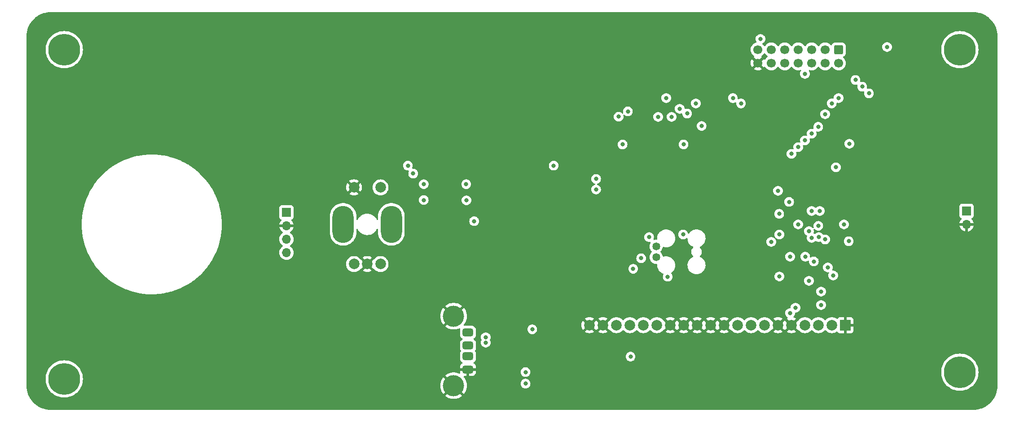
<source format=gbr>
%TF.GenerationSoftware,KiCad,Pcbnew,(6.0.7-1)-1*%
%TF.CreationDate,2022-12-08T22:36:40-08:00*%
%TF.ProjectId,Control,436f6e74-726f-46c2-9e6b-696361645f70,1.1*%
%TF.SameCoordinates,Original*%
%TF.FileFunction,Copper,L2,Inr*%
%TF.FilePolarity,Positive*%
%FSLAX46Y46*%
G04 Gerber Fmt 4.6, Leading zero omitted, Abs format (unit mm)*
G04 Created by KiCad (PCBNEW (6.0.7-1)-1) date 2022-12-08 22:36:40*
%MOMM*%
%LPD*%
G01*
G04 APERTURE LIST*
G04 Aperture macros list*
%AMRoundRect*
0 Rectangle with rounded corners*
0 $1 Rounding radius*
0 $2 $3 $4 $5 $6 $7 $8 $9 X,Y pos of 4 corners*
0 Add a 4 corners polygon primitive as box body*
4,1,4,$2,$3,$4,$5,$6,$7,$8,$9,$2,$3,0*
0 Add four circle primitives for the rounded corners*
1,1,$1+$1,$2,$3*
1,1,$1+$1,$4,$5*
1,1,$1+$1,$6,$7*
1,1,$1+$1,$8,$9*
0 Add four rect primitives between the rounded corners*
20,1,$1+$1,$2,$3,$4,$5,0*
20,1,$1+$1,$4,$5,$6,$7,0*
20,1,$1+$1,$6,$7,$8,$9,0*
20,1,$1+$1,$8,$9,$2,$3,0*%
G04 Aperture macros list end*
%TA.AperFunction,ComponentPad*%
%ADD10C,1.485900*%
%TD*%
%TA.AperFunction,ComponentPad*%
%ADD11RoundRect,0.250000X-0.600000X0.600000X-0.600000X-0.600000X0.600000X-0.600000X0.600000X0.600000X0*%
%TD*%
%TA.AperFunction,ComponentPad*%
%ADD12C,1.700000*%
%TD*%
%TA.AperFunction,ComponentPad*%
%ADD13R,1.700000X1.700000*%
%TD*%
%TA.AperFunction,ComponentPad*%
%ADD14O,1.700000X1.700000*%
%TD*%
%TA.AperFunction,ComponentPad*%
%ADD15RoundRect,0.375000X-0.625000X0.375000X-0.625000X-0.375000X0.625000X-0.375000X0.625000X0.375000X0*%
%TD*%
%TA.AperFunction,ComponentPad*%
%ADD16C,4.000000*%
%TD*%
%TA.AperFunction,ComponentPad*%
%ADD17C,0.800000*%
%TD*%
%TA.AperFunction,ComponentPad*%
%ADD18C,6.000000*%
%TD*%
%TA.AperFunction,ComponentPad*%
%ADD19O,4.000000X7.000000*%
%TD*%
%TA.AperFunction,ComponentPad*%
%ADD20C,2.000000*%
%TD*%
%TA.AperFunction,ComponentPad*%
%ADD21R,2.000000X2.000000*%
%TD*%
%TA.AperFunction,ViaPad*%
%ADD22C,0.800000*%
%TD*%
G04 APERTURE END LIST*
D10*
%TO.N,RESET*%
%TO.C,ISP1*%
X171320351Y-105765351D03*
%TO.N,TXD*%
X171320351Y-107797351D03*
%TD*%
D11*
%TO.N,+3V0*%
%TO.C,MCU1*%
X205740000Y-68580000D03*
D12*
%TO.N,MOSI*%
X205740000Y-71120000D03*
%TO.N,MISO*%
X203200000Y-68580000D03*
%TO.N,SCK*%
X203200000Y-71120000D03*
%TO.N,CS_LASER*%
X200660000Y-68580000D03*
%TO.N,RST_LASER*%
X200660000Y-71120000D03*
%TO.N,TMP_LASER*%
X198120000Y-68580000D03*
%TO.N,CS_TEC_SET*%
X198120000Y-71120000D03*
%TO.N,CS_TEC_READ*%
X195580000Y-68580000D03*
%TO.N,TEC_ENABLE*%
X195580000Y-71120000D03*
%TO.N,CS_CHARGE*%
X193040000Y-68580000D03*
%TO.N,INTERLOCK_SW*%
X193040000Y-71120000D03*
%TO.N,INTERLOCK_EN*%
X190500000Y-68580000D03*
%TO.N,GND*%
X190500000Y-71120000D03*
%TD*%
D13*
%TO.N,INTERLOCK_SW*%
%TO.C,SW2*%
X229870000Y-99060000D03*
D14*
%TO.N,GND*%
X229870000Y-101600000D03*
%TD*%
D15*
%TO.N,Net-(U5-Pad5)*%
%TO.C,USB1*%
X135844000Y-122013000D03*
%TO.N,Net-(R7-Pad1)*%
X135844000Y-124513000D03*
%TO.N,Net-(R6-Pad1)*%
X135844000Y-126513000D03*
%TO.N,GND*%
X135844000Y-129013000D03*
D16*
X133134000Y-132083000D03*
X133134000Y-118943000D03*
%TD*%
D17*
%TO.N,unconnected-(H1-Pad1)*%
%TO.C,H1*%
X61940000Y-68580000D03*
X59690000Y-66330000D03*
X61280990Y-70170990D03*
X58099010Y-70170990D03*
X61280990Y-66989010D03*
D18*
X59690000Y-68580000D03*
D17*
X59690000Y-70830000D03*
X58099010Y-66989010D03*
X57440000Y-68580000D03*
%TD*%
%TO.N,unconnected-(H2-Pad1)*%
%TO.C,H2*%
X227009010Y-70170990D03*
X230190990Y-66989010D03*
X230850000Y-68580000D03*
X228600000Y-70830000D03*
D18*
X228600000Y-68580000D03*
D17*
X227009010Y-66989010D03*
X230190990Y-70170990D03*
X226350000Y-68580000D03*
X228600000Y-66330000D03*
%TD*%
%TO.N,unconnected-(H3-Pad1)*%
%TO.C,H3*%
X61280990Y-132400990D03*
X61940000Y-130810000D03*
X59690000Y-133060000D03*
X57440000Y-130810000D03*
X59690000Y-128560000D03*
X58099010Y-129219010D03*
X58099010Y-132400990D03*
X61280990Y-129219010D03*
D18*
X59690000Y-130810000D03*
%TD*%
D17*
%TO.N,unconnected-(H4-Pad1)*%
%TO.C,H4*%
X230850000Y-129540000D03*
X228600000Y-127290000D03*
X230190990Y-127949010D03*
X230190990Y-131130990D03*
D18*
X228600000Y-129540000D03*
D17*
X227009010Y-127949010D03*
X228600000Y-131790000D03*
X227009010Y-131130990D03*
X226350000Y-129540000D03*
%TD*%
D13*
%TO.N,Net-(R11-Pad2)*%
%TO.C,SW3*%
X101600000Y-99324000D03*
D14*
%TO.N,GND*%
X101600000Y-101864000D03*
%TO.N,FIRE_LATCH_SW*%
X101600000Y-104404000D03*
%TO.N,FIRE_MOM_SW*%
X101600000Y-106944000D03*
%TD*%
D19*
%TO.N,*%
%TO.C,SW1*%
X121390000Y-101600000D03*
X112290000Y-101600000D03*
D20*
%TO.N,ENC_A_SW*%
X119340000Y-109100000D03*
%TO.N,ENC_B_SW*%
X114340000Y-109100000D03*
%TO.N,GND*%
X116840000Y-109100000D03*
%TO.N,ENC_SEL_SW*%
X119340000Y-94600000D03*
%TO.N,GND*%
X114340000Y-94600000D03*
%TD*%
D21*
%TO.N,GND*%
%TO.C,DISP1*%
X207010000Y-120650000D03*
D20*
%TO.N,+3V0*%
X204470000Y-120650000D03*
%TO.N,unconnected-(DISP1-Pad3)*%
X201930000Y-120650000D03*
%TO.N,DISP_DC*%
X199390000Y-120650000D03*
%TO.N,GND*%
X196850000Y-120650000D03*
X194310000Y-120650000D03*
%TO.N,SCK*%
X191770000Y-120650000D03*
%TO.N,MOSI*%
X189230000Y-120650000D03*
%TO.N,unconnected-(DISP1-Pad9)*%
X186690000Y-120650000D03*
%TO.N,GND*%
X184150000Y-120650000D03*
X181610000Y-120650000D03*
X179070000Y-120650000D03*
X176530000Y-120650000D03*
X173990000Y-120650000D03*
%TO.N,unconnected-(DISP1-Pad15)*%
X171450000Y-120650000D03*
%TO.N,DISP_RES*%
X168910000Y-120650000D03*
%TO.N,DISP_CS*%
X166370000Y-120650000D03*
%TO.N,unconnected-(DISP1-Pad18)*%
X163830000Y-120650000D03*
%TO.N,GND*%
X161290000Y-120650000D03*
X158750000Y-120650000D03*
%TD*%
D22*
%TO.N,GND*%
X146170546Y-121414467D03*
X139700000Y-117475000D03*
X147955000Y-124369798D03*
X144145000Y-123190000D03*
X144800000Y-129520000D03*
X139700000Y-128905000D03*
X149130000Y-98460000D03*
X175592822Y-104876351D03*
X177162351Y-108178351D03*
X143000000Y-99500000D03*
X135500000Y-92000000D03*
X211455000Y-104775000D03*
X147500000Y-90000000D03*
X148495000Y-95285000D03*
X143000000Y-91500000D03*
X189230000Y-95250000D03*
X144685000Y-91475000D03*
X214884000Y-73152000D03*
X211455000Y-97155000D03*
X182880000Y-81915000D03*
X152500000Y-93500000D03*
X206502000Y-116840000D03*
X207518000Y-114300000D03*
X146000000Y-98500000D03*
X206756000Y-103632000D03*
X202184000Y-112268000D03*
X74295000Y-74930000D03*
X148495000Y-97190000D03*
X190500000Y-99060000D03*
X148495000Y-92745000D03*
X175895000Y-87630000D03*
X135500000Y-99000000D03*
X190500000Y-101600000D03*
X194564000Y-102108000D03*
X168000000Y-81250000D03*
%TO.N,+3V0*%
X146700000Y-129525000D03*
X147967741Y-121431254D03*
X160000000Y-95000000D03*
X127500000Y-97000000D03*
X135550000Y-97050000D03*
X171704000Y-81280000D03*
X166500000Y-126587500D03*
X207645000Y-104775000D03*
X194310000Y-95250000D03*
X202438000Y-116840000D03*
X179900500Y-82989500D03*
X194532000Y-99600000D03*
X176422351Y-103500000D03*
X200152000Y-112268000D03*
X214884000Y-68072000D03*
X135500000Y-94000000D03*
X202438000Y-114300000D03*
X206756000Y-101600000D03*
X164250000Y-81250000D03*
X152000000Y-90500000D03*
X146700000Y-131684000D03*
X127500000Y-94000000D03*
%TO.N,DISP_CS*%
X197612000Y-117348000D03*
%TO.N,DISP_RES*%
X199450500Y-107696000D03*
X196596000Y-118364000D03*
X196596000Y-107696000D03*
%TO.N,SCK*%
X194564000Y-103500000D03*
X194564000Y-111436000D03*
X173500000Y-111500000D03*
X196410000Y-97350000D03*
X177165000Y-80645000D03*
X203200000Y-80772000D03*
%TO.N,MOSI*%
X198120000Y-101600000D03*
X173228000Y-77724000D03*
X185801000Y-77724000D03*
X193040000Y-104902003D03*
X205740000Y-77724000D03*
%TO.N,MISO*%
X178816000Y-78740000D03*
X187325000Y-78740000D03*
X204440501Y-78740000D03*
%TO.N,RXD*%
X167000000Y-110000000D03*
X202000000Y-104000000D03*
X170000000Y-104000000D03*
%TO.N,TXD*%
X203708000Y-109728000D03*
X168500000Y-108000000D03*
%TO.N,RESET*%
X201060000Y-108604000D03*
%TO.N,TEC_ENABLE*%
X196850000Y-88265000D03*
X200660000Y-104140000D03*
%TO.N,CS_TEC_SET*%
X200660000Y-99060000D03*
X198120000Y-86995000D03*
%TO.N,RST_LASER*%
X200660000Y-84455000D03*
X200152000Y-102870000D03*
%TO.N,CS_CHARGE*%
X199390000Y-85725000D03*
X199390000Y-73152000D03*
X202184008Y-99060000D03*
%TO.N,TMP_LASER*%
X191008000Y-66548000D03*
%TO.N,CS_LASER*%
X201908687Y-101875313D03*
X201900501Y-83155501D03*
%TO.N,LED_R*%
X203200000Y-104449998D03*
X208915004Y-74295000D03*
X205232000Y-90805000D03*
%TO.N,LED_G*%
X211455000Y-76835000D03*
%TO.N,LED_B*%
X210185000Y-75565000D03*
%TO.N,ENC_A_SW*%
X124500000Y-90500000D03*
%TO.N,ENC_B_SW*%
X125500000Y-92000000D03*
%TO.N,FIRE_LATCH_SW*%
X160000000Y-93000000D03*
%TO.N,FIRE_MOM_SW*%
X137000000Y-101000000D03*
%TO.N,BUTTON_IRQ*%
X207772000Y-86360000D03*
X175768000Y-79756000D03*
%TO.N,CS_BUTTONS*%
X174244000Y-81280000D03*
X204724000Y-111252000D03*
X166000000Y-80250000D03*
%TO.N,Net-(R7-Pad1)*%
X139192000Y-123952000D03*
%TO.N,Net-(U5-Pad5)*%
X139192000Y-122936000D03*
%TO.N,FIRE_LED*%
X176500000Y-86500000D03*
X165000000Y-86500000D03*
%TD*%
%TA.AperFunction,Conductor*%
%TO.N,GND*%
G36*
X231110018Y-61470000D02*
G01*
X231124851Y-61472310D01*
X231124855Y-61472310D01*
X231133724Y-61473691D01*
X231154183Y-61471016D01*
X231176008Y-61470072D01*
X231532937Y-61485656D01*
X231543886Y-61486614D01*
X231928379Y-61537233D01*
X231939205Y-61539142D01*
X232317822Y-61623080D01*
X232328439Y-61625925D01*
X232498702Y-61679608D01*
X232698302Y-61742542D01*
X232708615Y-61746295D01*
X233066932Y-61894715D01*
X233076876Y-61899353D01*
X233420867Y-62078423D01*
X233430387Y-62083919D01*
X233757468Y-62292292D01*
X233766472Y-62298597D01*
X234074138Y-62534678D01*
X234082558Y-62541743D01*
X234368483Y-62803744D01*
X234376256Y-62811517D01*
X234638257Y-63097442D01*
X234645322Y-63105862D01*
X234881403Y-63413528D01*
X234887708Y-63422532D01*
X235096081Y-63749613D01*
X235101577Y-63759133D01*
X235280643Y-64103115D01*
X235285289Y-64113077D01*
X235433702Y-64471377D01*
X235437461Y-64481706D01*
X235554075Y-64851561D01*
X235556920Y-64862178D01*
X235640858Y-65240795D01*
X235642767Y-65251621D01*
X235693386Y-65636114D01*
X235694344Y-65647063D01*
X235699022Y-65754197D01*
X235709603Y-65996552D01*
X235708223Y-66021429D01*
X235706309Y-66033724D01*
X235707473Y-66042626D01*
X235707473Y-66042628D01*
X235710436Y-66065283D01*
X235711500Y-66081621D01*
X235711500Y-132030633D01*
X235710000Y-132050018D01*
X235707690Y-132064851D01*
X235707690Y-132064855D01*
X235706309Y-132073724D01*
X235708984Y-132094183D01*
X235709928Y-132116008D01*
X235695459Y-132447408D01*
X235694344Y-132472936D01*
X235693386Y-132483886D01*
X235642767Y-132868379D01*
X235640858Y-132879205D01*
X235556920Y-133257822D01*
X235554075Y-133268439D01*
X235437461Y-133638294D01*
X235433705Y-133648615D01*
X235348583Y-133854119D01*
X235285289Y-134006923D01*
X235280647Y-134016876D01*
X235161091Y-134246541D01*
X235101577Y-134360867D01*
X235096081Y-134370387D01*
X234887708Y-134697468D01*
X234881403Y-134706472D01*
X234645322Y-135014138D01*
X234638257Y-135022558D01*
X234376256Y-135308483D01*
X234368483Y-135316256D01*
X234082558Y-135578257D01*
X234074138Y-135585322D01*
X233766472Y-135821403D01*
X233757468Y-135827708D01*
X233430387Y-136036081D01*
X233420868Y-136041576D01*
X233076876Y-136220647D01*
X233066932Y-136225285D01*
X232708615Y-136373705D01*
X232698302Y-136377458D01*
X232498702Y-136440392D01*
X232328439Y-136494075D01*
X232317822Y-136496920D01*
X231939205Y-136580858D01*
X231928379Y-136582767D01*
X231543886Y-136633386D01*
X231532937Y-136634344D01*
X231183446Y-136649603D01*
X231158571Y-136648223D01*
X231146276Y-136646309D01*
X231137374Y-136647473D01*
X231137372Y-136647473D01*
X231122323Y-136649441D01*
X231114714Y-136650436D01*
X231098379Y-136651500D01*
X57199367Y-136651500D01*
X57179982Y-136650000D01*
X57165149Y-136647690D01*
X57165145Y-136647690D01*
X57156276Y-136646309D01*
X57135817Y-136648984D01*
X57113992Y-136649928D01*
X56757063Y-136634344D01*
X56746114Y-136633386D01*
X56361621Y-136582767D01*
X56350795Y-136580858D01*
X55972178Y-136496920D01*
X55961561Y-136494075D01*
X55791298Y-136440392D01*
X55591698Y-136377458D01*
X55581385Y-136373705D01*
X55223068Y-136225285D01*
X55213124Y-136220647D01*
X54869132Y-136041576D01*
X54859613Y-136036081D01*
X54532532Y-135827708D01*
X54523528Y-135821403D01*
X54215862Y-135585322D01*
X54207442Y-135578257D01*
X53921517Y-135316256D01*
X53913744Y-135308483D01*
X53651743Y-135022558D01*
X53644678Y-135014138D01*
X53408597Y-134706472D01*
X53402292Y-134697468D01*
X53193919Y-134370387D01*
X53188423Y-134360867D01*
X53128909Y-134246541D01*
X53009353Y-134016876D01*
X53004711Y-134006923D01*
X52941418Y-133854119D01*
X52856295Y-133648615D01*
X52852539Y-133638294D01*
X52735925Y-133268439D01*
X52733080Y-133257822D01*
X52649142Y-132879205D01*
X52647233Y-132868379D01*
X52596614Y-132483886D01*
X52595656Y-132472936D01*
X52594541Y-132447408D01*
X52580561Y-132127206D01*
X52582188Y-132100805D01*
X52582769Y-132097352D01*
X52582770Y-132097345D01*
X52583576Y-132092552D01*
X52583729Y-132080000D01*
X52579773Y-132052376D01*
X52578500Y-132034514D01*
X52578500Y-130810000D01*
X56176685Y-130810000D01*
X56195931Y-131177241D01*
X56196444Y-131180481D01*
X56196445Y-131180489D01*
X56217345Y-131312444D01*
X56253459Y-131540459D01*
X56348639Y-131895674D01*
X56480427Y-132238994D01*
X56481925Y-132241934D01*
X56641016Y-132554166D01*
X56647380Y-132566657D01*
X56649176Y-132569423D01*
X56649178Y-132569426D01*
X56736601Y-132704046D01*
X56847668Y-132875075D01*
X57079098Y-133160867D01*
X57339133Y-133420902D01*
X57624925Y-133652332D01*
X57933342Y-133852620D01*
X57936276Y-133854115D01*
X57936283Y-133854119D01*
X58236179Y-134006923D01*
X58261006Y-134019573D01*
X58604326Y-134151361D01*
X58959541Y-134246541D01*
X59152558Y-134277112D01*
X59319511Y-134303555D01*
X59319519Y-134303556D01*
X59322759Y-134304069D01*
X59690000Y-134323315D01*
X60057241Y-134304069D01*
X60060481Y-134303556D01*
X60060489Y-134303555D01*
X60227442Y-134277112D01*
X60420459Y-134246541D01*
X60775674Y-134151361D01*
X61094470Y-134028987D01*
X131552721Y-134028987D01*
X131561548Y-134040605D01*
X131784281Y-134202430D01*
X131790961Y-134206670D01*
X132060572Y-134354890D01*
X132067707Y-134358247D01*
X132353770Y-134471508D01*
X132361296Y-134473953D01*
X132659279Y-134550462D01*
X132667050Y-134551945D01*
X132972278Y-134590503D01*
X132980169Y-134591000D01*
X133287831Y-134591000D01*
X133295722Y-134590503D01*
X133600950Y-134551945D01*
X133608721Y-134550462D01*
X133906704Y-134473953D01*
X133914230Y-134471508D01*
X134200293Y-134358247D01*
X134207428Y-134354890D01*
X134477039Y-134206670D01*
X134483719Y-134202430D01*
X134706823Y-134040336D01*
X134715246Y-134029413D01*
X134708342Y-134016552D01*
X133146812Y-132455022D01*
X133132868Y-132447408D01*
X133131035Y-132447539D01*
X133124420Y-132451790D01*
X131559334Y-134016876D01*
X131552721Y-134028987D01*
X61094470Y-134028987D01*
X61118994Y-134019573D01*
X61143821Y-134006923D01*
X61443717Y-133854119D01*
X61443724Y-133854115D01*
X61446658Y-133852620D01*
X61755075Y-133652332D01*
X62040867Y-133420902D01*
X62300902Y-133160867D01*
X62532332Y-132875075D01*
X62643399Y-132704046D01*
X62730822Y-132569426D01*
X62730824Y-132569423D01*
X62732620Y-132566657D01*
X62738985Y-132554166D01*
X62898075Y-132241934D01*
X62899573Y-132238994D01*
X62957934Y-132086958D01*
X130621290Y-132086958D01*
X130640607Y-132393994D01*
X130641600Y-132401855D01*
X130699246Y-132704046D01*
X130701217Y-132711723D01*
X130796284Y-133004309D01*
X130799199Y-133011672D01*
X130930189Y-133290041D01*
X130934001Y-133296974D01*
X131098851Y-133556736D01*
X131103495Y-133563129D01*
X131178497Y-133653790D01*
X131191014Y-133662245D01*
X131201752Y-133656038D01*
X132761978Y-132095812D01*
X132769592Y-132081868D01*
X132769461Y-132080035D01*
X132765210Y-132073420D01*
X131202855Y-130511065D01*
X131189593Y-130503823D01*
X131179488Y-130511012D01*
X131103495Y-130602871D01*
X131098851Y-130609264D01*
X130934001Y-130869026D01*
X130930189Y-130875959D01*
X130799199Y-131154328D01*
X130796284Y-131161691D01*
X130701217Y-131454277D01*
X130699246Y-131461954D01*
X130641600Y-131764145D01*
X130640607Y-131772006D01*
X130621290Y-132079042D01*
X130621290Y-132086958D01*
X62957934Y-132086958D01*
X63031361Y-131895674D01*
X63126541Y-131540459D01*
X63162655Y-131312444D01*
X63183555Y-131180489D01*
X63183556Y-131180481D01*
X63184069Y-131177241D01*
X63203315Y-130810000D01*
X63184069Y-130442759D01*
X63182386Y-130432128D01*
X63153996Y-130252885D01*
X63135576Y-130136587D01*
X131552754Y-130136587D01*
X131559658Y-130149448D01*
X135065145Y-133654935D01*
X135078407Y-133662177D01*
X135088512Y-133654988D01*
X135164505Y-133563129D01*
X135169149Y-133556736D01*
X135333999Y-133296974D01*
X135337811Y-133290041D01*
X135468801Y-133011672D01*
X135471716Y-133004309D01*
X135566783Y-132711723D01*
X135568754Y-132704046D01*
X135626400Y-132401855D01*
X135627393Y-132393994D01*
X135646710Y-132086958D01*
X135646710Y-132079042D01*
X135627393Y-131772006D01*
X135626400Y-131764145D01*
X135611112Y-131684000D01*
X145786496Y-131684000D01*
X145806458Y-131873928D01*
X145865473Y-132055556D01*
X145960960Y-132220944D01*
X145965378Y-132225851D01*
X145965379Y-132225852D01*
X145977212Y-132238994D01*
X146088747Y-132362866D01*
X146243248Y-132475118D01*
X146249276Y-132477802D01*
X146249278Y-132477803D01*
X146411681Y-132550109D01*
X146417712Y-132552794D01*
X146495959Y-132569426D01*
X146598056Y-132591128D01*
X146598061Y-132591128D01*
X146604513Y-132592500D01*
X146795487Y-132592500D01*
X146801939Y-132591128D01*
X146801944Y-132591128D01*
X146904041Y-132569426D01*
X146982288Y-132552794D01*
X146988319Y-132550109D01*
X147150722Y-132477803D01*
X147150724Y-132477802D01*
X147156752Y-132475118D01*
X147311253Y-132362866D01*
X147422788Y-132238994D01*
X147434621Y-132225852D01*
X147434622Y-132225851D01*
X147439040Y-132220944D01*
X147534527Y-132055556D01*
X147593542Y-131873928D01*
X147613504Y-131684000D01*
X147612814Y-131677435D01*
X147594232Y-131500635D01*
X147594232Y-131500633D01*
X147593542Y-131494072D01*
X147534527Y-131312444D01*
X147525413Y-131296657D01*
X147497314Y-131247990D01*
X147439040Y-131147056D01*
X147311253Y-131005134D01*
X147156752Y-130892882D01*
X147150724Y-130890198D01*
X147150722Y-130890197D01*
X146988319Y-130817891D01*
X146988318Y-130817891D01*
X146982288Y-130815206D01*
X146888888Y-130795353D01*
X146801944Y-130776872D01*
X146801939Y-130776872D01*
X146795487Y-130775500D01*
X146604513Y-130775500D01*
X146598061Y-130776872D01*
X146598056Y-130776872D01*
X146511112Y-130795353D01*
X146417712Y-130815206D01*
X146411682Y-130817891D01*
X146411681Y-130817891D01*
X146249278Y-130890197D01*
X146249276Y-130890198D01*
X146243248Y-130892882D01*
X146088747Y-131005134D01*
X145960960Y-131147056D01*
X145902686Y-131247990D01*
X145874588Y-131296657D01*
X145865473Y-131312444D01*
X145806458Y-131494072D01*
X145805768Y-131500633D01*
X145805768Y-131500635D01*
X145787186Y-131677435D01*
X145786496Y-131684000D01*
X135611112Y-131684000D01*
X135568754Y-131461954D01*
X135566783Y-131454277D01*
X135471716Y-131161691D01*
X135468801Y-131154328D01*
X135337811Y-130875959D01*
X135333999Y-130869026D01*
X135169153Y-130609271D01*
X135164495Y-130602858D01*
X135060637Y-130477316D01*
X135032626Y-130412078D01*
X135044333Y-130342053D01*
X135092039Y-130289474D01*
X135157721Y-130271000D01*
X135571885Y-130271000D01*
X135587124Y-130266525D01*
X135588329Y-130265135D01*
X135590000Y-130257452D01*
X135590000Y-130252885D01*
X136098000Y-130252885D01*
X136102475Y-130268124D01*
X136103865Y-130269329D01*
X136111548Y-130271000D01*
X136528335Y-130271000D01*
X136533261Y-130270807D01*
X136602140Y-130265386D01*
X136613467Y-130263439D01*
X136780813Y-130218599D01*
X136793059Y-130213898D01*
X136946682Y-130135622D01*
X136957696Y-130128470D01*
X137091689Y-130019966D01*
X137100966Y-130010689D01*
X137209470Y-129876696D01*
X137216622Y-129865682D01*
X137294898Y-129712059D01*
X137299599Y-129699813D01*
X137344439Y-129532467D01*
X137345723Y-129525000D01*
X145786496Y-129525000D01*
X145806458Y-129714928D01*
X145865473Y-129896556D01*
X145868776Y-129902278D01*
X145868777Y-129902279D01*
X145871642Y-129907241D01*
X145960960Y-130061944D01*
X145965378Y-130066851D01*
X145965379Y-130066852D01*
X146018334Y-130125664D01*
X146088747Y-130203866D01*
X146243248Y-130316118D01*
X146249276Y-130318802D01*
X146249278Y-130318803D01*
X146301499Y-130342053D01*
X146417712Y-130393794D01*
X146503731Y-130412078D01*
X146598056Y-130432128D01*
X146598061Y-130432128D01*
X146604513Y-130433500D01*
X146795487Y-130433500D01*
X146801939Y-130432128D01*
X146801944Y-130432128D01*
X146896269Y-130412078D01*
X146982288Y-130393794D01*
X147098501Y-130342053D01*
X147150722Y-130318803D01*
X147150724Y-130318802D01*
X147156752Y-130316118D01*
X147311253Y-130203866D01*
X147381666Y-130125664D01*
X147434621Y-130066852D01*
X147434622Y-130066851D01*
X147439040Y-130061944D01*
X147528358Y-129907241D01*
X147531223Y-129902279D01*
X147531224Y-129902278D01*
X147534527Y-129896556D01*
X147593542Y-129714928D01*
X147611927Y-129540000D01*
X225086685Y-129540000D01*
X225105931Y-129907241D01*
X225106444Y-129910481D01*
X225106445Y-129910489D01*
X225131211Y-130066852D01*
X225163459Y-130270459D01*
X225258639Y-130625674D01*
X225390427Y-130968994D01*
X225391925Y-130971934D01*
X225484860Y-131154328D01*
X225557380Y-131296657D01*
X225559176Y-131299423D01*
X225559178Y-131299426D01*
X225659739Y-131454277D01*
X225757668Y-131605075D01*
X225989098Y-131890867D01*
X226249133Y-132150902D01*
X226534925Y-132382332D01*
X226537700Y-132384134D01*
X226799527Y-132554166D01*
X226843342Y-132582620D01*
X226846276Y-132584115D01*
X226846283Y-132584119D01*
X227081654Y-132704046D01*
X227171006Y-132749573D01*
X227380782Y-132830098D01*
X227480507Y-132868379D01*
X227514326Y-132881361D01*
X227869541Y-132976541D01*
X228062558Y-133007112D01*
X228229511Y-133033555D01*
X228229519Y-133033556D01*
X228232759Y-133034069D01*
X228600000Y-133053315D01*
X228967241Y-133034069D01*
X228970481Y-133033556D01*
X228970489Y-133033555D01*
X229137442Y-133007112D01*
X229330459Y-132976541D01*
X229685674Y-132881361D01*
X229719494Y-132868379D01*
X229819218Y-132830098D01*
X230028994Y-132749573D01*
X230118346Y-132704046D01*
X230353717Y-132584119D01*
X230353724Y-132584115D01*
X230356658Y-132582620D01*
X230400474Y-132554166D01*
X230662300Y-132384134D01*
X230665075Y-132382332D01*
X230950867Y-132150902D01*
X231210902Y-131890867D01*
X231442332Y-131605075D01*
X231540261Y-131454277D01*
X231640822Y-131299426D01*
X231640824Y-131299423D01*
X231642620Y-131296657D01*
X231715141Y-131154328D01*
X231808075Y-130971934D01*
X231809573Y-130968994D01*
X231941361Y-130625674D01*
X232036541Y-130270459D01*
X232068789Y-130066852D01*
X232093555Y-129910489D01*
X232093556Y-129910481D01*
X232094069Y-129907241D01*
X232113315Y-129540000D01*
X232094069Y-129172759D01*
X232092006Y-129159729D01*
X232064038Y-128983148D01*
X232036541Y-128809541D01*
X231941361Y-128454326D01*
X231809573Y-128111006D01*
X231756087Y-128006034D01*
X231644119Y-127786284D01*
X231644115Y-127786277D01*
X231642620Y-127783343D01*
X231634929Y-127771499D01*
X231444134Y-127477700D01*
X231442332Y-127474925D01*
X231210902Y-127189133D01*
X230950867Y-126929098D01*
X230665075Y-126697668D01*
X230356658Y-126497380D01*
X230353724Y-126495885D01*
X230353717Y-126495881D01*
X230031934Y-126331925D01*
X230028994Y-126330427D01*
X229685674Y-126198639D01*
X229330459Y-126103459D01*
X229137442Y-126072888D01*
X228970489Y-126046445D01*
X228970481Y-126046444D01*
X228967241Y-126045931D01*
X228600000Y-126026685D01*
X228232759Y-126045931D01*
X228229519Y-126046444D01*
X228229511Y-126046445D01*
X228062558Y-126072888D01*
X227869541Y-126103459D01*
X227514326Y-126198639D01*
X227171006Y-126330427D01*
X227168066Y-126331925D01*
X226846284Y-126495881D01*
X226846277Y-126495885D01*
X226843343Y-126497380D01*
X226534925Y-126697668D01*
X226249133Y-126929098D01*
X225989098Y-127189133D01*
X225757668Y-127474925D01*
X225755866Y-127477700D01*
X225565072Y-127771499D01*
X225557380Y-127783343D01*
X225555885Y-127786277D01*
X225555881Y-127786284D01*
X225443913Y-128006034D01*
X225390427Y-128111006D01*
X225258639Y-128454326D01*
X225163459Y-128809541D01*
X225135962Y-128983148D01*
X225107995Y-129159729D01*
X225105931Y-129172759D01*
X225086685Y-129540000D01*
X147611927Y-129540000D01*
X147613504Y-129525000D01*
X147593542Y-129335072D01*
X147534527Y-129153444D01*
X147439040Y-128988056D01*
X147311253Y-128846134D01*
X147189024Y-128757329D01*
X147162094Y-128737763D01*
X147162093Y-128737762D01*
X147156752Y-128733882D01*
X147150724Y-128731198D01*
X147150722Y-128731197D01*
X146988319Y-128658891D01*
X146988318Y-128658891D01*
X146982288Y-128656206D01*
X146888887Y-128636353D01*
X146801944Y-128617872D01*
X146801939Y-128617872D01*
X146795487Y-128616500D01*
X146604513Y-128616500D01*
X146598061Y-128617872D01*
X146598056Y-128617872D01*
X146511113Y-128636353D01*
X146417712Y-128656206D01*
X146411682Y-128658891D01*
X146411681Y-128658891D01*
X146249278Y-128731197D01*
X146249276Y-128731198D01*
X146243248Y-128733882D01*
X146237907Y-128737762D01*
X146237906Y-128737763D01*
X146210976Y-128757329D01*
X146088747Y-128846134D01*
X145960960Y-128988056D01*
X145865473Y-129153444D01*
X145806458Y-129335072D01*
X145786496Y-129525000D01*
X137345723Y-129525000D01*
X137346386Y-129521140D01*
X137351807Y-129452261D01*
X137352000Y-129447335D01*
X137352000Y-129285115D01*
X137347525Y-129269876D01*
X137346135Y-129268671D01*
X137338452Y-129267000D01*
X136116115Y-129267000D01*
X136100876Y-129271475D01*
X136099671Y-129272865D01*
X136098000Y-129280548D01*
X136098000Y-130252885D01*
X135590000Y-130252885D01*
X135590000Y-129285115D01*
X135585525Y-129269876D01*
X135584135Y-129268671D01*
X135576452Y-129267000D01*
X134354115Y-129267000D01*
X134338876Y-129271475D01*
X134337671Y-129272865D01*
X134336000Y-129280548D01*
X134336000Y-129447335D01*
X134336193Y-129452261D01*
X134341614Y-129521140D01*
X134343562Y-129532477D01*
X134378381Y-129662419D01*
X134376692Y-129733396D01*
X134336899Y-129792192D01*
X134271634Y-129820140D01*
X134203972Y-129809193D01*
X134203966Y-129809207D01*
X134203902Y-129809182D01*
X134203032Y-129809041D01*
X134200300Y-129807755D01*
X133914230Y-129694492D01*
X133906704Y-129692047D01*
X133608721Y-129615538D01*
X133600950Y-129614055D01*
X133295722Y-129575497D01*
X133287831Y-129575000D01*
X132980169Y-129575000D01*
X132972278Y-129575497D01*
X132667050Y-129614055D01*
X132659279Y-129615538D01*
X132361296Y-129692047D01*
X132353770Y-129694492D01*
X132067707Y-129807753D01*
X132060572Y-129811110D01*
X131790961Y-129959330D01*
X131784281Y-129963570D01*
X131561177Y-130125664D01*
X131552754Y-130136587D01*
X63135576Y-130136587D01*
X63126541Y-130079541D01*
X63031361Y-129724326D01*
X63027754Y-129714928D01*
X62900757Y-129384091D01*
X62899573Y-129381006D01*
X62842949Y-129269876D01*
X62734119Y-129056284D01*
X62734115Y-129056277D01*
X62732620Y-129053343D01*
X62532332Y-128744925D01*
X62300902Y-128459133D01*
X62040867Y-128199098D01*
X61755075Y-127967668D01*
X61613222Y-127875548D01*
X61449427Y-127769178D01*
X61449424Y-127769176D01*
X61446658Y-127767380D01*
X61443724Y-127765885D01*
X61443717Y-127765881D01*
X61121934Y-127601925D01*
X61118994Y-127600427D01*
X60775674Y-127468639D01*
X60420459Y-127373459D01*
X60227442Y-127342888D01*
X60060489Y-127316445D01*
X60060481Y-127316444D01*
X60057241Y-127315931D01*
X59690000Y-127296685D01*
X59322759Y-127315931D01*
X59319519Y-127316444D01*
X59319511Y-127316445D01*
X59152558Y-127342888D01*
X58959541Y-127373459D01*
X58604326Y-127468639D01*
X58261006Y-127600427D01*
X58258066Y-127601925D01*
X57936284Y-127765881D01*
X57936277Y-127765885D01*
X57933343Y-127767380D01*
X57930577Y-127769176D01*
X57930574Y-127769178D01*
X57913026Y-127780574D01*
X57624925Y-127967668D01*
X57339133Y-128199098D01*
X57079098Y-128459133D01*
X56847668Y-128744925D01*
X56647380Y-129053343D01*
X56645885Y-129056277D01*
X56645881Y-129056284D01*
X56537051Y-129269876D01*
X56480427Y-129381006D01*
X56479243Y-129384091D01*
X56352247Y-129714928D01*
X56348639Y-129724326D01*
X56253459Y-130079541D01*
X56226004Y-130252885D01*
X56197615Y-130432128D01*
X56195931Y-130442759D01*
X56176685Y-130810000D01*
X52578500Y-130810000D01*
X52578500Y-120888987D01*
X131552721Y-120888987D01*
X131561548Y-120900605D01*
X131784281Y-121062430D01*
X131790961Y-121066670D01*
X132060572Y-121214890D01*
X132067707Y-121218247D01*
X132353770Y-121331508D01*
X132361296Y-121333953D01*
X132659279Y-121410462D01*
X132667050Y-121411945D01*
X132972278Y-121450503D01*
X132980169Y-121451000D01*
X133287831Y-121451000D01*
X133295722Y-121450503D01*
X133600950Y-121411945D01*
X133608721Y-121410462D01*
X133906704Y-121333953D01*
X133914230Y-121331508D01*
X134200293Y-121218247D01*
X134202438Y-121217238D01*
X134203103Y-121217135D01*
X134203966Y-121216793D01*
X134204043Y-121216988D01*
X134272593Y-121206334D01*
X134337505Y-121235090D01*
X134376566Y-121294376D01*
X134377789Y-121363859D01*
X134354573Y-121450503D01*
X134341570Y-121499029D01*
X134341117Y-121504783D01*
X134341117Y-121504785D01*
X134335694Y-121573698D01*
X134335500Y-121576157D01*
X134335501Y-122449842D01*
X134341570Y-122526971D01*
X134389638Y-122706362D01*
X134473953Y-122871839D01*
X134478106Y-122876968D01*
X134478109Y-122876972D01*
X134585977Y-123010178D01*
X134590830Y-123016170D01*
X134595961Y-123020325D01*
X134730028Y-123128891D01*
X134730032Y-123128894D01*
X134735161Y-123133047D01*
X134741043Y-123136044D01*
X134741046Y-123136046D01*
X134769871Y-123150733D01*
X134821487Y-123199481D01*
X134838553Y-123268396D01*
X134815653Y-123335597D01*
X134769871Y-123375267D01*
X134741046Y-123389954D01*
X134741043Y-123389956D01*
X134735161Y-123392953D01*
X134730032Y-123397106D01*
X134730028Y-123397109D01*
X134679526Y-123438005D01*
X134590830Y-123509830D01*
X134586675Y-123514961D01*
X134478109Y-123649028D01*
X134478106Y-123649032D01*
X134473953Y-123654161D01*
X134389638Y-123819638D01*
X134387930Y-123826011D01*
X134387930Y-123826012D01*
X134355931Y-123945435D01*
X134341570Y-123999029D01*
X134341117Y-124004783D01*
X134341117Y-124004785D01*
X134335694Y-124073698D01*
X134335500Y-124076157D01*
X134335501Y-124949842D01*
X134341570Y-125026971D01*
X134389638Y-125206362D01*
X134473953Y-125371839D01*
X134478106Y-125376968D01*
X134478109Y-125376972D01*
X134524052Y-125433706D01*
X134551378Y-125499233D01*
X134538938Y-125569131D01*
X134524052Y-125592294D01*
X134478109Y-125649028D01*
X134478106Y-125649032D01*
X134473953Y-125654161D01*
X134389638Y-125819638D01*
X134387930Y-125826011D01*
X134387930Y-125826012D01*
X134364476Y-125913545D01*
X134341570Y-125999029D01*
X134341117Y-126004783D01*
X134341117Y-126004785D01*
X134335694Y-126073698D01*
X134335500Y-126076157D01*
X134335501Y-126949842D01*
X134341570Y-127026971D01*
X134389638Y-127206362D01*
X134473953Y-127371839D01*
X134478106Y-127376968D01*
X134478109Y-127376972D01*
X134573386Y-127494628D01*
X134590830Y-127516170D01*
X134595961Y-127520325D01*
X134730028Y-127628891D01*
X134730032Y-127628894D01*
X134735161Y-127633047D01*
X134741043Y-127636044D01*
X134770423Y-127651014D01*
X134822038Y-127699763D01*
X134839104Y-127768677D01*
X134816203Y-127835879D01*
X134770422Y-127875548D01*
X134741321Y-127890376D01*
X134730304Y-127897530D01*
X134596311Y-128006034D01*
X134587034Y-128015311D01*
X134478530Y-128149304D01*
X134471378Y-128160318D01*
X134393102Y-128313941D01*
X134388401Y-128326187D01*
X134343561Y-128493533D01*
X134341614Y-128504860D01*
X134336193Y-128573739D01*
X134336000Y-128578666D01*
X134336000Y-128740885D01*
X134340475Y-128756124D01*
X134341865Y-128757329D01*
X134349548Y-128759000D01*
X137333885Y-128759000D01*
X137349124Y-128754525D01*
X137350329Y-128753135D01*
X137352000Y-128745452D01*
X137352000Y-128578666D01*
X137351807Y-128573739D01*
X137346386Y-128504860D01*
X137344439Y-128493533D01*
X137299599Y-128326187D01*
X137294898Y-128313941D01*
X137216622Y-128160318D01*
X137209470Y-128149304D01*
X137100966Y-128015311D01*
X137091689Y-128006034D01*
X136957696Y-127897530D01*
X136946679Y-127890376D01*
X136917578Y-127875548D01*
X136865962Y-127826800D01*
X136848896Y-127757886D01*
X136871796Y-127690684D01*
X136917577Y-127651014D01*
X136946957Y-127636044D01*
X136952839Y-127633047D01*
X136957968Y-127628894D01*
X136957972Y-127628891D01*
X137092039Y-127520325D01*
X137097170Y-127516170D01*
X137114614Y-127494628D01*
X137209891Y-127376972D01*
X137209894Y-127376968D01*
X137214047Y-127371839D01*
X137298362Y-127206362D01*
X137346430Y-127026971D01*
X137352270Y-126952771D01*
X137352307Y-126952300D01*
X137352307Y-126952291D01*
X137352500Y-126949843D01*
X137352500Y-126587500D01*
X165586496Y-126587500D01*
X165587186Y-126594065D01*
X165597886Y-126695866D01*
X165606458Y-126777428D01*
X165665473Y-126959056D01*
X165760960Y-127124444D01*
X165765378Y-127129351D01*
X165765379Y-127129352D01*
X165819206Y-127189133D01*
X165888747Y-127266366D01*
X165956967Y-127315931D01*
X166033918Y-127371839D01*
X166043248Y-127378618D01*
X166049276Y-127381302D01*
X166049278Y-127381303D01*
X166211681Y-127453609D01*
X166217712Y-127456294D01*
X166311112Y-127476147D01*
X166398056Y-127494628D01*
X166398061Y-127494628D01*
X166404513Y-127496000D01*
X166595487Y-127496000D01*
X166601939Y-127494628D01*
X166601944Y-127494628D01*
X166688888Y-127476147D01*
X166782288Y-127456294D01*
X166788319Y-127453609D01*
X166950722Y-127381303D01*
X166950724Y-127381302D01*
X166956752Y-127378618D01*
X166966083Y-127371839D01*
X167043033Y-127315931D01*
X167111253Y-127266366D01*
X167180794Y-127189133D01*
X167234621Y-127129352D01*
X167234622Y-127129351D01*
X167239040Y-127124444D01*
X167334527Y-126959056D01*
X167393542Y-126777428D01*
X167402115Y-126695866D01*
X167412814Y-126594065D01*
X167413504Y-126587500D01*
X167393542Y-126397572D01*
X167334527Y-126215944D01*
X167239040Y-126050556D01*
X167217547Y-126026685D01*
X167115675Y-125913545D01*
X167115674Y-125913544D01*
X167111253Y-125908634D01*
X166956752Y-125796382D01*
X166950724Y-125793698D01*
X166950722Y-125793697D01*
X166788319Y-125721391D01*
X166788318Y-125721391D01*
X166782288Y-125718706D01*
X166688887Y-125698853D01*
X166601944Y-125680372D01*
X166601939Y-125680372D01*
X166595487Y-125679000D01*
X166404513Y-125679000D01*
X166398061Y-125680372D01*
X166398056Y-125680372D01*
X166311113Y-125698853D01*
X166217712Y-125718706D01*
X166211682Y-125721391D01*
X166211681Y-125721391D01*
X166049278Y-125793697D01*
X166049276Y-125793698D01*
X166043248Y-125796382D01*
X165888747Y-125908634D01*
X165884326Y-125913544D01*
X165884325Y-125913545D01*
X165782454Y-126026685D01*
X165760960Y-126050556D01*
X165665473Y-126215944D01*
X165606458Y-126397572D01*
X165586496Y-126587500D01*
X137352500Y-126587500D01*
X137352499Y-126076158D01*
X137346430Y-125999029D01*
X137298362Y-125819638D01*
X137214047Y-125654161D01*
X137209894Y-125649032D01*
X137209891Y-125649028D01*
X137163948Y-125592294D01*
X137136622Y-125526767D01*
X137149062Y-125456869D01*
X137163948Y-125433706D01*
X137209891Y-125376972D01*
X137209894Y-125376968D01*
X137214047Y-125371839D01*
X137298362Y-125206362D01*
X137346430Y-125026971D01*
X137346883Y-125021215D01*
X137352307Y-124952300D01*
X137352307Y-124952291D01*
X137352500Y-124949843D01*
X137352499Y-124076158D01*
X137346430Y-123999029D01*
X137333829Y-123952000D01*
X138278496Y-123952000D01*
X138298458Y-124141928D01*
X138357473Y-124323556D01*
X138452960Y-124488944D01*
X138580747Y-124630866D01*
X138735248Y-124743118D01*
X138741276Y-124745802D01*
X138741278Y-124745803D01*
X138903681Y-124818109D01*
X138909712Y-124820794D01*
X139003112Y-124840647D01*
X139090056Y-124859128D01*
X139090061Y-124859128D01*
X139096513Y-124860500D01*
X139287487Y-124860500D01*
X139293939Y-124859128D01*
X139293944Y-124859128D01*
X139380888Y-124840647D01*
X139474288Y-124820794D01*
X139480319Y-124818109D01*
X139642722Y-124745803D01*
X139642724Y-124745802D01*
X139648752Y-124743118D01*
X139803253Y-124630866D01*
X139931040Y-124488944D01*
X140026527Y-124323556D01*
X140085542Y-124141928D01*
X140105504Y-123952000D01*
X140092262Y-123826012D01*
X140086232Y-123768635D01*
X140086232Y-123768633D01*
X140085542Y-123762072D01*
X140026527Y-123580444D01*
X139984124Y-123507000D01*
X139967386Y-123438005D01*
X139984124Y-123381000D01*
X140023223Y-123313279D01*
X140023224Y-123313278D01*
X140026527Y-123307556D01*
X140085542Y-123125928D01*
X140105504Y-122936000D01*
X140099300Y-122876972D01*
X140086232Y-122752635D01*
X140086232Y-122752633D01*
X140085542Y-122746072D01*
X140026527Y-122564444D01*
X139931040Y-122399056D01*
X139803253Y-122257134D01*
X139672691Y-122162275D01*
X139654094Y-122148763D01*
X139654093Y-122148762D01*
X139648752Y-122144882D01*
X139642724Y-122142198D01*
X139642722Y-122142197D01*
X139480319Y-122069891D01*
X139480318Y-122069891D01*
X139474288Y-122067206D01*
X139380887Y-122047353D01*
X139293944Y-122028872D01*
X139293939Y-122028872D01*
X139287487Y-122027500D01*
X139096513Y-122027500D01*
X139090061Y-122028872D01*
X139090056Y-122028872D01*
X139003113Y-122047353D01*
X138909712Y-122067206D01*
X138903682Y-122069891D01*
X138903681Y-122069891D01*
X138741278Y-122142197D01*
X138741276Y-122142198D01*
X138735248Y-122144882D01*
X138729907Y-122148762D01*
X138729906Y-122148763D01*
X138711309Y-122162275D01*
X138580747Y-122257134D01*
X138452960Y-122399056D01*
X138357473Y-122564444D01*
X138298458Y-122746072D01*
X138297768Y-122752633D01*
X138297768Y-122752635D01*
X138284700Y-122876972D01*
X138278496Y-122936000D01*
X138298458Y-123125928D01*
X138357473Y-123307556D01*
X138360776Y-123313278D01*
X138360777Y-123313279D01*
X138399876Y-123381000D01*
X138416614Y-123449995D01*
X138399876Y-123507000D01*
X138357473Y-123580444D01*
X138298458Y-123762072D01*
X138297768Y-123768633D01*
X138297768Y-123768635D01*
X138291738Y-123826012D01*
X138278496Y-123952000D01*
X137333829Y-123952000D01*
X137298362Y-123819638D01*
X137214047Y-123654161D01*
X137209894Y-123649032D01*
X137209891Y-123649028D01*
X137101325Y-123514961D01*
X137097170Y-123509830D01*
X137008474Y-123438005D01*
X136957972Y-123397109D01*
X136957968Y-123397106D01*
X136952839Y-123392953D01*
X136946957Y-123389956D01*
X136946954Y-123389954D01*
X136918129Y-123375267D01*
X136866513Y-123326519D01*
X136849447Y-123257604D01*
X136872347Y-123190403D01*
X136918129Y-123150733D01*
X136946954Y-123136046D01*
X136946957Y-123136044D01*
X136952839Y-123133047D01*
X136957968Y-123128894D01*
X136957972Y-123128891D01*
X137092039Y-123020325D01*
X137097170Y-123016170D01*
X137102023Y-123010178D01*
X137209891Y-122876972D01*
X137209894Y-122876968D01*
X137214047Y-122871839D01*
X137298362Y-122706362D01*
X137346430Y-122526971D01*
X137346883Y-122521215D01*
X137352307Y-122452300D01*
X137352307Y-122452291D01*
X137352500Y-122449843D01*
X137352499Y-121576158D01*
X137347971Y-121518612D01*
X137346883Y-121504783D01*
X137346883Y-121504780D01*
X137346430Y-121499029D01*
X137328270Y-121431254D01*
X147054237Y-121431254D01*
X147054927Y-121437819D01*
X147071757Y-121597944D01*
X147074199Y-121621182D01*
X147133214Y-121802810D01*
X147228701Y-121968198D01*
X147233119Y-121973105D01*
X147233120Y-121973106D01*
X147338606Y-122090260D01*
X147356488Y-122110120D01*
X147510989Y-122222372D01*
X147517017Y-122225056D01*
X147517019Y-122225057D01*
X147589066Y-122257134D01*
X147685453Y-122300048D01*
X147778854Y-122319901D01*
X147865797Y-122338382D01*
X147865802Y-122338382D01*
X147872254Y-122339754D01*
X148063228Y-122339754D01*
X148069680Y-122338382D01*
X148069685Y-122338382D01*
X148156628Y-122319901D01*
X148250029Y-122300048D01*
X148346416Y-122257134D01*
X148418463Y-122225057D01*
X148418465Y-122225056D01*
X148424493Y-122222372D01*
X148578994Y-122110120D01*
X148596876Y-122090260D01*
X148702362Y-121973106D01*
X148702363Y-121973105D01*
X148706781Y-121968198D01*
X148756161Y-121882670D01*
X157882160Y-121882670D01*
X157887887Y-121890320D01*
X158059042Y-121995205D01*
X158067837Y-121999687D01*
X158277988Y-122086734D01*
X158287373Y-122089783D01*
X158508554Y-122142885D01*
X158518301Y-122144428D01*
X158745070Y-122162275D01*
X158754930Y-122162275D01*
X158981699Y-122144428D01*
X158991446Y-122142885D01*
X159212627Y-122089783D01*
X159222012Y-122086734D01*
X159432163Y-121999687D01*
X159440958Y-121995205D01*
X159608445Y-121892568D01*
X159617400Y-121882670D01*
X160422160Y-121882670D01*
X160427887Y-121890320D01*
X160599042Y-121995205D01*
X160607837Y-121999687D01*
X160817988Y-122086734D01*
X160827373Y-122089783D01*
X161048554Y-122142885D01*
X161058301Y-122144428D01*
X161285070Y-122162275D01*
X161294930Y-122162275D01*
X161521699Y-122144428D01*
X161531446Y-122142885D01*
X161752627Y-122089783D01*
X161762012Y-122086734D01*
X161972163Y-121999687D01*
X161980958Y-121995205D01*
X162148445Y-121892568D01*
X162157907Y-121882110D01*
X162154124Y-121873334D01*
X161302812Y-121022022D01*
X161288868Y-121014408D01*
X161287035Y-121014539D01*
X161280420Y-121018790D01*
X160428920Y-121870290D01*
X160422160Y-121882670D01*
X159617400Y-121882670D01*
X159617907Y-121882110D01*
X159614124Y-121873334D01*
X158762812Y-121022022D01*
X158748868Y-121014408D01*
X158747035Y-121014539D01*
X158740420Y-121018790D01*
X157888920Y-121870290D01*
X157882160Y-121882670D01*
X148756161Y-121882670D01*
X148802268Y-121802810D01*
X148861283Y-121621182D01*
X148863726Y-121597944D01*
X148880555Y-121437819D01*
X148881245Y-121431254D01*
X148870830Y-121332163D01*
X148861973Y-121247889D01*
X148861973Y-121247887D01*
X148861283Y-121241326D01*
X148802268Y-121059698D01*
X148706781Y-120894310D01*
X148691084Y-120876876D01*
X148583416Y-120757299D01*
X148583415Y-120757298D01*
X148578994Y-120752388D01*
X148444855Y-120654930D01*
X157237725Y-120654930D01*
X157255572Y-120881699D01*
X157257115Y-120891446D01*
X157310217Y-121112627D01*
X157313266Y-121122012D01*
X157400313Y-121332163D01*
X157404795Y-121340958D01*
X157507432Y-121508445D01*
X157517890Y-121517907D01*
X157526666Y-121514124D01*
X158377978Y-120662812D01*
X158384356Y-120651132D01*
X159114408Y-120651132D01*
X159114539Y-120652965D01*
X159118790Y-120659580D01*
X159970290Y-121511080D01*
X159984234Y-121518694D01*
X160017551Y-121516311D01*
X160018641Y-121515905D01*
X160048217Y-121517280D01*
X160056253Y-121518612D01*
X160066667Y-121514123D01*
X160917978Y-120662812D01*
X160924356Y-120651132D01*
X161654408Y-120651132D01*
X161654539Y-120652965D01*
X161658790Y-120659580D01*
X162510290Y-121511080D01*
X162527102Y-121520260D01*
X162590350Y-121534020D01*
X162625775Y-121562776D01*
X162675659Y-121621182D01*
X162760031Y-121719969D01*
X162940584Y-121874176D01*
X162944792Y-121876755D01*
X162944798Y-121876759D01*
X163084682Y-121962480D01*
X163143037Y-121998240D01*
X163147607Y-122000133D01*
X163147611Y-122000135D01*
X163357833Y-122087211D01*
X163362406Y-122089105D01*
X163421633Y-122103324D01*
X163588476Y-122143380D01*
X163588482Y-122143381D01*
X163593289Y-122144535D01*
X163830000Y-122163165D01*
X164066711Y-122144535D01*
X164071518Y-122143381D01*
X164071524Y-122143380D01*
X164238367Y-122103324D01*
X164297594Y-122089105D01*
X164302167Y-122087211D01*
X164512389Y-122000135D01*
X164512393Y-122000133D01*
X164516963Y-121998240D01*
X164575318Y-121962480D01*
X164715202Y-121876759D01*
X164715208Y-121876755D01*
X164719416Y-121874176D01*
X164899969Y-121719969D01*
X164903177Y-121716213D01*
X164903182Y-121716208D01*
X165004189Y-121597944D01*
X165063639Y-121559134D01*
X165134634Y-121558628D01*
X165195811Y-121597944D01*
X165296818Y-121716208D01*
X165296823Y-121716213D01*
X165300031Y-121719969D01*
X165480584Y-121874176D01*
X165484792Y-121876755D01*
X165484798Y-121876759D01*
X165624682Y-121962480D01*
X165683037Y-121998240D01*
X165687607Y-122000133D01*
X165687611Y-122000135D01*
X165897833Y-122087211D01*
X165902406Y-122089105D01*
X165961633Y-122103324D01*
X166128476Y-122143380D01*
X166128482Y-122143381D01*
X166133289Y-122144535D01*
X166370000Y-122163165D01*
X166606711Y-122144535D01*
X166611518Y-122143381D01*
X166611524Y-122143380D01*
X166778367Y-122103324D01*
X166837594Y-122089105D01*
X166842167Y-122087211D01*
X167052389Y-122000135D01*
X167052393Y-122000133D01*
X167056963Y-121998240D01*
X167115318Y-121962480D01*
X167255202Y-121876759D01*
X167255208Y-121876755D01*
X167259416Y-121874176D01*
X167439969Y-121719969D01*
X167443177Y-121716213D01*
X167443182Y-121716208D01*
X167544189Y-121597944D01*
X167603639Y-121559134D01*
X167674634Y-121558628D01*
X167735811Y-121597944D01*
X167836818Y-121716208D01*
X167836823Y-121716213D01*
X167840031Y-121719969D01*
X168020584Y-121874176D01*
X168024792Y-121876755D01*
X168024798Y-121876759D01*
X168164682Y-121962480D01*
X168223037Y-121998240D01*
X168227607Y-122000133D01*
X168227611Y-122000135D01*
X168437833Y-122087211D01*
X168442406Y-122089105D01*
X168501633Y-122103324D01*
X168668476Y-122143380D01*
X168668482Y-122143381D01*
X168673289Y-122144535D01*
X168910000Y-122163165D01*
X169146711Y-122144535D01*
X169151518Y-122143381D01*
X169151524Y-122143380D01*
X169318367Y-122103324D01*
X169377594Y-122089105D01*
X169382167Y-122087211D01*
X169592389Y-122000135D01*
X169592393Y-122000133D01*
X169596963Y-121998240D01*
X169655318Y-121962480D01*
X169795202Y-121876759D01*
X169795208Y-121876755D01*
X169799416Y-121874176D01*
X169979969Y-121719969D01*
X169983177Y-121716213D01*
X169983182Y-121716208D01*
X170084189Y-121597944D01*
X170143639Y-121559134D01*
X170214634Y-121558628D01*
X170275811Y-121597944D01*
X170376818Y-121716208D01*
X170376823Y-121716213D01*
X170380031Y-121719969D01*
X170560584Y-121874176D01*
X170564792Y-121876755D01*
X170564798Y-121876759D01*
X170704682Y-121962480D01*
X170763037Y-121998240D01*
X170767607Y-122000133D01*
X170767611Y-122000135D01*
X170977833Y-122087211D01*
X170982406Y-122089105D01*
X171041633Y-122103324D01*
X171208476Y-122143380D01*
X171208482Y-122143381D01*
X171213289Y-122144535D01*
X171450000Y-122163165D01*
X171686711Y-122144535D01*
X171691518Y-122143381D01*
X171691524Y-122143380D01*
X171858367Y-122103324D01*
X171917594Y-122089105D01*
X171922167Y-122087211D01*
X172132389Y-122000135D01*
X172132393Y-122000133D01*
X172136963Y-121998240D01*
X172195318Y-121962480D01*
X172325556Y-121882670D01*
X173122160Y-121882670D01*
X173127887Y-121890320D01*
X173299042Y-121995205D01*
X173307837Y-121999687D01*
X173517988Y-122086734D01*
X173527373Y-122089783D01*
X173748554Y-122142885D01*
X173758301Y-122144428D01*
X173985070Y-122162275D01*
X173994930Y-122162275D01*
X174221699Y-122144428D01*
X174231446Y-122142885D01*
X174452627Y-122089783D01*
X174462012Y-122086734D01*
X174672163Y-121999687D01*
X174680958Y-121995205D01*
X174848445Y-121892568D01*
X174857400Y-121882670D01*
X175662160Y-121882670D01*
X175667887Y-121890320D01*
X175839042Y-121995205D01*
X175847837Y-121999687D01*
X176057988Y-122086734D01*
X176067373Y-122089783D01*
X176288554Y-122142885D01*
X176298301Y-122144428D01*
X176525070Y-122162275D01*
X176534930Y-122162275D01*
X176761699Y-122144428D01*
X176771446Y-122142885D01*
X176992627Y-122089783D01*
X177002012Y-122086734D01*
X177212163Y-121999687D01*
X177220958Y-121995205D01*
X177388445Y-121892568D01*
X177397400Y-121882670D01*
X178202160Y-121882670D01*
X178207887Y-121890320D01*
X178379042Y-121995205D01*
X178387837Y-121999687D01*
X178597988Y-122086734D01*
X178607373Y-122089783D01*
X178828554Y-122142885D01*
X178838301Y-122144428D01*
X179065070Y-122162275D01*
X179074930Y-122162275D01*
X179301699Y-122144428D01*
X179311446Y-122142885D01*
X179532627Y-122089783D01*
X179542012Y-122086734D01*
X179752163Y-121999687D01*
X179760958Y-121995205D01*
X179928445Y-121892568D01*
X179937400Y-121882670D01*
X180742160Y-121882670D01*
X180747887Y-121890320D01*
X180919042Y-121995205D01*
X180927837Y-121999687D01*
X181137988Y-122086734D01*
X181147373Y-122089783D01*
X181368554Y-122142885D01*
X181378301Y-122144428D01*
X181605070Y-122162275D01*
X181614930Y-122162275D01*
X181841699Y-122144428D01*
X181851446Y-122142885D01*
X182072627Y-122089783D01*
X182082012Y-122086734D01*
X182292163Y-121999687D01*
X182300958Y-121995205D01*
X182468445Y-121892568D01*
X182477400Y-121882670D01*
X183282160Y-121882670D01*
X183287887Y-121890320D01*
X183459042Y-121995205D01*
X183467837Y-121999687D01*
X183677988Y-122086734D01*
X183687373Y-122089783D01*
X183908554Y-122142885D01*
X183918301Y-122144428D01*
X184145070Y-122162275D01*
X184154930Y-122162275D01*
X184381699Y-122144428D01*
X184391446Y-122142885D01*
X184612627Y-122089783D01*
X184622012Y-122086734D01*
X184832163Y-121999687D01*
X184840958Y-121995205D01*
X185008445Y-121892568D01*
X185017907Y-121882110D01*
X185014124Y-121873334D01*
X184162812Y-121022022D01*
X184148868Y-121014408D01*
X184147035Y-121014539D01*
X184140420Y-121018790D01*
X183288920Y-121870290D01*
X183282160Y-121882670D01*
X182477400Y-121882670D01*
X182477907Y-121882110D01*
X182474124Y-121873334D01*
X181622812Y-121022022D01*
X181608868Y-121014408D01*
X181607035Y-121014539D01*
X181600420Y-121018790D01*
X180748920Y-121870290D01*
X180742160Y-121882670D01*
X179937400Y-121882670D01*
X179937907Y-121882110D01*
X179934124Y-121873334D01*
X179082812Y-121022022D01*
X179068868Y-121014408D01*
X179067035Y-121014539D01*
X179060420Y-121018790D01*
X178208920Y-121870290D01*
X178202160Y-121882670D01*
X177397400Y-121882670D01*
X177397907Y-121882110D01*
X177394124Y-121873334D01*
X176542812Y-121022022D01*
X176528868Y-121014408D01*
X176527035Y-121014539D01*
X176520420Y-121018790D01*
X175668920Y-121870290D01*
X175662160Y-121882670D01*
X174857400Y-121882670D01*
X174857907Y-121882110D01*
X174854124Y-121873334D01*
X174002812Y-121022022D01*
X173988868Y-121014408D01*
X173987035Y-121014539D01*
X173980420Y-121018790D01*
X173128920Y-121870290D01*
X173122160Y-121882670D01*
X172325556Y-121882670D01*
X172335202Y-121876759D01*
X172335208Y-121876755D01*
X172339416Y-121874176D01*
X172519969Y-121719969D01*
X172523177Y-121716213D01*
X172523182Y-121716208D01*
X172653706Y-121563384D01*
X172713156Y-121524574D01*
X172747558Y-121522360D01*
X172766667Y-121514123D01*
X173617978Y-120662812D01*
X173624356Y-120651132D01*
X174354408Y-120651132D01*
X174354539Y-120652965D01*
X174358790Y-120659580D01*
X175210290Y-121511080D01*
X175224234Y-121518694D01*
X175257551Y-121516311D01*
X175258641Y-121515905D01*
X175288217Y-121517280D01*
X175296253Y-121518612D01*
X175306667Y-121514123D01*
X176157978Y-120662812D01*
X176164356Y-120651132D01*
X176894408Y-120651132D01*
X176894539Y-120652965D01*
X176898790Y-120659580D01*
X177750290Y-121511080D01*
X177764234Y-121518694D01*
X177797551Y-121516311D01*
X177798641Y-121515905D01*
X177828217Y-121517280D01*
X177836253Y-121518612D01*
X177846667Y-121514123D01*
X178697978Y-120662812D01*
X178704356Y-120651132D01*
X179434408Y-120651132D01*
X179434539Y-120652965D01*
X179438790Y-120659580D01*
X180290290Y-121511080D01*
X180304234Y-121518694D01*
X180337551Y-121516311D01*
X180338641Y-121515905D01*
X180368217Y-121517280D01*
X180376253Y-121518612D01*
X180386667Y-121514123D01*
X181237978Y-120662812D01*
X181244356Y-120651132D01*
X181974408Y-120651132D01*
X181974539Y-120652965D01*
X181978790Y-120659580D01*
X182830290Y-121511080D01*
X182844234Y-121518694D01*
X182877551Y-121516311D01*
X182878641Y-121515905D01*
X182908217Y-121517280D01*
X182916253Y-121518612D01*
X182926667Y-121514123D01*
X183777978Y-120662812D01*
X183784356Y-120651132D01*
X184514408Y-120651132D01*
X184514539Y-120652965D01*
X184518790Y-120659580D01*
X185370290Y-121511080D01*
X185387102Y-121520260D01*
X185450350Y-121534020D01*
X185485775Y-121562776D01*
X185535659Y-121621182D01*
X185620031Y-121719969D01*
X185800584Y-121874176D01*
X185804792Y-121876755D01*
X185804798Y-121876759D01*
X185944682Y-121962480D01*
X186003037Y-121998240D01*
X186007607Y-122000133D01*
X186007611Y-122000135D01*
X186217833Y-122087211D01*
X186222406Y-122089105D01*
X186281633Y-122103324D01*
X186448476Y-122143380D01*
X186448482Y-122143381D01*
X186453289Y-122144535D01*
X186690000Y-122163165D01*
X186926711Y-122144535D01*
X186931518Y-122143381D01*
X186931524Y-122143380D01*
X187098367Y-122103324D01*
X187157594Y-122089105D01*
X187162167Y-122087211D01*
X187372389Y-122000135D01*
X187372393Y-122000133D01*
X187376963Y-121998240D01*
X187435318Y-121962480D01*
X187575202Y-121876759D01*
X187575208Y-121876755D01*
X187579416Y-121874176D01*
X187759969Y-121719969D01*
X187763177Y-121716213D01*
X187763182Y-121716208D01*
X187864189Y-121597944D01*
X187923639Y-121559134D01*
X187994634Y-121558628D01*
X188055811Y-121597944D01*
X188156818Y-121716208D01*
X188156823Y-121716213D01*
X188160031Y-121719969D01*
X188340584Y-121874176D01*
X188344792Y-121876755D01*
X188344798Y-121876759D01*
X188484682Y-121962480D01*
X188543037Y-121998240D01*
X188547607Y-122000133D01*
X188547611Y-122000135D01*
X188757833Y-122087211D01*
X188762406Y-122089105D01*
X188821633Y-122103324D01*
X188988476Y-122143380D01*
X188988482Y-122143381D01*
X188993289Y-122144535D01*
X189230000Y-122163165D01*
X189466711Y-122144535D01*
X189471518Y-122143381D01*
X189471524Y-122143380D01*
X189638367Y-122103324D01*
X189697594Y-122089105D01*
X189702167Y-122087211D01*
X189912389Y-122000135D01*
X189912393Y-122000133D01*
X189916963Y-121998240D01*
X189975318Y-121962480D01*
X190115202Y-121876759D01*
X190115208Y-121876755D01*
X190119416Y-121874176D01*
X190299969Y-121719969D01*
X190303177Y-121716213D01*
X190303182Y-121716208D01*
X190404189Y-121597944D01*
X190463639Y-121559134D01*
X190534634Y-121558628D01*
X190595811Y-121597944D01*
X190696818Y-121716208D01*
X190696823Y-121716213D01*
X190700031Y-121719969D01*
X190880584Y-121874176D01*
X190884792Y-121876755D01*
X190884798Y-121876759D01*
X191024682Y-121962480D01*
X191083037Y-121998240D01*
X191087607Y-122000133D01*
X191087611Y-122000135D01*
X191297833Y-122087211D01*
X191302406Y-122089105D01*
X191361633Y-122103324D01*
X191528476Y-122143380D01*
X191528482Y-122143381D01*
X191533289Y-122144535D01*
X191770000Y-122163165D01*
X192006711Y-122144535D01*
X192011518Y-122143381D01*
X192011524Y-122143380D01*
X192178367Y-122103324D01*
X192237594Y-122089105D01*
X192242167Y-122087211D01*
X192452389Y-122000135D01*
X192452393Y-122000133D01*
X192456963Y-121998240D01*
X192515318Y-121962480D01*
X192645556Y-121882670D01*
X193442160Y-121882670D01*
X193447887Y-121890320D01*
X193619042Y-121995205D01*
X193627837Y-121999687D01*
X193837988Y-122086734D01*
X193847373Y-122089783D01*
X194068554Y-122142885D01*
X194078301Y-122144428D01*
X194305070Y-122162275D01*
X194314930Y-122162275D01*
X194541699Y-122144428D01*
X194551446Y-122142885D01*
X194772627Y-122089783D01*
X194782012Y-122086734D01*
X194992163Y-121999687D01*
X195000958Y-121995205D01*
X195168445Y-121892568D01*
X195177400Y-121882670D01*
X195982160Y-121882670D01*
X195987887Y-121890320D01*
X196159042Y-121995205D01*
X196167837Y-121999687D01*
X196377988Y-122086734D01*
X196387373Y-122089783D01*
X196608554Y-122142885D01*
X196618301Y-122144428D01*
X196845070Y-122162275D01*
X196854930Y-122162275D01*
X197081699Y-122144428D01*
X197091446Y-122142885D01*
X197312627Y-122089783D01*
X197322012Y-122086734D01*
X197532163Y-121999687D01*
X197540958Y-121995205D01*
X197708445Y-121892568D01*
X197717907Y-121882110D01*
X197714124Y-121873334D01*
X196862812Y-121022022D01*
X196848868Y-121014408D01*
X196847035Y-121014539D01*
X196840420Y-121018790D01*
X195988920Y-121870290D01*
X195982160Y-121882670D01*
X195177400Y-121882670D01*
X195177907Y-121882110D01*
X195174124Y-121873334D01*
X194322812Y-121022022D01*
X194308868Y-121014408D01*
X194307035Y-121014539D01*
X194300420Y-121018790D01*
X193448920Y-121870290D01*
X193442160Y-121882670D01*
X192645556Y-121882670D01*
X192655202Y-121876759D01*
X192655208Y-121876755D01*
X192659416Y-121874176D01*
X192839969Y-121719969D01*
X192843177Y-121716213D01*
X192843182Y-121716208D01*
X192973706Y-121563384D01*
X193033156Y-121524574D01*
X193067558Y-121522360D01*
X193086667Y-121514123D01*
X193937978Y-120662812D01*
X193944356Y-120651132D01*
X194674408Y-120651132D01*
X194674539Y-120652965D01*
X194678790Y-120659580D01*
X195530290Y-121511080D01*
X195544234Y-121518694D01*
X195577551Y-121516311D01*
X195578641Y-121515905D01*
X195608217Y-121517280D01*
X195616253Y-121518612D01*
X195626667Y-121514123D01*
X196477978Y-120662812D01*
X196484356Y-120651132D01*
X197214408Y-120651132D01*
X197214539Y-120652965D01*
X197218790Y-120659580D01*
X198070290Y-121511080D01*
X198087102Y-121520260D01*
X198150350Y-121534020D01*
X198185775Y-121562776D01*
X198235659Y-121621182D01*
X198320031Y-121719969D01*
X198500584Y-121874176D01*
X198504792Y-121876755D01*
X198504798Y-121876759D01*
X198644682Y-121962480D01*
X198703037Y-121998240D01*
X198707607Y-122000133D01*
X198707611Y-122000135D01*
X198917833Y-122087211D01*
X198922406Y-122089105D01*
X198981633Y-122103324D01*
X199148476Y-122143380D01*
X199148482Y-122143381D01*
X199153289Y-122144535D01*
X199390000Y-122163165D01*
X199626711Y-122144535D01*
X199631518Y-122143381D01*
X199631524Y-122143380D01*
X199798367Y-122103324D01*
X199857594Y-122089105D01*
X199862167Y-122087211D01*
X200072389Y-122000135D01*
X200072393Y-122000133D01*
X200076963Y-121998240D01*
X200135318Y-121962480D01*
X200275202Y-121876759D01*
X200275208Y-121876755D01*
X200279416Y-121874176D01*
X200459969Y-121719969D01*
X200463177Y-121716213D01*
X200463182Y-121716208D01*
X200564189Y-121597944D01*
X200623639Y-121559134D01*
X200694634Y-121558628D01*
X200755811Y-121597944D01*
X200856818Y-121716208D01*
X200856823Y-121716213D01*
X200860031Y-121719969D01*
X201040584Y-121874176D01*
X201044792Y-121876755D01*
X201044798Y-121876759D01*
X201184682Y-121962480D01*
X201243037Y-121998240D01*
X201247607Y-122000133D01*
X201247611Y-122000135D01*
X201457833Y-122087211D01*
X201462406Y-122089105D01*
X201521633Y-122103324D01*
X201688476Y-122143380D01*
X201688482Y-122143381D01*
X201693289Y-122144535D01*
X201930000Y-122163165D01*
X202166711Y-122144535D01*
X202171518Y-122143381D01*
X202171524Y-122143380D01*
X202338367Y-122103324D01*
X202397594Y-122089105D01*
X202402167Y-122087211D01*
X202612389Y-122000135D01*
X202612393Y-122000133D01*
X202616963Y-121998240D01*
X202675318Y-121962480D01*
X202815202Y-121876759D01*
X202815208Y-121876755D01*
X202819416Y-121874176D01*
X202999969Y-121719969D01*
X203003177Y-121716213D01*
X203003182Y-121716208D01*
X203104189Y-121597944D01*
X203163639Y-121559134D01*
X203234634Y-121558628D01*
X203295811Y-121597944D01*
X203396818Y-121716208D01*
X203396823Y-121716213D01*
X203400031Y-121719969D01*
X203580584Y-121874176D01*
X203584792Y-121876755D01*
X203584798Y-121876759D01*
X203724682Y-121962480D01*
X203783037Y-121998240D01*
X203787607Y-122000133D01*
X203787611Y-122000135D01*
X203997833Y-122087211D01*
X204002406Y-122089105D01*
X204061633Y-122103324D01*
X204228476Y-122143380D01*
X204228482Y-122143381D01*
X204233289Y-122144535D01*
X204470000Y-122163165D01*
X204706711Y-122144535D01*
X204711518Y-122143381D01*
X204711524Y-122143380D01*
X204878367Y-122103324D01*
X204937594Y-122089105D01*
X204942167Y-122087211D01*
X205152389Y-122000135D01*
X205152393Y-122000133D01*
X205156963Y-121998240D01*
X205215318Y-121962480D01*
X205355202Y-121876759D01*
X205355208Y-121876755D01*
X205359416Y-121874176D01*
X205370752Y-121864494D01*
X205435541Y-121835462D01*
X205505742Y-121846066D01*
X205559065Y-121892940D01*
X205563105Y-121899797D01*
X205565213Y-121903647D01*
X205641715Y-122005724D01*
X205654276Y-122018285D01*
X205756351Y-122094786D01*
X205771946Y-122103324D01*
X205892394Y-122148478D01*
X205907649Y-122152105D01*
X205958514Y-122157631D01*
X205965328Y-122158000D01*
X206737885Y-122158000D01*
X206753124Y-122153525D01*
X206754329Y-122152135D01*
X206756000Y-122144452D01*
X206756000Y-122139884D01*
X207264000Y-122139884D01*
X207268475Y-122155123D01*
X207269865Y-122156328D01*
X207277548Y-122157999D01*
X208054669Y-122157999D01*
X208061490Y-122157629D01*
X208112352Y-122152105D01*
X208127604Y-122148479D01*
X208248054Y-122103324D01*
X208263649Y-122094786D01*
X208365724Y-122018285D01*
X208378285Y-122005724D01*
X208454786Y-121903649D01*
X208463324Y-121888054D01*
X208508478Y-121767606D01*
X208512105Y-121752351D01*
X208517631Y-121701486D01*
X208518000Y-121694672D01*
X208518000Y-120922115D01*
X208513525Y-120906876D01*
X208512135Y-120905671D01*
X208504452Y-120904000D01*
X207282115Y-120904000D01*
X207266876Y-120908475D01*
X207265671Y-120909865D01*
X207264000Y-120917548D01*
X207264000Y-122139884D01*
X206756000Y-122139884D01*
X206756000Y-120377885D01*
X207264000Y-120377885D01*
X207268475Y-120393124D01*
X207269865Y-120394329D01*
X207277548Y-120396000D01*
X208499884Y-120396000D01*
X208515123Y-120391525D01*
X208516328Y-120390135D01*
X208517999Y-120382452D01*
X208517999Y-119605331D01*
X208517629Y-119598510D01*
X208512105Y-119547648D01*
X208508479Y-119532396D01*
X208463324Y-119411946D01*
X208454786Y-119396351D01*
X208378285Y-119294276D01*
X208365724Y-119281715D01*
X208263649Y-119205214D01*
X208248054Y-119196676D01*
X208127606Y-119151522D01*
X208112351Y-119147895D01*
X208061486Y-119142369D01*
X208054672Y-119142000D01*
X207282115Y-119142000D01*
X207266876Y-119146475D01*
X207265671Y-119147865D01*
X207264000Y-119155548D01*
X207264000Y-120377885D01*
X206756000Y-120377885D01*
X206756000Y-119160116D01*
X206751525Y-119144877D01*
X206750135Y-119143672D01*
X206742452Y-119142001D01*
X205965331Y-119142001D01*
X205958510Y-119142371D01*
X205907648Y-119147895D01*
X205892396Y-119151521D01*
X205771946Y-119196676D01*
X205756351Y-119205214D01*
X205654276Y-119281715D01*
X205641715Y-119294276D01*
X205565213Y-119396353D01*
X205563105Y-119400203D01*
X205560022Y-119403280D01*
X205559828Y-119403538D01*
X205559791Y-119403510D01*
X205512848Y-119450350D01*
X205443457Y-119465365D01*
X205376964Y-119440481D01*
X205370769Y-119435521D01*
X205359416Y-119425824D01*
X205156963Y-119301760D01*
X205152393Y-119299867D01*
X205152389Y-119299865D01*
X204942167Y-119212789D01*
X204942165Y-119212788D01*
X204937594Y-119210895D01*
X204843371Y-119188274D01*
X204711524Y-119156620D01*
X204711518Y-119156619D01*
X204706711Y-119155465D01*
X204470000Y-119136835D01*
X204233289Y-119155465D01*
X204228482Y-119156619D01*
X204228476Y-119156620D01*
X204096629Y-119188274D01*
X204002406Y-119210895D01*
X203997835Y-119212788D01*
X203997833Y-119212789D01*
X203787611Y-119299865D01*
X203787607Y-119299867D01*
X203783037Y-119301760D01*
X203778817Y-119304346D01*
X203584798Y-119423241D01*
X203584792Y-119423245D01*
X203580584Y-119425824D01*
X203400031Y-119580031D01*
X203396823Y-119583787D01*
X203396818Y-119583792D01*
X203295811Y-119702056D01*
X203236361Y-119740866D01*
X203165366Y-119741372D01*
X203104189Y-119702056D01*
X203003182Y-119583792D01*
X203003177Y-119583787D01*
X202999969Y-119580031D01*
X202819416Y-119425824D01*
X202815208Y-119423245D01*
X202815202Y-119423241D01*
X202621183Y-119304346D01*
X202616963Y-119301760D01*
X202612393Y-119299867D01*
X202612389Y-119299865D01*
X202402167Y-119212789D01*
X202402165Y-119212788D01*
X202397594Y-119210895D01*
X202303371Y-119188274D01*
X202171524Y-119156620D01*
X202171518Y-119156619D01*
X202166711Y-119155465D01*
X201930000Y-119136835D01*
X201693289Y-119155465D01*
X201688482Y-119156619D01*
X201688476Y-119156620D01*
X201556629Y-119188274D01*
X201462406Y-119210895D01*
X201457835Y-119212788D01*
X201457833Y-119212789D01*
X201247611Y-119299865D01*
X201247607Y-119299867D01*
X201243037Y-119301760D01*
X201238817Y-119304346D01*
X201044798Y-119423241D01*
X201044792Y-119423245D01*
X201040584Y-119425824D01*
X200860031Y-119580031D01*
X200856823Y-119583787D01*
X200856818Y-119583792D01*
X200755811Y-119702056D01*
X200696361Y-119740866D01*
X200625366Y-119741372D01*
X200564189Y-119702056D01*
X200463182Y-119583792D01*
X200463177Y-119583787D01*
X200459969Y-119580031D01*
X200279416Y-119425824D01*
X200275208Y-119423245D01*
X200275202Y-119423241D01*
X200081183Y-119304346D01*
X200076963Y-119301760D01*
X200072393Y-119299867D01*
X200072389Y-119299865D01*
X199862167Y-119212789D01*
X199862165Y-119212788D01*
X199857594Y-119210895D01*
X199763371Y-119188274D01*
X199631524Y-119156620D01*
X199631518Y-119156619D01*
X199626711Y-119155465D01*
X199390000Y-119136835D01*
X199153289Y-119155465D01*
X199148482Y-119156619D01*
X199148476Y-119156620D01*
X199016629Y-119188274D01*
X198922406Y-119210895D01*
X198917835Y-119212788D01*
X198917833Y-119212789D01*
X198707611Y-119299865D01*
X198707607Y-119299867D01*
X198703037Y-119301760D01*
X198698817Y-119304346D01*
X198504798Y-119423241D01*
X198504792Y-119423245D01*
X198500584Y-119425824D01*
X198320031Y-119580031D01*
X198316823Y-119583787D01*
X198316818Y-119583792D01*
X198186294Y-119736616D01*
X198126844Y-119775426D01*
X198092442Y-119777640D01*
X198073333Y-119785877D01*
X197222022Y-120637188D01*
X197214408Y-120651132D01*
X196484356Y-120651132D01*
X196485592Y-120648868D01*
X196485461Y-120647035D01*
X196481210Y-120640420D01*
X195629710Y-119788920D01*
X195615766Y-119781306D01*
X195582449Y-119783689D01*
X195581359Y-119784095D01*
X195551783Y-119782720D01*
X195543747Y-119781388D01*
X195533333Y-119785877D01*
X194682022Y-120637188D01*
X194674408Y-120651132D01*
X193944356Y-120651132D01*
X193945592Y-120648868D01*
X193945461Y-120647035D01*
X193941210Y-120640420D01*
X193089710Y-119788920D01*
X193072898Y-119779740D01*
X193009650Y-119765980D01*
X192974225Y-119737224D01*
X192843177Y-119583787D01*
X192839969Y-119580031D01*
X192659416Y-119425824D01*
X192655208Y-119423245D01*
X192655202Y-119423241D01*
X192646470Y-119417890D01*
X193442093Y-119417890D01*
X193445876Y-119426666D01*
X194297188Y-120277978D01*
X194311132Y-120285592D01*
X194312965Y-120285461D01*
X194319580Y-120281210D01*
X195171080Y-119429710D01*
X195177840Y-119417330D01*
X195172113Y-119409680D01*
X195000958Y-119304795D01*
X194992163Y-119300313D01*
X194782012Y-119213266D01*
X194772627Y-119210217D01*
X194551446Y-119157115D01*
X194541699Y-119155572D01*
X194314930Y-119137725D01*
X194305070Y-119137725D01*
X194078301Y-119155572D01*
X194068554Y-119157115D01*
X193847373Y-119210217D01*
X193837988Y-119213266D01*
X193627837Y-119300313D01*
X193619042Y-119304795D01*
X193451555Y-119407432D01*
X193442093Y-119417890D01*
X192646470Y-119417890D01*
X192461183Y-119304346D01*
X192456963Y-119301760D01*
X192452393Y-119299867D01*
X192452389Y-119299865D01*
X192242167Y-119212789D01*
X192242165Y-119212788D01*
X192237594Y-119210895D01*
X192143371Y-119188274D01*
X192011524Y-119156620D01*
X192011518Y-119156619D01*
X192006711Y-119155465D01*
X191770000Y-119136835D01*
X191533289Y-119155465D01*
X191528482Y-119156619D01*
X191528476Y-119156620D01*
X191396629Y-119188274D01*
X191302406Y-119210895D01*
X191297835Y-119212788D01*
X191297833Y-119212789D01*
X191087611Y-119299865D01*
X191087607Y-119299867D01*
X191083037Y-119301760D01*
X191078817Y-119304346D01*
X190884798Y-119423241D01*
X190884792Y-119423245D01*
X190880584Y-119425824D01*
X190700031Y-119580031D01*
X190696823Y-119583787D01*
X190696818Y-119583792D01*
X190595811Y-119702056D01*
X190536361Y-119740866D01*
X190465366Y-119741372D01*
X190404189Y-119702056D01*
X190303182Y-119583792D01*
X190303177Y-119583787D01*
X190299969Y-119580031D01*
X190119416Y-119425824D01*
X190115208Y-119423245D01*
X190115202Y-119423241D01*
X189921183Y-119304346D01*
X189916963Y-119301760D01*
X189912393Y-119299867D01*
X189912389Y-119299865D01*
X189702167Y-119212789D01*
X189702165Y-119212788D01*
X189697594Y-119210895D01*
X189603371Y-119188274D01*
X189471524Y-119156620D01*
X189471518Y-119156619D01*
X189466711Y-119155465D01*
X189230000Y-119136835D01*
X188993289Y-119155465D01*
X188988482Y-119156619D01*
X188988476Y-119156620D01*
X188856629Y-119188274D01*
X188762406Y-119210895D01*
X188757835Y-119212788D01*
X188757833Y-119212789D01*
X188547611Y-119299865D01*
X188547607Y-119299867D01*
X188543037Y-119301760D01*
X188538817Y-119304346D01*
X188344798Y-119423241D01*
X188344792Y-119423245D01*
X188340584Y-119425824D01*
X188160031Y-119580031D01*
X188156823Y-119583787D01*
X188156818Y-119583792D01*
X188055811Y-119702056D01*
X187996361Y-119740866D01*
X187925366Y-119741372D01*
X187864189Y-119702056D01*
X187763182Y-119583792D01*
X187763177Y-119583787D01*
X187759969Y-119580031D01*
X187579416Y-119425824D01*
X187575208Y-119423245D01*
X187575202Y-119423241D01*
X187381183Y-119304346D01*
X187376963Y-119301760D01*
X187372393Y-119299867D01*
X187372389Y-119299865D01*
X187162167Y-119212789D01*
X187162165Y-119212788D01*
X187157594Y-119210895D01*
X187063371Y-119188274D01*
X186931524Y-119156620D01*
X186931518Y-119156619D01*
X186926711Y-119155465D01*
X186690000Y-119136835D01*
X186453289Y-119155465D01*
X186448482Y-119156619D01*
X186448476Y-119156620D01*
X186316629Y-119188274D01*
X186222406Y-119210895D01*
X186217835Y-119212788D01*
X186217833Y-119212789D01*
X186007611Y-119299865D01*
X186007607Y-119299867D01*
X186003037Y-119301760D01*
X185998817Y-119304346D01*
X185804798Y-119423241D01*
X185804792Y-119423245D01*
X185800584Y-119425824D01*
X185620031Y-119580031D01*
X185616823Y-119583787D01*
X185616818Y-119583792D01*
X185486294Y-119736616D01*
X185426844Y-119775426D01*
X185392442Y-119777640D01*
X185373333Y-119785877D01*
X184522022Y-120637188D01*
X184514408Y-120651132D01*
X183784356Y-120651132D01*
X183785592Y-120648868D01*
X183785461Y-120647035D01*
X183781210Y-120640420D01*
X182929710Y-119788920D01*
X182915766Y-119781306D01*
X182882449Y-119783689D01*
X182881359Y-119784095D01*
X182851783Y-119782720D01*
X182843747Y-119781388D01*
X182833333Y-119785877D01*
X181982022Y-120637188D01*
X181974408Y-120651132D01*
X181244356Y-120651132D01*
X181245592Y-120648868D01*
X181245461Y-120647035D01*
X181241210Y-120640420D01*
X180389710Y-119788920D01*
X180375766Y-119781306D01*
X180342449Y-119783689D01*
X180341359Y-119784095D01*
X180311783Y-119782720D01*
X180303747Y-119781388D01*
X180293333Y-119785877D01*
X179442022Y-120637188D01*
X179434408Y-120651132D01*
X178704356Y-120651132D01*
X178705592Y-120648868D01*
X178705461Y-120647035D01*
X178701210Y-120640420D01*
X177849710Y-119788920D01*
X177835766Y-119781306D01*
X177802449Y-119783689D01*
X177801359Y-119784095D01*
X177771783Y-119782720D01*
X177763747Y-119781388D01*
X177753333Y-119785877D01*
X176902022Y-120637188D01*
X176894408Y-120651132D01*
X176164356Y-120651132D01*
X176165592Y-120648868D01*
X176165461Y-120647035D01*
X176161210Y-120640420D01*
X175309710Y-119788920D01*
X175295766Y-119781306D01*
X175262449Y-119783689D01*
X175261359Y-119784095D01*
X175231783Y-119782720D01*
X175223747Y-119781388D01*
X175213333Y-119785877D01*
X174362022Y-120637188D01*
X174354408Y-120651132D01*
X173624356Y-120651132D01*
X173625592Y-120648868D01*
X173625461Y-120647035D01*
X173621210Y-120640420D01*
X172769710Y-119788920D01*
X172752898Y-119779740D01*
X172689650Y-119765980D01*
X172654225Y-119737224D01*
X172523177Y-119583787D01*
X172519969Y-119580031D01*
X172339416Y-119425824D01*
X172335208Y-119423245D01*
X172335202Y-119423241D01*
X172326470Y-119417890D01*
X173122093Y-119417890D01*
X173125876Y-119426666D01*
X173977188Y-120277978D01*
X173991132Y-120285592D01*
X173992965Y-120285461D01*
X173999580Y-120281210D01*
X174851080Y-119429710D01*
X174857534Y-119417890D01*
X175662093Y-119417890D01*
X175665876Y-119426666D01*
X176517188Y-120277978D01*
X176531132Y-120285592D01*
X176532965Y-120285461D01*
X176539580Y-120281210D01*
X177391080Y-119429710D01*
X177397534Y-119417890D01*
X178202093Y-119417890D01*
X178205876Y-119426666D01*
X179057188Y-120277978D01*
X179071132Y-120285592D01*
X179072965Y-120285461D01*
X179079580Y-120281210D01*
X179931080Y-119429710D01*
X179937534Y-119417890D01*
X180742093Y-119417890D01*
X180745876Y-119426666D01*
X181597188Y-120277978D01*
X181611132Y-120285592D01*
X181612965Y-120285461D01*
X181619580Y-120281210D01*
X182471080Y-119429710D01*
X182477534Y-119417890D01*
X183282093Y-119417890D01*
X183285876Y-119426666D01*
X184137188Y-120277978D01*
X184151132Y-120285592D01*
X184152965Y-120285461D01*
X184159580Y-120281210D01*
X185011080Y-119429710D01*
X185017840Y-119417330D01*
X185012113Y-119409680D01*
X184840958Y-119304795D01*
X184832163Y-119300313D01*
X184622012Y-119213266D01*
X184612627Y-119210217D01*
X184391446Y-119157115D01*
X184381699Y-119155572D01*
X184154930Y-119137725D01*
X184145070Y-119137725D01*
X183918301Y-119155572D01*
X183908554Y-119157115D01*
X183687373Y-119210217D01*
X183677988Y-119213266D01*
X183467837Y-119300313D01*
X183459042Y-119304795D01*
X183291555Y-119407432D01*
X183282093Y-119417890D01*
X182477534Y-119417890D01*
X182477840Y-119417330D01*
X182472113Y-119409680D01*
X182300958Y-119304795D01*
X182292163Y-119300313D01*
X182082012Y-119213266D01*
X182072627Y-119210217D01*
X181851446Y-119157115D01*
X181841699Y-119155572D01*
X181614930Y-119137725D01*
X181605070Y-119137725D01*
X181378301Y-119155572D01*
X181368554Y-119157115D01*
X181147373Y-119210217D01*
X181137988Y-119213266D01*
X180927837Y-119300313D01*
X180919042Y-119304795D01*
X180751555Y-119407432D01*
X180742093Y-119417890D01*
X179937534Y-119417890D01*
X179937840Y-119417330D01*
X179932113Y-119409680D01*
X179760958Y-119304795D01*
X179752163Y-119300313D01*
X179542012Y-119213266D01*
X179532627Y-119210217D01*
X179311446Y-119157115D01*
X179301699Y-119155572D01*
X179074930Y-119137725D01*
X179065070Y-119137725D01*
X178838301Y-119155572D01*
X178828554Y-119157115D01*
X178607373Y-119210217D01*
X178597988Y-119213266D01*
X178387837Y-119300313D01*
X178379042Y-119304795D01*
X178211555Y-119407432D01*
X178202093Y-119417890D01*
X177397534Y-119417890D01*
X177397840Y-119417330D01*
X177392113Y-119409680D01*
X177220958Y-119304795D01*
X177212163Y-119300313D01*
X177002012Y-119213266D01*
X176992627Y-119210217D01*
X176771446Y-119157115D01*
X176761699Y-119155572D01*
X176534930Y-119137725D01*
X176525070Y-119137725D01*
X176298301Y-119155572D01*
X176288554Y-119157115D01*
X176067373Y-119210217D01*
X176057988Y-119213266D01*
X175847837Y-119300313D01*
X175839042Y-119304795D01*
X175671555Y-119407432D01*
X175662093Y-119417890D01*
X174857534Y-119417890D01*
X174857840Y-119417330D01*
X174852113Y-119409680D01*
X174680958Y-119304795D01*
X174672163Y-119300313D01*
X174462012Y-119213266D01*
X174452627Y-119210217D01*
X174231446Y-119157115D01*
X174221699Y-119155572D01*
X173994930Y-119137725D01*
X173985070Y-119137725D01*
X173758301Y-119155572D01*
X173748554Y-119157115D01*
X173527373Y-119210217D01*
X173517988Y-119213266D01*
X173307837Y-119300313D01*
X173299042Y-119304795D01*
X173131555Y-119407432D01*
X173122093Y-119417890D01*
X172326470Y-119417890D01*
X172141183Y-119304346D01*
X172136963Y-119301760D01*
X172132393Y-119299867D01*
X172132389Y-119299865D01*
X171922167Y-119212789D01*
X171922165Y-119212788D01*
X171917594Y-119210895D01*
X171823371Y-119188274D01*
X171691524Y-119156620D01*
X171691518Y-119156619D01*
X171686711Y-119155465D01*
X171450000Y-119136835D01*
X171213289Y-119155465D01*
X171208482Y-119156619D01*
X171208476Y-119156620D01*
X171076629Y-119188274D01*
X170982406Y-119210895D01*
X170977835Y-119212788D01*
X170977833Y-119212789D01*
X170767611Y-119299865D01*
X170767607Y-119299867D01*
X170763037Y-119301760D01*
X170758817Y-119304346D01*
X170564798Y-119423241D01*
X170564792Y-119423245D01*
X170560584Y-119425824D01*
X170380031Y-119580031D01*
X170376823Y-119583787D01*
X170376818Y-119583792D01*
X170275811Y-119702056D01*
X170216361Y-119740866D01*
X170145366Y-119741372D01*
X170084189Y-119702056D01*
X169983182Y-119583792D01*
X169983177Y-119583787D01*
X169979969Y-119580031D01*
X169799416Y-119425824D01*
X169795208Y-119423245D01*
X169795202Y-119423241D01*
X169601183Y-119304346D01*
X169596963Y-119301760D01*
X169592393Y-119299867D01*
X169592389Y-119299865D01*
X169382167Y-119212789D01*
X169382165Y-119212788D01*
X169377594Y-119210895D01*
X169283371Y-119188274D01*
X169151524Y-119156620D01*
X169151518Y-119156619D01*
X169146711Y-119155465D01*
X168910000Y-119136835D01*
X168673289Y-119155465D01*
X168668482Y-119156619D01*
X168668476Y-119156620D01*
X168536629Y-119188274D01*
X168442406Y-119210895D01*
X168437835Y-119212788D01*
X168437833Y-119212789D01*
X168227611Y-119299865D01*
X168227607Y-119299867D01*
X168223037Y-119301760D01*
X168218817Y-119304346D01*
X168024798Y-119423241D01*
X168024792Y-119423245D01*
X168020584Y-119425824D01*
X167840031Y-119580031D01*
X167836823Y-119583787D01*
X167836818Y-119583792D01*
X167735811Y-119702056D01*
X167676361Y-119740866D01*
X167605366Y-119741372D01*
X167544189Y-119702056D01*
X167443182Y-119583792D01*
X167443177Y-119583787D01*
X167439969Y-119580031D01*
X167259416Y-119425824D01*
X167255208Y-119423245D01*
X167255202Y-119423241D01*
X167061183Y-119304346D01*
X167056963Y-119301760D01*
X167052393Y-119299867D01*
X167052389Y-119299865D01*
X166842167Y-119212789D01*
X166842165Y-119212788D01*
X166837594Y-119210895D01*
X166743371Y-119188274D01*
X166611524Y-119156620D01*
X166611518Y-119156619D01*
X166606711Y-119155465D01*
X166370000Y-119136835D01*
X166133289Y-119155465D01*
X166128482Y-119156619D01*
X166128476Y-119156620D01*
X165996629Y-119188274D01*
X165902406Y-119210895D01*
X165897835Y-119212788D01*
X165897833Y-119212789D01*
X165687611Y-119299865D01*
X165687607Y-119299867D01*
X165683037Y-119301760D01*
X165678817Y-119304346D01*
X165484798Y-119423241D01*
X165484792Y-119423245D01*
X165480584Y-119425824D01*
X165300031Y-119580031D01*
X165296823Y-119583787D01*
X165296818Y-119583792D01*
X165195811Y-119702056D01*
X165136361Y-119740866D01*
X165065366Y-119741372D01*
X165004189Y-119702056D01*
X164903182Y-119583792D01*
X164903177Y-119583787D01*
X164899969Y-119580031D01*
X164719416Y-119425824D01*
X164715208Y-119423245D01*
X164715202Y-119423241D01*
X164521183Y-119304346D01*
X164516963Y-119301760D01*
X164512393Y-119299867D01*
X164512389Y-119299865D01*
X164302167Y-119212789D01*
X164302165Y-119212788D01*
X164297594Y-119210895D01*
X164203371Y-119188274D01*
X164071524Y-119156620D01*
X164071518Y-119156619D01*
X164066711Y-119155465D01*
X163830000Y-119136835D01*
X163593289Y-119155465D01*
X163588482Y-119156619D01*
X163588476Y-119156620D01*
X163456629Y-119188274D01*
X163362406Y-119210895D01*
X163357835Y-119212788D01*
X163357833Y-119212789D01*
X163147611Y-119299865D01*
X163147607Y-119299867D01*
X163143037Y-119301760D01*
X163138817Y-119304346D01*
X162944798Y-119423241D01*
X162944792Y-119423245D01*
X162940584Y-119425824D01*
X162760031Y-119580031D01*
X162756823Y-119583787D01*
X162756818Y-119583792D01*
X162626294Y-119736616D01*
X162566844Y-119775426D01*
X162532442Y-119777640D01*
X162513333Y-119785877D01*
X161662022Y-120637188D01*
X161654408Y-120651132D01*
X160924356Y-120651132D01*
X160925592Y-120648868D01*
X160925461Y-120647035D01*
X160921210Y-120640420D01*
X160069710Y-119788920D01*
X160055766Y-119781306D01*
X160022449Y-119783689D01*
X160021359Y-119784095D01*
X159991783Y-119782720D01*
X159983747Y-119781388D01*
X159973333Y-119785877D01*
X159122022Y-120637188D01*
X159114408Y-120651132D01*
X158384356Y-120651132D01*
X158385592Y-120648868D01*
X158385461Y-120647035D01*
X158381210Y-120640420D01*
X157529710Y-119788920D01*
X157517330Y-119782160D01*
X157509680Y-119787887D01*
X157404795Y-119959042D01*
X157400313Y-119967837D01*
X157313266Y-120177988D01*
X157310217Y-120187373D01*
X157257115Y-120408554D01*
X157255572Y-120418301D01*
X157237725Y-120645070D01*
X157237725Y-120654930D01*
X148444855Y-120654930D01*
X148424493Y-120640136D01*
X148418465Y-120637452D01*
X148418463Y-120637451D01*
X148256060Y-120565145D01*
X148256059Y-120565145D01*
X148250029Y-120562460D01*
X148156629Y-120542607D01*
X148069685Y-120524126D01*
X148069680Y-120524126D01*
X148063228Y-120522754D01*
X147872254Y-120522754D01*
X147865802Y-120524126D01*
X147865797Y-120524126D01*
X147778853Y-120542607D01*
X147685453Y-120562460D01*
X147679423Y-120565145D01*
X147679422Y-120565145D01*
X147517019Y-120637451D01*
X147517017Y-120637452D01*
X147510989Y-120640136D01*
X147356488Y-120752388D01*
X147352067Y-120757298D01*
X147352066Y-120757299D01*
X147244399Y-120876876D01*
X147228701Y-120894310D01*
X147133214Y-121059698D01*
X147074199Y-121241326D01*
X147073509Y-121247887D01*
X147073509Y-121247889D01*
X147064652Y-121332163D01*
X147054237Y-121431254D01*
X137328270Y-121431254D01*
X137298362Y-121319638D01*
X137214047Y-121154161D01*
X137209894Y-121149032D01*
X137209891Y-121149028D01*
X137101325Y-121014961D01*
X137097170Y-121009830D01*
X137091178Y-121004977D01*
X136957972Y-120897109D01*
X136957968Y-120897106D01*
X136952839Y-120892953D01*
X136787362Y-120808638D01*
X136780988Y-120806930D01*
X136613548Y-120762064D01*
X136613544Y-120762063D01*
X136607971Y-120760570D01*
X136602215Y-120760117D01*
X136533300Y-120754693D01*
X136533291Y-120754693D01*
X136530843Y-120754500D01*
X136528374Y-120754500D01*
X135546336Y-120754501D01*
X135158134Y-120754501D01*
X135090013Y-120734499D01*
X135043520Y-120680843D01*
X135033416Y-120610569D01*
X135061049Y-120548185D01*
X135164502Y-120423132D01*
X135169153Y-120416729D01*
X135333999Y-120156974D01*
X135337811Y-120150041D01*
X135468801Y-119871672D01*
X135471716Y-119864309D01*
X135566783Y-119571723D01*
X135568754Y-119564046D01*
X135596635Y-119417890D01*
X157882093Y-119417890D01*
X157885876Y-119426666D01*
X158737188Y-120277978D01*
X158751132Y-120285592D01*
X158752965Y-120285461D01*
X158759580Y-120281210D01*
X159611080Y-119429710D01*
X159617534Y-119417890D01*
X160422093Y-119417890D01*
X160425876Y-119426666D01*
X161277188Y-120277978D01*
X161291132Y-120285592D01*
X161292965Y-120285461D01*
X161299580Y-120281210D01*
X162151080Y-119429710D01*
X162157840Y-119417330D01*
X162152113Y-119409680D01*
X161980958Y-119304795D01*
X161972163Y-119300313D01*
X161762012Y-119213266D01*
X161752627Y-119210217D01*
X161531446Y-119157115D01*
X161521699Y-119155572D01*
X161294930Y-119137725D01*
X161285070Y-119137725D01*
X161058301Y-119155572D01*
X161048554Y-119157115D01*
X160827373Y-119210217D01*
X160817988Y-119213266D01*
X160607837Y-119300313D01*
X160599042Y-119304795D01*
X160431555Y-119407432D01*
X160422093Y-119417890D01*
X159617534Y-119417890D01*
X159617840Y-119417330D01*
X159612113Y-119409680D01*
X159440958Y-119304795D01*
X159432163Y-119300313D01*
X159222012Y-119213266D01*
X159212627Y-119210217D01*
X158991446Y-119157115D01*
X158981699Y-119155572D01*
X158754930Y-119137725D01*
X158745070Y-119137725D01*
X158518301Y-119155572D01*
X158508554Y-119157115D01*
X158287373Y-119210217D01*
X158277988Y-119213266D01*
X158067837Y-119300313D01*
X158059042Y-119304795D01*
X157891555Y-119407432D01*
X157882093Y-119417890D01*
X135596635Y-119417890D01*
X135626400Y-119261855D01*
X135627393Y-119253994D01*
X135646710Y-118946958D01*
X135646710Y-118939042D01*
X135627393Y-118632006D01*
X135626400Y-118624145D01*
X135576775Y-118364000D01*
X195682496Y-118364000D01*
X195702458Y-118553928D01*
X195761473Y-118735556D01*
X195856960Y-118900944D01*
X195861378Y-118905851D01*
X195861379Y-118905852D01*
X195893808Y-118941868D01*
X195984747Y-119042866D01*
X195990089Y-119046747D01*
X195990091Y-119046749D01*
X196107501Y-119132052D01*
X196150855Y-119188274D01*
X196156930Y-119259010D01*
X196123799Y-119321802D01*
X196099276Y-119341420D01*
X195991554Y-119407433D01*
X195982093Y-119417890D01*
X195985876Y-119426666D01*
X196837188Y-120277978D01*
X196851132Y-120285592D01*
X196852965Y-120285461D01*
X196859580Y-120281210D01*
X197711080Y-119429710D01*
X197717840Y-119417330D01*
X197712113Y-119409680D01*
X197540958Y-119304795D01*
X197532163Y-119300313D01*
X197322012Y-119213266D01*
X197312622Y-119210215D01*
X197308015Y-119209109D01*
X197246447Y-119173756D01*
X197213766Y-119110728D01*
X197220348Y-119040037D01*
X197243796Y-119002281D01*
X197330621Y-118905852D01*
X197330622Y-118905851D01*
X197335040Y-118900944D01*
X197430527Y-118735556D01*
X197489542Y-118553928D01*
X197508944Y-118369329D01*
X197535957Y-118303673D01*
X197594179Y-118263043D01*
X197634254Y-118256500D01*
X197707487Y-118256500D01*
X197713939Y-118255128D01*
X197713944Y-118255128D01*
X197800888Y-118236647D01*
X197894288Y-118216794D01*
X197990244Y-118174072D01*
X198062722Y-118141803D01*
X198062724Y-118141802D01*
X198068752Y-118139118D01*
X198223253Y-118026866D01*
X198351040Y-117884944D01*
X198437057Y-117735959D01*
X198443223Y-117725279D01*
X198443224Y-117725278D01*
X198446527Y-117719556D01*
X198505542Y-117537928D01*
X198507138Y-117522749D01*
X198524814Y-117354565D01*
X198525504Y-117348000D01*
X198505542Y-117158072D01*
X198446527Y-116976444D01*
X198367751Y-116840000D01*
X201524496Y-116840000D01*
X201525186Y-116846565D01*
X201540999Y-116997013D01*
X201544458Y-117029928D01*
X201603473Y-117211556D01*
X201698960Y-117376944D01*
X201826747Y-117518866D01*
X201981248Y-117631118D01*
X201987276Y-117633802D01*
X201987278Y-117633803D01*
X202149681Y-117706109D01*
X202155712Y-117708794D01*
X202249113Y-117728647D01*
X202336056Y-117747128D01*
X202336061Y-117747128D01*
X202342513Y-117748500D01*
X202533487Y-117748500D01*
X202539939Y-117747128D01*
X202539944Y-117747128D01*
X202626887Y-117728647D01*
X202720288Y-117708794D01*
X202726319Y-117706109D01*
X202888722Y-117633803D01*
X202888724Y-117633802D01*
X202894752Y-117631118D01*
X203049253Y-117518866D01*
X203177040Y-117376944D01*
X203272527Y-117211556D01*
X203331542Y-117029928D01*
X203335002Y-116997013D01*
X203350814Y-116846565D01*
X203351504Y-116840000D01*
X203333753Y-116671110D01*
X203332232Y-116656635D01*
X203332232Y-116656633D01*
X203331542Y-116650072D01*
X203272527Y-116468444D01*
X203177040Y-116303056D01*
X203049253Y-116161134D01*
X202894752Y-116048882D01*
X202888724Y-116046198D01*
X202888722Y-116046197D01*
X202726319Y-115973891D01*
X202726318Y-115973891D01*
X202720288Y-115971206D01*
X202626888Y-115951353D01*
X202539944Y-115932872D01*
X202539939Y-115932872D01*
X202533487Y-115931500D01*
X202342513Y-115931500D01*
X202336061Y-115932872D01*
X202336056Y-115932872D01*
X202249112Y-115951353D01*
X202155712Y-115971206D01*
X202149682Y-115973891D01*
X202149681Y-115973891D01*
X201987278Y-116046197D01*
X201987276Y-116046198D01*
X201981248Y-116048882D01*
X201826747Y-116161134D01*
X201698960Y-116303056D01*
X201603473Y-116468444D01*
X201544458Y-116650072D01*
X201543768Y-116656633D01*
X201543768Y-116656635D01*
X201542247Y-116671110D01*
X201524496Y-116840000D01*
X198367751Y-116840000D01*
X198351040Y-116811056D01*
X198223253Y-116669134D01*
X198068752Y-116556882D01*
X198062724Y-116554198D01*
X198062722Y-116554197D01*
X197900319Y-116481891D01*
X197900318Y-116481891D01*
X197894288Y-116479206D01*
X197800887Y-116459353D01*
X197713944Y-116440872D01*
X197713939Y-116440872D01*
X197707487Y-116439500D01*
X197516513Y-116439500D01*
X197510061Y-116440872D01*
X197510056Y-116440872D01*
X197423113Y-116459353D01*
X197329712Y-116479206D01*
X197323682Y-116481891D01*
X197323681Y-116481891D01*
X197161278Y-116554197D01*
X197161276Y-116554198D01*
X197155248Y-116556882D01*
X197000747Y-116669134D01*
X196872960Y-116811056D01*
X196777473Y-116976444D01*
X196718458Y-117158072D01*
X196717769Y-117164631D01*
X196717768Y-117164634D01*
X196699056Y-117342671D01*
X196672043Y-117408327D01*
X196613821Y-117448957D01*
X196573746Y-117455500D01*
X196500513Y-117455500D01*
X196494061Y-117456872D01*
X196494056Y-117456872D01*
X196407113Y-117475353D01*
X196313712Y-117495206D01*
X196307682Y-117497891D01*
X196307681Y-117497891D01*
X196145278Y-117570197D01*
X196145276Y-117570198D01*
X196139248Y-117572882D01*
X195984747Y-117685134D01*
X195980326Y-117690044D01*
X195980325Y-117690045D01*
X195945227Y-117729026D01*
X195856960Y-117827056D01*
X195761473Y-117992444D01*
X195702458Y-118174072D01*
X195701768Y-118180633D01*
X195701768Y-118180635D01*
X195687722Y-118314277D01*
X195682496Y-118364000D01*
X135576775Y-118364000D01*
X135568754Y-118321954D01*
X135566783Y-118314277D01*
X135471716Y-118021691D01*
X135468801Y-118014328D01*
X135337811Y-117735959D01*
X135333999Y-117729026D01*
X135169149Y-117469264D01*
X135164505Y-117462871D01*
X135089503Y-117372210D01*
X135076986Y-117363755D01*
X135066248Y-117369962D01*
X131559334Y-120876876D01*
X131552721Y-120888987D01*
X52578500Y-120888987D01*
X52578500Y-118946958D01*
X130621290Y-118946958D01*
X130640607Y-119253994D01*
X130641600Y-119261855D01*
X130699246Y-119564046D01*
X130701217Y-119571723D01*
X130796284Y-119864309D01*
X130799199Y-119871672D01*
X130930189Y-120150041D01*
X130934001Y-120156974D01*
X131098851Y-120416736D01*
X131103495Y-120423129D01*
X131178497Y-120513790D01*
X131191014Y-120522245D01*
X131201752Y-120516038D01*
X132761978Y-118955812D01*
X132769592Y-118941868D01*
X132769461Y-118940035D01*
X132765210Y-118933420D01*
X131202855Y-117371065D01*
X131189593Y-117363823D01*
X131179488Y-117371012D01*
X131103495Y-117462871D01*
X131098851Y-117469264D01*
X130934001Y-117729026D01*
X130930189Y-117735959D01*
X130799199Y-118014328D01*
X130796284Y-118021691D01*
X130701217Y-118314277D01*
X130699246Y-118321954D01*
X130641600Y-118624145D01*
X130640607Y-118632006D01*
X130621290Y-118939042D01*
X130621290Y-118946958D01*
X52578500Y-118946958D01*
X52578500Y-116996587D01*
X131552754Y-116996587D01*
X131559658Y-117009448D01*
X133121188Y-118570978D01*
X133135132Y-118578592D01*
X133136965Y-118578461D01*
X133143580Y-118574210D01*
X134708666Y-117009124D01*
X134715279Y-116997013D01*
X134706452Y-116985395D01*
X134483719Y-116823570D01*
X134477039Y-116819330D01*
X134207428Y-116671110D01*
X134200293Y-116667753D01*
X133914230Y-116554492D01*
X133906704Y-116552047D01*
X133608721Y-116475538D01*
X133600950Y-116474055D01*
X133295722Y-116435497D01*
X133287831Y-116435000D01*
X132980169Y-116435000D01*
X132972278Y-116435497D01*
X132667050Y-116474055D01*
X132659279Y-116475538D01*
X132361296Y-116552047D01*
X132353770Y-116554492D01*
X132067707Y-116667753D01*
X132060572Y-116671110D01*
X131790961Y-116819330D01*
X131784281Y-116823570D01*
X131561177Y-116985664D01*
X131552754Y-116996587D01*
X52578500Y-116996587D01*
X52578500Y-101553876D01*
X62986564Y-101553876D01*
X62986604Y-101555574D01*
X62986604Y-101555575D01*
X63002017Y-102209603D01*
X63003405Y-102268511D01*
X63058868Y-102981189D01*
X63059092Y-102982875D01*
X63059092Y-102982880D01*
X63093904Y-103245529D01*
X63152791Y-103689824D01*
X63153106Y-103691501D01*
X63153107Y-103691505D01*
X63167575Y-103768444D01*
X63284898Y-104392344D01*
X63285299Y-104393985D01*
X63285303Y-104394001D01*
X63449309Y-105064235D01*
X63454804Y-105086691D01*
X63501575Y-105241116D01*
X63661187Y-105768112D01*
X63662011Y-105770834D01*
X63749729Y-106012494D01*
X63905330Y-106441168D01*
X63905336Y-106441184D01*
X63905912Y-106442770D01*
X63906574Y-106444325D01*
X63906578Y-106444336D01*
X64120619Y-106947365D01*
X64185793Y-107100533D01*
X64248160Y-107227560D01*
X64498079Y-107736582D01*
X64500836Y-107742198D01*
X64850119Y-108365887D01*
X64851034Y-108367331D01*
X64851039Y-108367340D01*
X65035483Y-108658537D01*
X65232619Y-108969774D01*
X65233619Y-108971178D01*
X65233624Y-108971186D01*
X65480014Y-109317251D01*
X65647216Y-109552093D01*
X66092698Y-110111139D01*
X66093826Y-110112408D01*
X66093830Y-110112412D01*
X66369322Y-110422161D01*
X66567761Y-110645275D01*
X66767153Y-110846415D01*
X67069807Y-111151722D01*
X67069818Y-111151732D01*
X67071014Y-111152939D01*
X67072288Y-111154092D01*
X67599703Y-111631485D01*
X67599713Y-111631494D01*
X67600984Y-111632644D01*
X67602316Y-111633724D01*
X67602320Y-111633728D01*
X68013422Y-111967226D01*
X68156121Y-112082988D01*
X68157480Y-112083974D01*
X68157491Y-112083982D01*
X68514831Y-112343128D01*
X68734799Y-112502651D01*
X68736219Y-112503568D01*
X68736225Y-112503572D01*
X69333898Y-112889485D01*
X69333909Y-112889491D01*
X69335325Y-112890406D01*
X69336797Y-112891247D01*
X69336808Y-112891254D01*
X69635207Y-113061803D01*
X69955942Y-113245118D01*
X69957467Y-113245883D01*
X69957472Y-113245886D01*
X70593307Y-113564983D01*
X70593317Y-113564988D01*
X70594834Y-113565749D01*
X71250129Y-113851360D01*
X71251716Y-113851952D01*
X71251724Y-113851955D01*
X71441502Y-113922721D01*
X71919912Y-114101115D01*
X72602220Y-114314284D01*
X73295058Y-114490242D01*
X73296705Y-114490567D01*
X73296720Y-114490570D01*
X73994727Y-114628146D01*
X73994739Y-114628148D01*
X73996398Y-114628475D01*
X74704187Y-114728579D01*
X75416354Y-114790259D01*
X75418038Y-114790313D01*
X75418048Y-114790314D01*
X76129111Y-114813281D01*
X76129112Y-114813281D01*
X76130815Y-114813336D01*
X76132511Y-114813299D01*
X76132513Y-114813299D01*
X76843755Y-114797780D01*
X76843771Y-114797779D01*
X76845477Y-114797742D01*
X77325460Y-114761231D01*
X77556544Y-114743653D01*
X77556550Y-114743652D01*
X77558251Y-114743523D01*
X77817263Y-114709653D01*
X78265346Y-114651060D01*
X78265357Y-114651058D01*
X78267049Y-114650837D01*
X78385830Y-114628715D01*
X78968123Y-114520267D01*
X78968125Y-114520267D01*
X78969798Y-114519955D01*
X79149941Y-114476208D01*
X79662787Y-114351664D01*
X79662798Y-114351661D01*
X79664441Y-114351262D01*
X79834766Y-114300000D01*
X201524496Y-114300000D01*
X201544458Y-114489928D01*
X201603473Y-114671556D01*
X201698960Y-114836944D01*
X201826747Y-114978866D01*
X201981248Y-115091118D01*
X201987276Y-115093802D01*
X201987278Y-115093803D01*
X202149681Y-115166109D01*
X202155712Y-115168794D01*
X202249112Y-115188647D01*
X202336056Y-115207128D01*
X202336061Y-115207128D01*
X202342513Y-115208500D01*
X202533487Y-115208500D01*
X202539939Y-115207128D01*
X202539944Y-115207128D01*
X202626888Y-115188647D01*
X202720288Y-115168794D01*
X202726319Y-115166109D01*
X202888722Y-115093803D01*
X202888724Y-115093802D01*
X202894752Y-115091118D01*
X203049253Y-114978866D01*
X203177040Y-114836944D01*
X203272527Y-114671556D01*
X203331542Y-114489928D01*
X203351504Y-114300000D01*
X203331542Y-114110072D01*
X203272527Y-113928444D01*
X203177040Y-113763056D01*
X203157474Y-113741325D01*
X203053675Y-113626045D01*
X203053674Y-113626044D01*
X203049253Y-113621134D01*
X202894752Y-113508882D01*
X202888724Y-113506198D01*
X202888722Y-113506197D01*
X202726319Y-113433891D01*
X202726318Y-113433891D01*
X202720288Y-113431206D01*
X202626887Y-113411353D01*
X202539944Y-113392872D01*
X202539939Y-113392872D01*
X202533487Y-113391500D01*
X202342513Y-113391500D01*
X202336061Y-113392872D01*
X202336056Y-113392872D01*
X202249113Y-113411353D01*
X202155712Y-113431206D01*
X202149682Y-113433891D01*
X202149681Y-113433891D01*
X201987278Y-113506197D01*
X201987276Y-113506198D01*
X201981248Y-113508882D01*
X201826747Y-113621134D01*
X201822326Y-113626044D01*
X201822325Y-113626045D01*
X201718527Y-113741325D01*
X201698960Y-113763056D01*
X201603473Y-113928444D01*
X201544458Y-114110072D01*
X201524496Y-114300000D01*
X79834766Y-114300000D01*
X80348945Y-114145250D01*
X80350536Y-114144676D01*
X80350544Y-114144673D01*
X81019716Y-113903096D01*
X81021306Y-113902522D01*
X81679556Y-113623789D01*
X81920122Y-113506197D01*
X82320239Y-113310615D01*
X82320257Y-113310605D01*
X82321770Y-113309866D01*
X82946068Y-112961673D01*
X83550622Y-112580227D01*
X83848688Y-112368794D01*
X84132281Y-112167628D01*
X84132297Y-112167616D01*
X84133663Y-112166647D01*
X84134975Y-112165605D01*
X84134994Y-112165591D01*
X84692153Y-111723199D01*
X84692161Y-111723192D01*
X84693485Y-111722141D01*
X84737237Y-111683365D01*
X85227192Y-111249127D01*
X85227193Y-111249126D01*
X85228450Y-111248012D01*
X85229633Y-111246843D01*
X85229643Y-111246834D01*
X85735782Y-110746841D01*
X85735794Y-110746828D01*
X85736991Y-110745646D01*
X85759828Y-110720505D01*
X86044717Y-110406866D01*
X86217621Y-110216513D01*
X86668933Y-109662163D01*
X86797515Y-109485509D01*
X87078118Y-109100000D01*
X112826835Y-109100000D01*
X112845465Y-109336711D01*
X112846619Y-109341518D01*
X112846620Y-109341524D01*
X112859487Y-109395118D01*
X112900895Y-109567594D01*
X112902788Y-109572165D01*
X112902789Y-109572167D01*
X112974113Y-109744358D01*
X112991760Y-109786963D01*
X112994346Y-109791183D01*
X113113241Y-109985202D01*
X113113245Y-109985208D01*
X113115824Y-109989416D01*
X113270031Y-110169969D01*
X113450584Y-110324176D01*
X113454792Y-110326755D01*
X113454798Y-110326759D01*
X113648084Y-110445205D01*
X113653037Y-110448240D01*
X113657607Y-110450133D01*
X113657611Y-110450135D01*
X113867833Y-110537211D01*
X113872406Y-110539105D01*
X113924531Y-110551619D01*
X114098476Y-110593380D01*
X114098482Y-110593381D01*
X114103289Y-110594535D01*
X114340000Y-110613165D01*
X114576711Y-110594535D01*
X114581518Y-110593381D01*
X114581524Y-110593380D01*
X114755469Y-110551619D01*
X114807594Y-110539105D01*
X114812167Y-110537211D01*
X115022389Y-110450135D01*
X115022393Y-110450133D01*
X115026963Y-110448240D01*
X115031916Y-110445205D01*
X115215556Y-110332670D01*
X115972160Y-110332670D01*
X115977887Y-110340320D01*
X116149042Y-110445205D01*
X116157837Y-110449687D01*
X116367988Y-110536734D01*
X116377373Y-110539783D01*
X116598554Y-110592885D01*
X116608301Y-110594428D01*
X116835070Y-110612275D01*
X116844930Y-110612275D01*
X117071699Y-110594428D01*
X117081446Y-110592885D01*
X117302627Y-110539783D01*
X117312012Y-110536734D01*
X117522163Y-110449687D01*
X117530958Y-110445205D01*
X117698445Y-110342568D01*
X117707907Y-110332110D01*
X117704124Y-110323334D01*
X116852812Y-109472022D01*
X116838868Y-109464408D01*
X116837035Y-109464539D01*
X116830420Y-109468790D01*
X115978920Y-110320290D01*
X115972160Y-110332670D01*
X115215556Y-110332670D01*
X115225202Y-110326759D01*
X115225208Y-110326755D01*
X115229416Y-110324176D01*
X115409969Y-110169969D01*
X115424828Y-110152572D01*
X115548753Y-110007474D01*
X115594686Y-109973598D01*
X115616668Y-109964122D01*
X116467978Y-109112812D01*
X116474356Y-109101132D01*
X117204408Y-109101132D01*
X117204539Y-109102965D01*
X117208790Y-109109580D01*
X118060290Y-109961080D01*
X118098648Y-109982026D01*
X118134072Y-110010782D01*
X118257640Y-110155461D01*
X118270031Y-110169969D01*
X118450584Y-110324176D01*
X118454792Y-110326755D01*
X118454798Y-110326759D01*
X118648084Y-110445205D01*
X118653037Y-110448240D01*
X118657607Y-110450133D01*
X118657611Y-110450135D01*
X118867833Y-110537211D01*
X118872406Y-110539105D01*
X118924531Y-110551619D01*
X119098476Y-110593380D01*
X119098482Y-110593381D01*
X119103289Y-110594535D01*
X119340000Y-110613165D01*
X119576711Y-110594535D01*
X119581518Y-110593381D01*
X119581524Y-110593380D01*
X119755469Y-110551619D01*
X119807594Y-110539105D01*
X119812167Y-110537211D01*
X120022389Y-110450135D01*
X120022393Y-110450133D01*
X120026963Y-110448240D01*
X120031916Y-110445205D01*
X120225202Y-110326759D01*
X120225208Y-110326755D01*
X120229416Y-110324176D01*
X120409969Y-110169969D01*
X120555136Y-110000000D01*
X166086496Y-110000000D01*
X166087186Y-110006565D01*
X166101656Y-110144235D01*
X166106458Y-110189928D01*
X166165473Y-110371556D01*
X166260960Y-110536944D01*
X166265378Y-110541851D01*
X166265379Y-110541852D01*
X166359598Y-110646493D01*
X166388747Y-110678866D01*
X166543248Y-110791118D01*
X166549276Y-110793802D01*
X166549278Y-110793803D01*
X166711681Y-110866109D01*
X166717712Y-110868794D01*
X166802089Y-110886729D01*
X166898056Y-110907128D01*
X166898061Y-110907128D01*
X166904513Y-110908500D01*
X167095487Y-110908500D01*
X167101939Y-110907128D01*
X167101944Y-110907128D01*
X167197911Y-110886729D01*
X167282288Y-110868794D01*
X167288319Y-110866109D01*
X167450722Y-110793803D01*
X167450724Y-110793802D01*
X167456752Y-110791118D01*
X167611253Y-110678866D01*
X167640402Y-110646493D01*
X167734621Y-110541852D01*
X167734622Y-110541851D01*
X167739040Y-110536944D01*
X167834527Y-110371556D01*
X167893542Y-110189928D01*
X167898345Y-110144235D01*
X167912814Y-110006565D01*
X167913504Y-110000000D01*
X167893542Y-109810072D01*
X167834527Y-109628444D01*
X167739040Y-109463056D01*
X167715170Y-109436545D01*
X167615675Y-109326045D01*
X167615674Y-109326044D01*
X167611253Y-109321134D01*
X167456752Y-109208882D01*
X167450724Y-109206198D01*
X167450722Y-109206197D01*
X167288319Y-109133891D01*
X167288318Y-109133891D01*
X167282288Y-109131206D01*
X167180546Y-109109580D01*
X167101944Y-109092872D01*
X167101939Y-109092872D01*
X167095487Y-109091500D01*
X166904513Y-109091500D01*
X166898061Y-109092872D01*
X166898056Y-109092872D01*
X166819454Y-109109580D01*
X166717712Y-109131206D01*
X166711682Y-109133891D01*
X166711681Y-109133891D01*
X166549278Y-109206197D01*
X166549276Y-109206198D01*
X166543248Y-109208882D01*
X166388747Y-109321134D01*
X166384326Y-109326044D01*
X166384325Y-109326045D01*
X166284831Y-109436545D01*
X166260960Y-109463056D01*
X166165473Y-109628444D01*
X166106458Y-109810072D01*
X166086496Y-110000000D01*
X120555136Y-110000000D01*
X120564176Y-109989416D01*
X120566755Y-109985208D01*
X120566759Y-109985202D01*
X120685654Y-109791183D01*
X120688240Y-109786963D01*
X120705888Y-109744358D01*
X120777211Y-109572167D01*
X120777212Y-109572165D01*
X120779105Y-109567594D01*
X120820513Y-109395118D01*
X120833380Y-109341524D01*
X120833381Y-109341518D01*
X120834535Y-109336711D01*
X120853165Y-109100000D01*
X120834535Y-108863289D01*
X120833226Y-108857834D01*
X120780260Y-108637218D01*
X120779105Y-108632406D01*
X120766978Y-108603128D01*
X120690135Y-108417611D01*
X120690133Y-108417607D01*
X120688240Y-108413037D01*
X120616847Y-108296534D01*
X120566759Y-108214798D01*
X120566755Y-108214792D01*
X120564176Y-108210584D01*
X120409969Y-108030031D01*
X120374807Y-108000000D01*
X167586496Y-108000000D01*
X167587186Y-108006565D01*
X167590400Y-108037140D01*
X167606458Y-108189928D01*
X167665473Y-108371556D01*
X167760960Y-108536944D01*
X167765378Y-108541851D01*
X167765379Y-108541852D01*
X167842797Y-108627833D01*
X167888747Y-108678866D01*
X168043248Y-108791118D01*
X168049276Y-108793802D01*
X168049278Y-108793803D01*
X168211681Y-108866109D01*
X168217712Y-108868794D01*
X168295263Y-108885278D01*
X168398056Y-108907128D01*
X168398061Y-108907128D01*
X168404513Y-108908500D01*
X168595487Y-108908500D01*
X168601939Y-108907128D01*
X168601944Y-108907128D01*
X168704737Y-108885278D01*
X168782288Y-108868794D01*
X168788319Y-108866109D01*
X168950722Y-108793803D01*
X168950724Y-108793802D01*
X168956752Y-108791118D01*
X169111253Y-108678866D01*
X169157203Y-108627833D01*
X169234621Y-108541852D01*
X169234622Y-108541851D01*
X169239040Y-108536944D01*
X169334527Y-108371556D01*
X169393542Y-108189928D01*
X169409601Y-108037140D01*
X169412814Y-108006565D01*
X169413504Y-108000000D01*
X169400790Y-107879035D01*
X169394232Y-107816635D01*
X169394232Y-107816633D01*
X169393542Y-107810072D01*
X169334527Y-107628444D01*
X169323805Y-107609872D01*
X169283755Y-107540505D01*
X169239040Y-107463056D01*
X169111253Y-107321134D01*
X168977088Y-107223657D01*
X168962094Y-107212763D01*
X168962093Y-107212762D01*
X168956752Y-107208882D01*
X168950724Y-107206198D01*
X168950722Y-107206197D01*
X168788319Y-107133891D01*
X168788318Y-107133891D01*
X168782288Y-107131206D01*
X168688888Y-107111353D01*
X168601944Y-107092872D01*
X168601939Y-107092872D01*
X168595487Y-107091500D01*
X168404513Y-107091500D01*
X168398061Y-107092872D01*
X168398056Y-107092872D01*
X168311112Y-107111353D01*
X168217712Y-107131206D01*
X168211682Y-107133891D01*
X168211681Y-107133891D01*
X168049278Y-107206197D01*
X168049276Y-107206198D01*
X168043248Y-107208882D01*
X168037907Y-107212762D01*
X168037906Y-107212763D01*
X168022912Y-107223657D01*
X167888747Y-107321134D01*
X167760960Y-107463056D01*
X167716245Y-107540505D01*
X167676196Y-107609872D01*
X167665473Y-107628444D01*
X167606458Y-107810072D01*
X167605768Y-107816633D01*
X167605768Y-107816635D01*
X167599210Y-107879035D01*
X167586496Y-108000000D01*
X120374807Y-108000000D01*
X120229416Y-107875824D01*
X120225208Y-107873245D01*
X120225202Y-107873241D01*
X120031183Y-107754346D01*
X120026963Y-107751760D01*
X120022393Y-107749867D01*
X120022389Y-107749865D01*
X119812167Y-107662789D01*
X119812165Y-107662788D01*
X119807594Y-107660895D01*
X119680794Y-107630453D01*
X119581524Y-107606620D01*
X119581518Y-107606619D01*
X119576711Y-107605465D01*
X119340000Y-107586835D01*
X119103289Y-107605465D01*
X119098482Y-107606619D01*
X119098476Y-107606620D01*
X118999206Y-107630453D01*
X118872406Y-107660895D01*
X118867835Y-107662788D01*
X118867833Y-107662789D01*
X118657611Y-107749865D01*
X118657607Y-107749867D01*
X118653037Y-107751760D01*
X118648817Y-107754346D01*
X118454798Y-107873241D01*
X118454792Y-107873245D01*
X118450584Y-107875824D01*
X118270031Y-108030031D01*
X118266823Y-108033787D01*
X118131247Y-108192526D01*
X118085314Y-108226402D01*
X118063332Y-108235878D01*
X117212022Y-109087188D01*
X117204408Y-109101132D01*
X116474356Y-109101132D01*
X116475592Y-109098868D01*
X116475461Y-109097035D01*
X116471210Y-109090420D01*
X115619710Y-108238920D01*
X115581352Y-108217974D01*
X115545928Y-108189218D01*
X115413177Y-108033787D01*
X115409969Y-108030031D01*
X115229416Y-107875824D01*
X115225208Y-107873245D01*
X115225202Y-107873241D01*
X115216470Y-107867890D01*
X115972093Y-107867890D01*
X115975876Y-107876666D01*
X116827188Y-108727978D01*
X116841132Y-108735592D01*
X116842965Y-108735461D01*
X116849580Y-108731210D01*
X117701080Y-107879710D01*
X117707840Y-107867330D01*
X117702113Y-107859680D01*
X117530958Y-107754795D01*
X117522163Y-107750313D01*
X117312012Y-107663266D01*
X117302627Y-107660217D01*
X117081446Y-107607115D01*
X117071699Y-107605572D01*
X116844930Y-107587725D01*
X116835070Y-107587725D01*
X116608301Y-107605572D01*
X116598554Y-107607115D01*
X116377373Y-107660217D01*
X116367988Y-107663266D01*
X116157837Y-107750313D01*
X116149042Y-107754795D01*
X115981555Y-107857432D01*
X115972093Y-107867890D01*
X115216470Y-107867890D01*
X115031183Y-107754346D01*
X115026963Y-107751760D01*
X115022393Y-107749867D01*
X115022389Y-107749865D01*
X114812167Y-107662789D01*
X114812165Y-107662788D01*
X114807594Y-107660895D01*
X114680794Y-107630453D01*
X114581524Y-107606620D01*
X114581518Y-107606619D01*
X114576711Y-107605465D01*
X114340000Y-107586835D01*
X114103289Y-107605465D01*
X114098482Y-107606619D01*
X114098476Y-107606620D01*
X113999206Y-107630453D01*
X113872406Y-107660895D01*
X113867835Y-107662788D01*
X113867833Y-107662789D01*
X113657611Y-107749865D01*
X113657607Y-107749867D01*
X113653037Y-107751760D01*
X113648817Y-107754346D01*
X113454798Y-107873241D01*
X113454792Y-107873245D01*
X113450584Y-107875824D01*
X113270031Y-108030031D01*
X113115824Y-108210584D01*
X113113245Y-108214792D01*
X113113241Y-108214798D01*
X113063153Y-108296534D01*
X112991760Y-108413037D01*
X112989867Y-108417607D01*
X112989865Y-108417611D01*
X112913022Y-108603128D01*
X112900895Y-108632406D01*
X112899740Y-108637218D01*
X112846775Y-108857834D01*
X112845465Y-108863289D01*
X112826835Y-109100000D01*
X87078118Y-109100000D01*
X87088602Y-109085597D01*
X87088614Y-109085579D01*
X87089605Y-109084218D01*
X87474675Y-108490130D01*
X87477476Y-108485808D01*
X87477477Y-108485806D01*
X87478408Y-108484370D01*
X87509624Y-108429975D01*
X87833353Y-107865853D01*
X87833358Y-107865844D01*
X87834202Y-107864373D01*
X88067456Y-107401607D01*
X88155183Y-107227560D01*
X88155185Y-107227556D01*
X88155948Y-107226042D01*
X88294048Y-106910695D01*
X100237251Y-106910695D01*
X100237548Y-106915848D01*
X100237548Y-106915851D01*
X100243011Y-107010590D01*
X100250110Y-107133715D01*
X100251247Y-107138761D01*
X100251248Y-107138767D01*
X100270568Y-107224493D01*
X100299222Y-107351639D01*
X100383266Y-107558616D01*
X100424192Y-107625401D01*
X100494832Y-107740675D01*
X100499987Y-107749088D01*
X100503367Y-107752990D01*
X100510231Y-107760914D01*
X100646250Y-107917938D01*
X100818126Y-108060632D01*
X101011000Y-108173338D01*
X101219692Y-108253030D01*
X101224760Y-108254061D01*
X101224763Y-108254062D01*
X101329049Y-108275279D01*
X101438597Y-108297567D01*
X101443772Y-108297757D01*
X101443774Y-108297757D01*
X101656673Y-108305564D01*
X101656677Y-108305564D01*
X101661837Y-108305753D01*
X101666957Y-108305097D01*
X101666959Y-108305097D01*
X101878288Y-108278025D01*
X101878289Y-108278025D01*
X101883416Y-108277368D01*
X101890379Y-108275279D01*
X102092429Y-108214661D01*
X102092434Y-108214659D01*
X102097384Y-108213174D01*
X102297994Y-108114896D01*
X102479860Y-107985173D01*
X102543057Y-107922197D01*
X102586038Y-107879365D01*
X102638096Y-107827489D01*
X102645804Y-107816763D01*
X102765435Y-107650277D01*
X102768453Y-107646077D01*
X102774062Y-107634729D01*
X102865136Y-107450453D01*
X102865137Y-107450451D01*
X102867430Y-107445811D01*
X102932370Y-107232069D01*
X102961529Y-107010590D01*
X102961925Y-106994373D01*
X102963074Y-106947365D01*
X102963074Y-106947361D01*
X102963156Y-106944000D01*
X102944852Y-106721361D01*
X102890431Y-106504702D01*
X102801354Y-106299840D01*
X102761906Y-106238862D01*
X102682822Y-106116617D01*
X102682820Y-106116614D01*
X102680014Y-106112277D01*
X102529670Y-105947051D01*
X102525619Y-105943852D01*
X102525615Y-105943848D01*
X102358414Y-105811800D01*
X102358410Y-105811798D01*
X102354359Y-105808598D01*
X102313053Y-105785796D01*
X102263084Y-105735364D01*
X102248312Y-105665921D01*
X102273428Y-105599516D01*
X102300780Y-105572909D01*
X102367158Y-105525562D01*
X102479860Y-105445173D01*
X102638096Y-105287489D01*
X102697594Y-105204689D01*
X102765435Y-105110277D01*
X102768453Y-105106077D01*
X102773271Y-105096330D01*
X102865136Y-104910453D01*
X102865137Y-104910451D01*
X102867430Y-104905811D01*
X102909623Y-104766938D01*
X102930865Y-104697023D01*
X102930865Y-104697021D01*
X102932370Y-104692069D01*
X102961529Y-104470590D01*
X102961872Y-104456563D01*
X102963074Y-104407365D01*
X102963074Y-104407361D01*
X102963156Y-104404000D01*
X102944852Y-104181361D01*
X102890431Y-103964702D01*
X102801354Y-103759840D01*
X102749179Y-103679189D01*
X102682822Y-103576617D01*
X102682820Y-103576614D01*
X102680014Y-103572277D01*
X102529670Y-103407051D01*
X102525619Y-103403852D01*
X102525615Y-103403848D01*
X102358414Y-103271800D01*
X102358410Y-103271798D01*
X102354359Y-103268598D01*
X102312569Y-103245529D01*
X102262598Y-103195097D01*
X102259139Y-103178838D01*
X109781500Y-103178838D01*
X109796359Y-103415020D01*
X109855505Y-103725072D01*
X109877607Y-103793095D01*
X109940859Y-103987763D01*
X109953044Y-104025266D01*
X109954731Y-104028852D01*
X109954733Y-104028856D01*
X110085750Y-104307283D01*
X110085754Y-104307290D01*
X110087438Y-104310869D01*
X110256568Y-104577375D01*
X110324631Y-104659649D01*
X110452285Y-104813955D01*
X110457767Y-104820582D01*
X110687860Y-105036654D01*
X110943221Y-105222184D01*
X110946690Y-105224091D01*
X110946693Y-105224093D01*
X111159354Y-105341005D01*
X111219821Y-105374247D01*
X111223490Y-105375700D01*
X111223495Y-105375702D01*
X111509628Y-105488990D01*
X111513298Y-105490443D01*
X111819025Y-105568940D01*
X112132179Y-105608500D01*
X112447821Y-105608500D01*
X112760975Y-105568940D01*
X113066702Y-105490443D01*
X113070372Y-105488990D01*
X113356505Y-105375702D01*
X113356510Y-105375700D01*
X113360179Y-105374247D01*
X113420646Y-105341005D01*
X113633307Y-105224093D01*
X113633310Y-105224091D01*
X113636779Y-105222184D01*
X113892140Y-105036654D01*
X114122233Y-104820582D01*
X114127716Y-104813955D01*
X114255369Y-104659649D01*
X114323432Y-104577375D01*
X114492562Y-104310869D01*
X114494246Y-104307290D01*
X114494250Y-104307283D01*
X114625267Y-104028856D01*
X114625269Y-104028852D01*
X114626956Y-104025266D01*
X114639142Y-103987763D01*
X114702393Y-103793095D01*
X114724495Y-103725072D01*
X114783641Y-103415020D01*
X114798500Y-103178838D01*
X114798500Y-102541806D01*
X114818502Y-102473685D01*
X114872158Y-102427192D01*
X114942432Y-102417088D01*
X115007012Y-102446582D01*
X115037748Y-102486571D01*
X115096340Y-102606702D01*
X115098795Y-102610341D01*
X115098798Y-102610347D01*
X115147489Y-102682534D01*
X115253415Y-102839576D01*
X115256360Y-102842847D01*
X115256361Y-102842848D01*
X115314837Y-102907792D01*
X115441371Y-103048322D01*
X115444733Y-103051143D01*
X115444734Y-103051144D01*
X115509105Y-103105157D01*
X115656550Y-103228879D01*
X115894764Y-103377731D01*
X116151375Y-103491982D01*
X116155603Y-103493194D01*
X116155602Y-103493194D01*
X116355143Y-103550411D01*
X116421390Y-103569407D01*
X116425740Y-103570018D01*
X116425743Y-103570019D01*
X116524435Y-103583889D01*
X116699552Y-103608500D01*
X116910146Y-103608500D01*
X116912332Y-103608347D01*
X116912336Y-103608347D01*
X117115827Y-103594118D01*
X117115832Y-103594117D01*
X117120212Y-103593811D01*
X117394970Y-103535409D01*
X117399099Y-103533906D01*
X117399103Y-103533905D01*
X117654781Y-103440846D01*
X117654785Y-103440844D01*
X117658926Y-103439337D01*
X117906942Y-103307464D01*
X117910503Y-103304877D01*
X118130629Y-103144947D01*
X118130632Y-103144944D01*
X118134192Y-103142358D01*
X118143586Y-103133287D01*
X118305512Y-102976916D01*
X118336252Y-102947231D01*
X118509188Y-102725882D01*
X118511384Y-102722078D01*
X118511389Y-102722071D01*
X118646381Y-102488257D01*
X118697764Y-102439264D01*
X118767477Y-102425828D01*
X118833388Y-102452214D01*
X118874570Y-102510046D01*
X118881500Y-102551257D01*
X118881500Y-103178838D01*
X118896359Y-103415020D01*
X118955505Y-103725072D01*
X118977607Y-103793095D01*
X119040859Y-103987763D01*
X119053044Y-104025266D01*
X119054731Y-104028852D01*
X119054733Y-104028856D01*
X119185750Y-104307283D01*
X119185754Y-104307290D01*
X119187438Y-104310869D01*
X119356568Y-104577375D01*
X119424631Y-104659649D01*
X119552285Y-104813955D01*
X119557767Y-104820582D01*
X119787860Y-105036654D01*
X120043221Y-105222184D01*
X120046690Y-105224091D01*
X120046693Y-105224093D01*
X120259354Y-105341005D01*
X120319821Y-105374247D01*
X120323490Y-105375700D01*
X120323495Y-105375702D01*
X120609628Y-105488990D01*
X120613298Y-105490443D01*
X120919025Y-105568940D01*
X121232179Y-105608500D01*
X121547821Y-105608500D01*
X121860975Y-105568940D01*
X122166702Y-105490443D01*
X122170372Y-105488990D01*
X122456505Y-105375702D01*
X122456510Y-105375700D01*
X122460179Y-105374247D01*
X122520646Y-105341005D01*
X122733307Y-105224093D01*
X122733310Y-105224091D01*
X122736779Y-105222184D01*
X122992140Y-105036654D01*
X123222233Y-104820582D01*
X123227716Y-104813955D01*
X123355369Y-104659649D01*
X123423432Y-104577375D01*
X123592562Y-104310869D01*
X123594246Y-104307290D01*
X123594250Y-104307283D01*
X123725267Y-104028856D01*
X123725269Y-104028852D01*
X123726956Y-104025266D01*
X123735166Y-104000000D01*
X169086496Y-104000000D01*
X169087186Y-104006565D01*
X169105558Y-104181361D01*
X169106458Y-104189928D01*
X169165473Y-104371556D01*
X169168774Y-104377273D01*
X169168777Y-104377279D01*
X169186147Y-104407365D01*
X169260960Y-104536944D01*
X169265378Y-104541851D01*
X169265379Y-104541852D01*
X169346461Y-104631903D01*
X169388747Y-104678866D01*
X169434455Y-104712075D01*
X169521064Y-104775000D01*
X169543248Y-104791118D01*
X169549276Y-104793802D01*
X169549278Y-104793803D01*
X169711681Y-104866109D01*
X169717712Y-104868794D01*
X169811112Y-104888647D01*
X169898056Y-104907128D01*
X169898061Y-104907128D01*
X169904513Y-104908500D01*
X170095487Y-104908500D01*
X170108138Y-104905811D01*
X170131658Y-104900812D01*
X170202448Y-104906214D01*
X170259081Y-104949031D01*
X170283574Y-105015669D01*
X170268153Y-105084971D01*
X170261070Y-105096326D01*
X170232424Y-105137236D01*
X170230101Y-105142218D01*
X170230098Y-105142223D01*
X170147763Y-105318792D01*
X170139881Y-105335695D01*
X170138459Y-105341003D01*
X170138458Y-105341005D01*
X170091213Y-105517327D01*
X170083206Y-105547209D01*
X170064121Y-105765351D01*
X170083206Y-105983493D01*
X170084630Y-105988806D01*
X170084630Y-105988808D01*
X170117714Y-106112277D01*
X170139881Y-106195007D01*
X170142203Y-106199988D01*
X170142204Y-106199989D01*
X170230098Y-106388479D01*
X170230101Y-106388484D01*
X170232424Y-106393466D01*
X170235580Y-106397973D01*
X170235581Y-106397975D01*
X170332750Y-106536746D01*
X170358023Y-106572840D01*
X170477439Y-106692256D01*
X170511465Y-106754568D01*
X170506400Y-106825383D01*
X170477439Y-106870446D01*
X170358023Y-106989862D01*
X170354866Y-106994370D01*
X170354864Y-106994373D01*
X170239552Y-107159056D01*
X170232424Y-107169236D01*
X170230101Y-107174218D01*
X170230098Y-107174223D01*
X170147368Y-107351639D01*
X170139881Y-107367695D01*
X170138459Y-107373003D01*
X170138458Y-107373005D01*
X170089828Y-107554496D01*
X170083206Y-107579209D01*
X170064121Y-107797351D01*
X170083206Y-108015493D01*
X170084630Y-108020806D01*
X170084630Y-108020808D01*
X170137461Y-108217974D01*
X170139881Y-108227007D01*
X170142203Y-108231988D01*
X170142204Y-108231989D01*
X170230098Y-108420479D01*
X170230101Y-108420484D01*
X170232424Y-108425466D01*
X170235580Y-108429973D01*
X170235581Y-108429975D01*
X170310482Y-108536944D01*
X170358023Y-108604840D01*
X170512862Y-108759679D01*
X170517370Y-108762836D01*
X170517373Y-108762838D01*
X170687727Y-108882121D01*
X170692236Y-108885278D01*
X170697218Y-108887601D01*
X170697223Y-108887604D01*
X170872359Y-108969271D01*
X170890695Y-108977821D01*
X170896003Y-108979243D01*
X170896005Y-108979244D01*
X171096894Y-109033072D01*
X171096896Y-109033072D01*
X171102209Y-109034496D01*
X171320351Y-109053581D01*
X171396440Y-109046924D01*
X171466045Y-109060913D01*
X171517037Y-109110313D01*
X171533228Y-109179438D01*
X171532389Y-109188548D01*
X171526741Y-109232331D01*
X171529085Y-109331777D01*
X171532408Y-109472794D01*
X171532820Y-109490288D01*
X171544011Y-109553432D01*
X171563519Y-109663504D01*
X171577848Y-109744358D01*
X171579386Y-109748888D01*
X171579386Y-109748889D01*
X171593743Y-109791183D01*
X171660789Y-109988693D01*
X171662993Y-109992935D01*
X171662993Y-109992936D01*
X171756621Y-110173177D01*
X171779734Y-110217672D01*
X171931945Y-110426024D01*
X171935316Y-110429413D01*
X171935318Y-110429415D01*
X172110545Y-110605562D01*
X172110550Y-110605566D01*
X172113921Y-110608955D01*
X172257571Y-110715056D01*
X172309283Y-110753251D01*
X172321473Y-110762255D01*
X172325703Y-110764481D01*
X172325707Y-110764483D01*
X172545598Y-110880173D01*
X172545603Y-110880175D01*
X172549826Y-110882397D01*
X172598071Y-110899056D01*
X172620341Y-110906746D01*
X172678203Y-110947887D01*
X172704637Y-111013779D01*
X172688335Y-111088846D01*
X172665473Y-111128444D01*
X172606458Y-111310072D01*
X172605768Y-111316633D01*
X172605768Y-111316635D01*
X172592533Y-111442565D01*
X172586496Y-111500000D01*
X172587186Y-111506565D01*
X172600084Y-111629279D01*
X172606458Y-111689928D01*
X172665473Y-111871556D01*
X172760960Y-112036944D01*
X172765378Y-112041851D01*
X172765379Y-112041852D01*
X172802418Y-112082988D01*
X172888747Y-112178866D01*
X173043248Y-112291118D01*
X173049276Y-112293802D01*
X173049278Y-112293803D01*
X173211681Y-112366109D01*
X173217712Y-112368794D01*
X173311112Y-112388647D01*
X173398056Y-112407128D01*
X173398061Y-112407128D01*
X173404513Y-112408500D01*
X173595487Y-112408500D01*
X173601939Y-112407128D01*
X173601944Y-112407128D01*
X173688888Y-112388647D01*
X173782288Y-112368794D01*
X173788319Y-112366109D01*
X173950722Y-112293803D01*
X173950724Y-112293802D01*
X173956752Y-112291118D01*
X174111253Y-112178866D01*
X174197582Y-112082988D01*
X174234621Y-112041852D01*
X174234622Y-112041851D01*
X174239040Y-112036944D01*
X174334527Y-111871556D01*
X174393542Y-111689928D01*
X174399917Y-111629279D01*
X174412814Y-111506565D01*
X174413504Y-111500000D01*
X174407467Y-111442565D01*
X174406777Y-111436000D01*
X193650496Y-111436000D01*
X193670458Y-111625928D01*
X193729473Y-111807556D01*
X193824960Y-111972944D01*
X193829378Y-111977851D01*
X193829379Y-111977852D01*
X193923081Y-112081919D01*
X193952747Y-112114866D01*
X194107248Y-112227118D01*
X194113276Y-112229802D01*
X194113278Y-112229803D01*
X194275681Y-112302109D01*
X194281712Y-112304794D01*
X194375113Y-112324647D01*
X194462056Y-112343128D01*
X194462061Y-112343128D01*
X194468513Y-112344500D01*
X194659487Y-112344500D01*
X194665939Y-112343128D01*
X194665944Y-112343128D01*
X194752887Y-112324647D01*
X194846288Y-112304794D01*
X194852319Y-112302109D01*
X194928930Y-112268000D01*
X199238496Y-112268000D01*
X199239186Y-112274565D01*
X199248808Y-112366109D01*
X199258458Y-112457928D01*
X199317473Y-112639556D01*
X199412960Y-112804944D01*
X199540747Y-112946866D01*
X199695248Y-113059118D01*
X199701276Y-113061802D01*
X199701278Y-113061803D01*
X199863681Y-113134109D01*
X199869712Y-113136794D01*
X199963112Y-113156647D01*
X200050056Y-113175128D01*
X200050061Y-113175128D01*
X200056513Y-113176500D01*
X200247487Y-113176500D01*
X200253939Y-113175128D01*
X200253944Y-113175128D01*
X200340888Y-113156647D01*
X200434288Y-113136794D01*
X200440319Y-113134109D01*
X200602722Y-113061803D01*
X200602724Y-113061802D01*
X200608752Y-113059118D01*
X200763253Y-112946866D01*
X200891040Y-112804944D01*
X200986527Y-112639556D01*
X201045542Y-112457928D01*
X201055193Y-112366109D01*
X201064814Y-112274565D01*
X201065504Y-112268000D01*
X201054955Y-112167628D01*
X201046232Y-112084635D01*
X201046232Y-112084633D01*
X201045542Y-112078072D01*
X200986527Y-111896444D01*
X200891040Y-111731056D01*
X200881997Y-111721012D01*
X200767675Y-111594045D01*
X200767674Y-111594044D01*
X200763253Y-111589134D01*
X200608752Y-111476882D01*
X200602724Y-111474198D01*
X200602722Y-111474197D01*
X200440319Y-111401891D01*
X200440318Y-111401891D01*
X200434288Y-111399206D01*
X200340887Y-111379353D01*
X200253944Y-111360872D01*
X200253939Y-111360872D01*
X200247487Y-111359500D01*
X200056513Y-111359500D01*
X200050061Y-111360872D01*
X200050056Y-111360872D01*
X199963113Y-111379353D01*
X199869712Y-111399206D01*
X199863682Y-111401891D01*
X199863681Y-111401891D01*
X199701278Y-111474197D01*
X199701276Y-111474198D01*
X199695248Y-111476882D01*
X199540747Y-111589134D01*
X199536326Y-111594044D01*
X199536325Y-111594045D01*
X199422004Y-111721012D01*
X199412960Y-111731056D01*
X199317473Y-111896444D01*
X199258458Y-112078072D01*
X199257768Y-112084633D01*
X199257768Y-112084635D01*
X199249045Y-112167628D01*
X199238496Y-112268000D01*
X194928930Y-112268000D01*
X195014722Y-112229803D01*
X195014724Y-112229802D01*
X195020752Y-112227118D01*
X195175253Y-112114866D01*
X195204919Y-112081919D01*
X195298621Y-111977852D01*
X195298622Y-111977851D01*
X195303040Y-111972944D01*
X195398527Y-111807556D01*
X195457542Y-111625928D01*
X195477504Y-111436000D01*
X195469464Y-111359500D01*
X195458232Y-111252635D01*
X195458232Y-111252633D01*
X195457542Y-111246072D01*
X195398527Y-111064444D01*
X195369276Y-111013779D01*
X195336575Y-110957141D01*
X195303040Y-110899056D01*
X195289449Y-110883961D01*
X195179675Y-110762045D01*
X195179674Y-110762044D01*
X195175253Y-110757134D01*
X195020752Y-110644882D01*
X195014724Y-110642198D01*
X195014722Y-110642197D01*
X194852319Y-110569891D01*
X194852318Y-110569891D01*
X194846288Y-110567206D01*
X194752887Y-110547353D01*
X194665944Y-110528872D01*
X194665939Y-110528872D01*
X194659487Y-110527500D01*
X194468513Y-110527500D01*
X194462061Y-110528872D01*
X194462056Y-110528872D01*
X194375112Y-110547353D01*
X194281712Y-110567206D01*
X194275682Y-110569891D01*
X194275681Y-110569891D01*
X194113278Y-110642197D01*
X194113276Y-110642198D01*
X194107248Y-110644882D01*
X193952747Y-110757134D01*
X193948326Y-110762044D01*
X193948325Y-110762045D01*
X193838552Y-110883961D01*
X193824960Y-110899056D01*
X193791425Y-110957141D01*
X193758725Y-111013779D01*
X193729473Y-111064444D01*
X193670458Y-111246072D01*
X193669768Y-111252633D01*
X193669768Y-111252635D01*
X193658536Y-111359500D01*
X193650496Y-111436000D01*
X174406777Y-111436000D01*
X174394232Y-111316635D01*
X174394232Y-111316633D01*
X174393542Y-111310072D01*
X174334527Y-111128444D01*
X174239040Y-110963056D01*
X174222294Y-110944457D01*
X174182211Y-110899941D01*
X174151494Y-110835934D01*
X174160258Y-110765480D01*
X174196297Y-110717918D01*
X174392490Y-110558192D01*
X174396202Y-110555170D01*
X174569358Y-110363870D01*
X174711586Y-110148579D01*
X174729459Y-110109811D01*
X174817606Y-109918603D01*
X174817607Y-109918600D01*
X174819612Y-109914251D01*
X174847695Y-109816635D01*
X174889630Y-109670873D01*
X174889631Y-109670868D01*
X174890951Y-109666280D01*
X174891661Y-109660782D01*
X174923350Y-109415108D01*
X174923961Y-109410371D01*
X174919213Y-109208882D01*
X174917995Y-109157193D01*
X174917995Y-109157188D01*
X174917882Y-109152414D01*
X174887192Y-108979244D01*
X174873689Y-108903053D01*
X174873688Y-108903047D01*
X174872854Y-108898344D01*
X174836456Y-108791118D01*
X174791450Y-108658537D01*
X174789913Y-108654009D01*
X174764195Y-108604500D01*
X174673177Y-108429282D01*
X174673175Y-108429279D01*
X174670968Y-108425030D01*
X174626663Y-108364383D01*
X174534226Y-108237852D01*
X174518757Y-108216678D01*
X174515384Y-108213287D01*
X174340157Y-108037140D01*
X174340152Y-108037136D01*
X174336781Y-108033747D01*
X174174698Y-107914031D01*
X174133081Y-107883292D01*
X174133080Y-107883291D01*
X174129229Y-107880447D01*
X174124999Y-107878221D01*
X174124995Y-107878219D01*
X173905113Y-107762534D01*
X173905111Y-107762533D01*
X173900876Y-107760305D01*
X173656978Y-107676086D01*
X173403148Y-107629728D01*
X173320584Y-107625401D01*
X173159738Y-107625401D01*
X173157359Y-107625582D01*
X173157358Y-107625582D01*
X172972832Y-107639618D01*
X172972827Y-107639619D01*
X172968065Y-107639981D01*
X172963412Y-107641060D01*
X172963409Y-107641060D01*
X172716700Y-107698245D01*
X172716463Y-107697224D01*
X172650476Y-107698421D01*
X172590064Y-107661127D01*
X172559404Y-107597092D01*
X172558256Y-107587884D01*
X172557977Y-107584700D01*
X172557975Y-107584689D01*
X172557496Y-107579209D01*
X172550874Y-107554496D01*
X172502244Y-107373005D01*
X172502243Y-107373003D01*
X172500821Y-107367695D01*
X172493334Y-107351639D01*
X172410604Y-107174223D01*
X172410601Y-107174218D01*
X172408278Y-107169236D01*
X172401150Y-107159056D01*
X172285838Y-106994373D01*
X172285836Y-106994370D01*
X172282679Y-106989862D01*
X172163263Y-106870446D01*
X172129237Y-106808134D01*
X172134302Y-106737319D01*
X172163263Y-106692256D01*
X172282679Y-106572840D01*
X172307953Y-106536746D01*
X172405121Y-106397975D01*
X172405122Y-106397973D01*
X172408278Y-106393466D01*
X172410601Y-106388484D01*
X172410604Y-106388479D01*
X172498498Y-106199989D01*
X172498499Y-106199988D01*
X172500821Y-106195007D01*
X172557496Y-105983493D01*
X172557976Y-105978011D01*
X172557977Y-105978003D01*
X172558583Y-105971080D01*
X172584447Y-105904962D01*
X172641951Y-105863323D01*
X172712838Y-105859383D01*
X172725223Y-105862962D01*
X172793724Y-105886616D01*
X172945372Y-105914312D01*
X173022362Y-105928373D01*
X173047554Y-105932974D01*
X173130118Y-105937301D01*
X173290964Y-105937301D01*
X173293343Y-105937120D01*
X173293344Y-105937120D01*
X173477870Y-105923084D01*
X173477875Y-105923083D01*
X173482637Y-105922721D01*
X173487290Y-105921642D01*
X173487293Y-105921642D01*
X173729338Y-105865538D01*
X173729337Y-105865538D01*
X173734002Y-105864457D01*
X173973662Y-105768843D01*
X174196101Y-105638077D01*
X174199812Y-105635056D01*
X174199816Y-105635053D01*
X174392490Y-105478192D01*
X174396202Y-105475170D01*
X174569358Y-105283870D01*
X174621668Y-105204689D01*
X174708948Y-105072572D01*
X174711586Y-105068579D01*
X174720843Y-105048500D01*
X174817606Y-104838603D01*
X174817607Y-104838600D01*
X174819612Y-104834251D01*
X174823265Y-104821554D01*
X174889630Y-104590873D01*
X174889631Y-104590868D01*
X174890951Y-104586280D01*
X174893955Y-104562996D01*
X174923350Y-104335108D01*
X174923961Y-104330371D01*
X174919654Y-104147594D01*
X174917995Y-104077193D01*
X174917995Y-104077188D01*
X174917882Y-104072414D01*
X174889639Y-103913054D01*
X174873689Y-103823053D01*
X174873688Y-103823047D01*
X174872854Y-103818344D01*
X174855510Y-103767249D01*
X174793267Y-103583889D01*
X174789913Y-103574009D01*
X174787709Y-103569766D01*
X174751469Y-103500000D01*
X175508847Y-103500000D01*
X175509537Y-103506565D01*
X175525954Y-103662761D01*
X175528809Y-103689928D01*
X175587824Y-103871556D01*
X175683311Y-104036944D01*
X175687729Y-104041851D01*
X175687730Y-104041852D01*
X175783819Y-104148570D01*
X175811098Y-104178866D01*
X175965599Y-104291118D01*
X175971627Y-104293802D01*
X175971629Y-104293803D01*
X176134032Y-104366109D01*
X176140063Y-104368794D01*
X176226614Y-104387191D01*
X176320407Y-104407128D01*
X176320412Y-104407128D01*
X176326864Y-104408500D01*
X176517838Y-104408500D01*
X176524290Y-104407128D01*
X176524295Y-104407128D01*
X176618088Y-104387191D01*
X176704639Y-104368794D01*
X176710670Y-104366109D01*
X176873073Y-104293803D01*
X176873075Y-104293802D01*
X176879103Y-104291118D01*
X176972671Y-104223137D01*
X177027412Y-104183365D01*
X177033604Y-104178866D01*
X177035470Y-104176794D01*
X177098204Y-104146689D01*
X177168658Y-104155455D01*
X177223188Y-104200919D01*
X177244469Y-104268075D01*
X177247672Y-104404000D01*
X177247820Y-104410288D01*
X177258507Y-104470590D01*
X177289631Y-104646204D01*
X177292848Y-104664358D01*
X177294386Y-104668888D01*
X177294386Y-104668889D01*
X177299091Y-104682749D01*
X177375789Y-104908693D01*
X177377993Y-104912935D01*
X177377993Y-104912936D01*
X177492176Y-105132747D01*
X177494734Y-105137672D01*
X177646945Y-105346024D01*
X177650316Y-105349413D01*
X177650318Y-105349415D01*
X177825545Y-105525562D01*
X177825550Y-105525566D01*
X177828921Y-105528955D01*
X177976661Y-105638077D01*
X178027730Y-105675797D01*
X178036473Y-105682255D01*
X178040703Y-105684481D01*
X178040707Y-105684483D01*
X178194413Y-105765351D01*
X178263667Y-105801787D01*
X178263668Y-105801788D01*
X178264826Y-105802397D01*
X178264696Y-105802643D01*
X178317524Y-105846604D01*
X178338881Y-105914312D01*
X178320242Y-105982818D01*
X178294903Y-106012494D01*
X178209678Y-106085541D01*
X178084690Y-106246675D01*
X177994655Y-106429650D01*
X177993046Y-106435828D01*
X177993045Y-106435830D01*
X177956342Y-106576737D01*
X177943251Y-106626992D01*
X177942917Y-106633371D01*
X177934768Y-106788872D01*
X177932579Y-106830639D01*
X177963073Y-107032273D01*
X177965279Y-107038268D01*
X177965279Y-107038269D01*
X177988744Y-107102044D01*
X178033488Y-107223657D01*
X178140949Y-107396973D01*
X178281065Y-107545142D01*
X178286296Y-107548805D01*
X178291123Y-107552971D01*
X178289807Y-107554496D01*
X178328266Y-107602600D01*
X178335583Y-107673218D01*
X178303559Y-107736582D01*
X178258363Y-107767399D01*
X178192040Y-107793859D01*
X177969601Y-107924625D01*
X177965890Y-107927646D01*
X177965886Y-107927649D01*
X177799336Y-108063242D01*
X177769500Y-108087532D01*
X177596344Y-108278832D01*
X177593703Y-108282830D01*
X177593702Y-108282831D01*
X177578684Y-108305564D01*
X177454116Y-108494123D01*
X177452115Y-108498463D01*
X177452113Y-108498467D01*
X177348096Y-108724099D01*
X177346090Y-108728451D01*
X177344766Y-108733052D01*
X177344766Y-108733053D01*
X177276664Y-108969774D01*
X177274751Y-108976422D01*
X177274140Y-108981157D01*
X177274139Y-108981163D01*
X177245112Y-109206197D01*
X177241741Y-109232331D01*
X177244085Y-109331777D01*
X177247408Y-109472794D01*
X177247820Y-109490288D01*
X177259011Y-109553432D01*
X177278519Y-109663504D01*
X177292848Y-109744358D01*
X177294386Y-109748888D01*
X177294386Y-109748889D01*
X177308743Y-109791183D01*
X177375789Y-109988693D01*
X177377993Y-109992935D01*
X177377993Y-109992936D01*
X177471621Y-110173177D01*
X177494734Y-110217672D01*
X177646945Y-110426024D01*
X177650316Y-110429413D01*
X177650318Y-110429415D01*
X177825545Y-110605562D01*
X177825550Y-110605566D01*
X177828921Y-110608955D01*
X177972571Y-110715056D01*
X178024283Y-110753251D01*
X178036473Y-110762255D01*
X178040703Y-110764481D01*
X178040707Y-110764483D01*
X178250236Y-110874721D01*
X178264826Y-110882397D01*
X178269354Y-110883960D01*
X178269355Y-110883961D01*
X178277371Y-110886729D01*
X178508724Y-110966616D01*
X178762554Y-111012974D01*
X178845118Y-111017301D01*
X179005964Y-111017301D01*
X179008343Y-111017120D01*
X179008344Y-111017120D01*
X179192870Y-111003084D01*
X179192875Y-111003083D01*
X179197637Y-111002721D01*
X179202290Y-111001642D01*
X179202293Y-111001642D01*
X179444338Y-110945538D01*
X179444337Y-110945538D01*
X179449002Y-110944457D01*
X179688662Y-110848843D01*
X179911101Y-110718077D01*
X179914812Y-110715056D01*
X179914816Y-110715053D01*
X180107490Y-110558192D01*
X180111202Y-110555170D01*
X180284358Y-110363870D01*
X180426586Y-110148579D01*
X180444459Y-110109811D01*
X180532606Y-109918603D01*
X180532607Y-109918600D01*
X180534612Y-109914251D01*
X180562695Y-109816635D01*
X180588195Y-109728000D01*
X202794496Y-109728000D01*
X202814458Y-109917928D01*
X202873473Y-110099556D01*
X202968960Y-110264944D01*
X202973378Y-110269851D01*
X202973379Y-110269852D01*
X203058033Y-110363870D01*
X203096747Y-110406866D01*
X203251248Y-110519118D01*
X203257276Y-110521802D01*
X203257278Y-110521803D01*
X203416932Y-110592885D01*
X203425712Y-110596794D01*
X203500906Y-110612777D01*
X203606056Y-110635128D01*
X203606061Y-110635128D01*
X203612513Y-110636500D01*
X203803487Y-110636500D01*
X203803487Y-110636965D01*
X203869300Y-110649002D01*
X203921146Y-110697504D01*
X203938540Y-110766337D01*
X203921750Y-110824538D01*
X203889473Y-110880444D01*
X203830458Y-111062072D01*
X203829768Y-111068633D01*
X203829768Y-111068635D01*
X203820786Y-111154092D01*
X203810496Y-111252000D01*
X203811186Y-111258565D01*
X203825824Y-111397834D01*
X203830458Y-111441928D01*
X203889473Y-111623556D01*
X203984960Y-111788944D01*
X204112747Y-111930866D01*
X204267248Y-112043118D01*
X204273276Y-112045802D01*
X204273278Y-112045803D01*
X204359030Y-112083982D01*
X204441712Y-112120794D01*
X204535113Y-112140647D01*
X204622056Y-112159128D01*
X204622061Y-112159128D01*
X204628513Y-112160500D01*
X204819487Y-112160500D01*
X204825939Y-112159128D01*
X204825944Y-112159128D01*
X204912887Y-112140647D01*
X205006288Y-112120794D01*
X205088970Y-112083982D01*
X205174722Y-112045803D01*
X205174724Y-112045802D01*
X205180752Y-112043118D01*
X205335253Y-111930866D01*
X205463040Y-111788944D01*
X205558527Y-111623556D01*
X205617542Y-111441928D01*
X205622177Y-111397834D01*
X205636814Y-111258565D01*
X205637504Y-111252000D01*
X205627214Y-111154092D01*
X205618232Y-111068635D01*
X205618232Y-111068633D01*
X205617542Y-111062072D01*
X205558527Y-110880444D01*
X205463040Y-110715056D01*
X205430455Y-110678866D01*
X205339675Y-110578045D01*
X205339674Y-110578044D01*
X205335253Y-110573134D01*
X205180752Y-110460882D01*
X205174724Y-110458198D01*
X205174722Y-110458197D01*
X205012319Y-110385891D01*
X205012318Y-110385891D01*
X205006288Y-110383206D01*
X204896506Y-110359871D01*
X204825944Y-110344872D01*
X204825939Y-110344872D01*
X204819487Y-110343500D01*
X204628513Y-110343500D01*
X204628513Y-110343035D01*
X204562700Y-110330998D01*
X204510854Y-110282496D01*
X204493460Y-110213663D01*
X204510250Y-110155461D01*
X204514224Y-110148579D01*
X204542527Y-110099556D01*
X204601542Y-109917928D01*
X204621504Y-109728000D01*
X204610439Y-109622721D01*
X204602232Y-109544635D01*
X204602232Y-109544633D01*
X204601542Y-109538072D01*
X204542527Y-109356444D01*
X204528286Y-109331777D01*
X204470870Y-109232331D01*
X204447040Y-109191056D01*
X204396771Y-109135226D01*
X204323675Y-109054045D01*
X204323674Y-109054044D01*
X204319253Y-109049134D01*
X204210024Y-108969774D01*
X204170094Y-108940763D01*
X204170093Y-108940762D01*
X204164752Y-108936882D01*
X204158724Y-108934198D01*
X204158722Y-108934197D01*
X203996319Y-108861891D01*
X203996318Y-108861891D01*
X203990288Y-108859206D01*
X203896888Y-108839353D01*
X203809944Y-108820872D01*
X203809939Y-108820872D01*
X203803487Y-108819500D01*
X203612513Y-108819500D01*
X203606061Y-108820872D01*
X203606056Y-108820872D01*
X203519113Y-108839353D01*
X203425712Y-108859206D01*
X203419682Y-108861891D01*
X203419681Y-108861891D01*
X203257278Y-108934197D01*
X203257276Y-108934198D01*
X203251248Y-108936882D01*
X203245907Y-108940762D01*
X203245906Y-108940763D01*
X203205976Y-108969774D01*
X203096747Y-109049134D01*
X203092326Y-109054044D01*
X203092325Y-109054045D01*
X203019230Y-109135226D01*
X202968960Y-109191056D01*
X202945130Y-109232331D01*
X202887715Y-109331777D01*
X202873473Y-109356444D01*
X202814458Y-109538072D01*
X202813768Y-109544633D01*
X202813768Y-109544635D01*
X202805561Y-109622721D01*
X202794496Y-109728000D01*
X180588195Y-109728000D01*
X180604630Y-109670873D01*
X180604631Y-109670868D01*
X180605951Y-109666280D01*
X180606661Y-109660782D01*
X180638350Y-109415108D01*
X180638961Y-109410371D01*
X180634213Y-109208882D01*
X180632995Y-109157193D01*
X180632995Y-109157188D01*
X180632882Y-109152414D01*
X180602192Y-108979244D01*
X180588689Y-108903053D01*
X180588688Y-108903047D01*
X180587854Y-108898344D01*
X180551456Y-108791118D01*
X180506450Y-108658537D01*
X180504913Y-108654009D01*
X180479195Y-108604500D01*
X180388177Y-108429282D01*
X180388175Y-108429279D01*
X180385968Y-108425030D01*
X180341663Y-108364383D01*
X180249226Y-108237852D01*
X180233757Y-108216678D01*
X180230384Y-108213287D01*
X180055157Y-108037140D01*
X180055152Y-108037136D01*
X180051781Y-108033747D01*
X179889698Y-107914031D01*
X179848081Y-107883292D01*
X179848080Y-107883291D01*
X179844229Y-107880447D01*
X179839999Y-107878221D01*
X179839995Y-107878219D01*
X179632994Y-107769311D01*
X179615876Y-107760305D01*
X179616006Y-107760059D01*
X179563178Y-107716098D01*
X179556839Y-107696000D01*
X195682496Y-107696000D01*
X195683186Y-107702562D01*
X195683186Y-107702565D01*
X195701734Y-107879035D01*
X195702458Y-107885928D01*
X195761473Y-108067556D01*
X195856960Y-108232944D01*
X195861378Y-108237851D01*
X195861379Y-108237852D01*
X195980325Y-108369955D01*
X195984747Y-108374866D01*
X196139248Y-108487118D01*
X196145276Y-108489802D01*
X196145278Y-108489803D01*
X196262183Y-108541852D01*
X196313712Y-108564794D01*
X196407113Y-108584647D01*
X196494056Y-108603128D01*
X196494061Y-108603128D01*
X196500513Y-108604500D01*
X196691487Y-108604500D01*
X196697939Y-108603128D01*
X196697944Y-108603128D01*
X196784888Y-108584647D01*
X196878288Y-108564794D01*
X196929817Y-108541852D01*
X197046722Y-108489803D01*
X197046724Y-108489802D01*
X197052752Y-108487118D01*
X197207253Y-108374866D01*
X197211675Y-108369955D01*
X197330621Y-108237852D01*
X197330622Y-108237851D01*
X197335040Y-108232944D01*
X197430527Y-108067556D01*
X197489542Y-107885928D01*
X197490267Y-107879035D01*
X197508814Y-107702565D01*
X197508814Y-107702562D01*
X197509504Y-107696000D01*
X198536996Y-107696000D01*
X198537686Y-107702562D01*
X198537686Y-107702565D01*
X198556234Y-107879035D01*
X198556958Y-107885928D01*
X198615973Y-108067556D01*
X198711460Y-108232944D01*
X198715878Y-108237851D01*
X198715879Y-108237852D01*
X198834825Y-108369955D01*
X198839247Y-108374866D01*
X198993748Y-108487118D01*
X198999776Y-108489802D01*
X198999778Y-108489803D01*
X199116683Y-108541852D01*
X199168212Y-108564794D01*
X199261613Y-108584647D01*
X199348556Y-108603128D01*
X199348561Y-108603128D01*
X199355013Y-108604500D01*
X199545987Y-108604500D01*
X199552439Y-108603128D01*
X199552444Y-108603128D01*
X199639388Y-108584647D01*
X199732788Y-108564794D01*
X199784317Y-108541852D01*
X199901222Y-108489803D01*
X199901224Y-108489802D01*
X199907252Y-108487118D01*
X199912590Y-108483240D01*
X199912593Y-108483238D01*
X199950625Y-108455606D01*
X200017493Y-108431748D01*
X200086644Y-108447830D01*
X200136124Y-108498744D01*
X200149995Y-108570713D01*
X200146496Y-108604000D01*
X200166458Y-108793928D01*
X200225473Y-108975556D01*
X200320960Y-109140944D01*
X200325378Y-109145851D01*
X200325379Y-109145852D01*
X200403245Y-109232331D01*
X200448747Y-109282866D01*
X200542141Y-109350721D01*
X200558669Y-109362729D01*
X200603248Y-109395118D01*
X200609276Y-109397802D01*
X200609278Y-109397803D01*
X200771681Y-109470109D01*
X200777712Y-109472794D01*
X200871113Y-109492647D01*
X200958056Y-109511128D01*
X200958061Y-109511128D01*
X200964513Y-109512500D01*
X201155487Y-109512500D01*
X201161939Y-109511128D01*
X201161944Y-109511128D01*
X201248887Y-109492647D01*
X201342288Y-109472794D01*
X201348319Y-109470109D01*
X201510722Y-109397803D01*
X201510724Y-109397802D01*
X201516752Y-109395118D01*
X201561332Y-109362729D01*
X201577859Y-109350721D01*
X201671253Y-109282866D01*
X201716755Y-109232331D01*
X201794621Y-109145852D01*
X201794622Y-109145851D01*
X201799040Y-109140944D01*
X201894527Y-108975556D01*
X201953542Y-108793928D01*
X201973504Y-108604000D01*
X201960812Y-108483238D01*
X201954232Y-108420635D01*
X201954232Y-108420633D01*
X201953542Y-108414072D01*
X201894527Y-108232444D01*
X201885425Y-108216678D01*
X201802341Y-108072774D01*
X201799040Y-108067056D01*
X201769085Y-108033787D01*
X201675675Y-107930045D01*
X201675674Y-107930044D01*
X201671253Y-107925134D01*
X201516752Y-107812882D01*
X201510724Y-107810198D01*
X201510722Y-107810197D01*
X201348319Y-107737891D01*
X201348318Y-107737891D01*
X201342288Y-107735206D01*
X201248888Y-107715353D01*
X201161944Y-107696872D01*
X201161939Y-107696872D01*
X201155487Y-107695500D01*
X200964513Y-107695500D01*
X200958061Y-107696872D01*
X200958056Y-107696872D01*
X200871113Y-107715353D01*
X200777712Y-107735206D01*
X200771682Y-107737891D01*
X200771681Y-107737891D01*
X200609278Y-107810197D01*
X200609276Y-107810198D01*
X200603248Y-107812882D01*
X200597910Y-107816760D01*
X200597907Y-107816762D01*
X200559875Y-107844394D01*
X200493007Y-107868252D01*
X200423856Y-107852170D01*
X200374376Y-107801256D01*
X200360505Y-107729287D01*
X200364004Y-107696000D01*
X200357039Y-107629728D01*
X200344732Y-107512635D01*
X200344732Y-107512633D01*
X200344042Y-107506072D01*
X200285027Y-107324444D01*
X200280168Y-107316027D01*
X200216757Y-107206197D01*
X200189540Y-107159056D01*
X200166882Y-107133891D01*
X200066175Y-107022045D01*
X200066174Y-107022044D01*
X200061753Y-107017134D01*
X199940903Y-106929331D01*
X199912594Y-106908763D01*
X199912593Y-106908762D01*
X199907252Y-106904882D01*
X199901224Y-106902198D01*
X199901222Y-106902197D01*
X199738819Y-106829891D01*
X199738818Y-106829891D01*
X199732788Y-106827206D01*
X199639388Y-106807353D01*
X199552444Y-106788872D01*
X199552439Y-106788872D01*
X199545987Y-106787500D01*
X199355013Y-106787500D01*
X199348561Y-106788872D01*
X199348556Y-106788872D01*
X199261613Y-106807353D01*
X199168212Y-106827206D01*
X199162182Y-106829891D01*
X199162181Y-106829891D01*
X198999778Y-106902197D01*
X198999776Y-106902198D01*
X198993748Y-106904882D01*
X198988407Y-106908762D01*
X198988406Y-106908763D01*
X198960097Y-106929331D01*
X198839247Y-107017134D01*
X198834826Y-107022044D01*
X198834825Y-107022045D01*
X198734119Y-107133891D01*
X198711460Y-107159056D01*
X198684243Y-107206197D01*
X198620833Y-107316027D01*
X198615973Y-107324444D01*
X198556958Y-107506072D01*
X198556268Y-107512633D01*
X198556268Y-107512635D01*
X198543961Y-107629728D01*
X198536996Y-107696000D01*
X197509504Y-107696000D01*
X197502539Y-107629728D01*
X197490232Y-107512635D01*
X197490232Y-107512633D01*
X197489542Y-107506072D01*
X197430527Y-107324444D01*
X197425668Y-107316027D01*
X197362257Y-107206197D01*
X197335040Y-107159056D01*
X197312382Y-107133891D01*
X197211675Y-107022045D01*
X197211674Y-107022044D01*
X197207253Y-107017134D01*
X197086403Y-106929331D01*
X197058094Y-106908763D01*
X197058093Y-106908762D01*
X197052752Y-106904882D01*
X197046724Y-106902198D01*
X197046722Y-106902197D01*
X196884319Y-106829891D01*
X196884318Y-106829891D01*
X196878288Y-106827206D01*
X196784888Y-106807353D01*
X196697944Y-106788872D01*
X196697939Y-106788872D01*
X196691487Y-106787500D01*
X196500513Y-106787500D01*
X196494061Y-106788872D01*
X196494056Y-106788872D01*
X196407113Y-106807353D01*
X196313712Y-106827206D01*
X196307682Y-106829891D01*
X196307681Y-106829891D01*
X196145278Y-106902197D01*
X196145276Y-106902198D01*
X196139248Y-106904882D01*
X196133907Y-106908762D01*
X196133906Y-106908763D01*
X196105597Y-106929331D01*
X195984747Y-107017134D01*
X195980326Y-107022044D01*
X195980325Y-107022045D01*
X195879619Y-107133891D01*
X195856960Y-107159056D01*
X195829743Y-107206197D01*
X195766333Y-107316027D01*
X195761473Y-107324444D01*
X195702458Y-107506072D01*
X195701768Y-107512633D01*
X195701768Y-107512635D01*
X195689461Y-107629728D01*
X195682496Y-107696000D01*
X179556839Y-107696000D01*
X179541821Y-107648390D01*
X179560460Y-107579884D01*
X179585799Y-107550208D01*
X179666173Y-107481319D01*
X179666174Y-107481318D01*
X179671024Y-107477161D01*
X179796012Y-107316027D01*
X179886047Y-107133052D01*
X179896871Y-107091500D01*
X179935841Y-106941892D01*
X179935841Y-106941889D01*
X179937451Y-106935710D01*
X179942626Y-106836957D01*
X179947789Y-106738445D01*
X179947789Y-106738441D01*
X179948123Y-106732063D01*
X179917629Y-106530429D01*
X179908163Y-106504702D01*
X179849418Y-106345035D01*
X179849417Y-106345034D01*
X179847214Y-106339045D01*
X179739753Y-106165729D01*
X179599637Y-106017560D01*
X179594406Y-106013897D01*
X179589579Y-106009731D01*
X179590895Y-106008206D01*
X179552436Y-105960102D01*
X179545119Y-105889484D01*
X179577143Y-105826120D01*
X179622339Y-105795303D01*
X179688662Y-105768843D01*
X179911101Y-105638077D01*
X179914812Y-105635056D01*
X179914816Y-105635053D01*
X180107490Y-105478192D01*
X180111202Y-105475170D01*
X180284358Y-105283870D01*
X180336668Y-105204689D01*
X180423948Y-105072572D01*
X180426586Y-105068579D01*
X180435843Y-105048500D01*
X180503378Y-104902003D01*
X192126496Y-104902003D01*
X192127186Y-104908568D01*
X192144004Y-105068579D01*
X192146458Y-105091931D01*
X192205473Y-105273559D01*
X192208776Y-105279281D01*
X192208777Y-105279282D01*
X192215622Y-105291137D01*
X192300960Y-105438947D01*
X192305378Y-105443854D01*
X192305379Y-105443855D01*
X192421580Y-105572909D01*
X192428747Y-105580869D01*
X192517244Y-105645166D01*
X192575315Y-105687357D01*
X192583248Y-105693121D01*
X192589276Y-105695805D01*
X192589278Y-105695806D01*
X192751681Y-105768112D01*
X192757712Y-105770797D01*
X192850440Y-105790507D01*
X192938056Y-105809131D01*
X192938061Y-105809131D01*
X192944513Y-105810503D01*
X193135487Y-105810503D01*
X193141939Y-105809131D01*
X193141944Y-105809131D01*
X193229560Y-105790507D01*
X193322288Y-105770797D01*
X193328319Y-105768112D01*
X193490722Y-105695806D01*
X193490724Y-105695805D01*
X193496752Y-105693121D01*
X193504686Y-105687357D01*
X193562756Y-105645166D01*
X193651253Y-105580869D01*
X193658420Y-105572909D01*
X193774621Y-105443855D01*
X193774622Y-105443854D01*
X193779040Y-105438947D01*
X193864378Y-105291137D01*
X193871223Y-105279282D01*
X193871224Y-105279281D01*
X193874527Y-105273559D01*
X193933542Y-105091931D01*
X193935997Y-105068579D01*
X193952814Y-104908568D01*
X193953504Y-104902003D01*
X193949731Y-104866109D01*
X193934232Y-104718638D01*
X193934232Y-104718636D01*
X193933542Y-104712075D01*
X193874527Y-104530447D01*
X193869369Y-104521512D01*
X193831870Y-104456563D01*
X193779040Y-104365059D01*
X193651253Y-104223137D01*
X193496752Y-104110885D01*
X193490724Y-104108201D01*
X193490722Y-104108200D01*
X193328319Y-104035894D01*
X193328318Y-104035894D01*
X193322288Y-104033209D01*
X193196939Y-104006565D01*
X193141944Y-103994875D01*
X193141939Y-103994875D01*
X193135487Y-103993503D01*
X192944513Y-103993503D01*
X192938061Y-103994875D01*
X192938056Y-103994875D01*
X192883061Y-104006565D01*
X192757712Y-104033209D01*
X192751682Y-104035894D01*
X192751681Y-104035894D01*
X192589278Y-104108200D01*
X192589276Y-104108201D01*
X192583248Y-104110885D01*
X192428747Y-104223137D01*
X192300960Y-104365059D01*
X192248130Y-104456563D01*
X192210632Y-104521512D01*
X192205473Y-104530447D01*
X192146458Y-104712075D01*
X192145768Y-104718636D01*
X192145768Y-104718638D01*
X192130269Y-104866109D01*
X192126496Y-104902003D01*
X180503378Y-104902003D01*
X180532606Y-104838603D01*
X180532607Y-104838600D01*
X180534612Y-104834251D01*
X180538265Y-104821554D01*
X180604630Y-104590873D01*
X180604631Y-104590868D01*
X180605951Y-104586280D01*
X180608955Y-104562996D01*
X180638350Y-104335108D01*
X180638961Y-104330371D01*
X180634654Y-104147594D01*
X180632995Y-104077193D01*
X180632995Y-104077188D01*
X180632882Y-104072414D01*
X180604639Y-103913054D01*
X180588689Y-103823053D01*
X180588688Y-103823047D01*
X180587854Y-103818344D01*
X180570510Y-103767249D01*
X180508267Y-103583889D01*
X180504913Y-103574009D01*
X180502709Y-103569766D01*
X180466469Y-103500000D01*
X193650496Y-103500000D01*
X193651186Y-103506565D01*
X193667603Y-103662761D01*
X193670458Y-103689928D01*
X193729473Y-103871556D01*
X193824960Y-104036944D01*
X193829378Y-104041851D01*
X193829379Y-104041852D01*
X193925468Y-104148570D01*
X193952747Y-104178866D01*
X194107248Y-104291118D01*
X194113276Y-104293802D01*
X194113278Y-104293803D01*
X194275681Y-104366109D01*
X194281712Y-104368794D01*
X194368263Y-104387191D01*
X194462056Y-104407128D01*
X194462061Y-104407128D01*
X194468513Y-104408500D01*
X194659487Y-104408500D01*
X194665939Y-104407128D01*
X194665944Y-104407128D01*
X194759737Y-104387191D01*
X194846288Y-104368794D01*
X194852319Y-104366109D01*
X195014722Y-104293803D01*
X195014724Y-104293802D01*
X195020752Y-104291118D01*
X195175253Y-104178866D01*
X195202532Y-104148570D01*
X195298621Y-104041852D01*
X195298622Y-104041851D01*
X195303040Y-104036944D01*
X195398527Y-103871556D01*
X195457542Y-103689928D01*
X195460398Y-103662761D01*
X195476814Y-103506565D01*
X195477504Y-103500000D01*
X195468136Y-103410870D01*
X195458232Y-103316635D01*
X195458232Y-103316633D01*
X195457542Y-103310072D01*
X195398527Y-103128444D01*
X195377990Y-103092872D01*
X195328718Y-103007532D01*
X195303040Y-102963056D01*
X195292098Y-102950903D01*
X195219252Y-102870000D01*
X199238496Y-102870000D01*
X199239186Y-102876565D01*
X199250003Y-102979479D01*
X199258458Y-103059928D01*
X199317473Y-103241556D01*
X199320776Y-103247278D01*
X199320777Y-103247279D01*
X199342458Y-103284832D01*
X199412960Y-103406944D01*
X199417378Y-103411851D01*
X199417379Y-103411852D01*
X199423335Y-103418467D01*
X199540747Y-103548866D01*
X199622615Y-103608347D01*
X199684148Y-103653053D01*
X199695248Y-103661118D01*
X199701277Y-103663802D01*
X199701280Y-103663804D01*
X199723068Y-103673504D01*
X199735838Y-103679189D01*
X199789933Y-103725168D01*
X199810583Y-103793095D01*
X199804422Y-103833232D01*
X199766458Y-103950072D01*
X199765768Y-103956633D01*
X199765768Y-103956635D01*
X199757928Y-104031226D01*
X199746496Y-104140000D01*
X199747186Y-104146565D01*
X199764807Y-104314216D01*
X199766458Y-104329928D01*
X199825473Y-104511556D01*
X199828776Y-104517278D01*
X199828777Y-104517279D01*
X199837559Y-104532489D01*
X199920960Y-104676944D01*
X199925378Y-104681851D01*
X199925379Y-104681852D01*
X200026180Y-104793803D01*
X200048747Y-104818866D01*
X200119355Y-104870166D01*
X200166151Y-104904165D01*
X200203248Y-104931118D01*
X200209276Y-104933802D01*
X200209278Y-104933803D01*
X200315788Y-104981224D01*
X200377712Y-105008794D01*
X200444640Y-105023020D01*
X200558056Y-105047128D01*
X200558061Y-105047128D01*
X200564513Y-105048500D01*
X200755487Y-105048500D01*
X200761939Y-105047128D01*
X200761944Y-105047128D01*
X200875360Y-105023020D01*
X200942288Y-105008794D01*
X201004212Y-104981224D01*
X201110722Y-104933803D01*
X201110724Y-104933802D01*
X201116752Y-104931118D01*
X201153850Y-104904165D01*
X201200645Y-104870166D01*
X201271253Y-104818866D01*
X201318009Y-104766938D01*
X201378455Y-104729698D01*
X201449438Y-104731050D01*
X201485705Y-104749311D01*
X201518744Y-104773315D01*
X201543248Y-104791118D01*
X201549276Y-104793802D01*
X201549278Y-104793803D01*
X201711681Y-104866109D01*
X201717712Y-104868794D01*
X201811112Y-104888647D01*
X201898056Y-104907128D01*
X201898061Y-104907128D01*
X201904513Y-104908500D01*
X202095487Y-104908500D01*
X202101939Y-104907128D01*
X202101944Y-104907128D01*
X202275834Y-104870166D01*
X202275835Y-104870166D01*
X202282288Y-104868794D01*
X202282409Y-104869363D01*
X202348876Y-104867465D01*
X202409673Y-104904127D01*
X202425963Y-104926325D01*
X202460960Y-104986942D01*
X202465378Y-104991849D01*
X202465379Y-104991850D01*
X202572011Y-105110277D01*
X202588747Y-105128864D01*
X202606197Y-105141542D01*
X202713988Y-105219857D01*
X202743248Y-105241116D01*
X202749276Y-105243800D01*
X202749278Y-105243801D01*
X202889488Y-105306226D01*
X202917712Y-105318792D01*
X202997234Y-105335695D01*
X203098056Y-105357126D01*
X203098061Y-105357126D01*
X203104513Y-105358498D01*
X203295487Y-105358498D01*
X203301939Y-105357126D01*
X203301944Y-105357126D01*
X203402766Y-105335695D01*
X203482288Y-105318792D01*
X203510512Y-105306226D01*
X203650722Y-105243801D01*
X203650724Y-105243800D01*
X203656752Y-105241116D01*
X203686013Y-105219857D01*
X203793803Y-105141542D01*
X203811253Y-105128864D01*
X203827989Y-105110277D01*
X203934621Y-104991850D01*
X203934622Y-104991849D01*
X203939040Y-104986942D01*
X204024684Y-104838603D01*
X204031223Y-104827277D01*
X204031224Y-104827276D01*
X204034527Y-104821554D01*
X204049653Y-104775000D01*
X206731496Y-104775000D01*
X206732186Y-104781565D01*
X206748187Y-104933803D01*
X206751458Y-104964928D01*
X206810473Y-105146556D01*
X206905960Y-105311944D01*
X206910378Y-105316851D01*
X206910379Y-105316852D01*
X206933167Y-105342161D01*
X207033747Y-105453866D01*
X207132428Y-105525562D01*
X207169765Y-105552689D01*
X207188248Y-105566118D01*
X207194276Y-105568802D01*
X207194278Y-105568803D01*
X207356681Y-105641109D01*
X207362712Y-105643794D01*
X207456113Y-105663647D01*
X207543056Y-105682128D01*
X207543061Y-105682128D01*
X207549513Y-105683500D01*
X207740487Y-105683500D01*
X207746939Y-105682128D01*
X207746944Y-105682128D01*
X207833887Y-105663647D01*
X207927288Y-105643794D01*
X207933319Y-105641109D01*
X208095722Y-105568803D01*
X208095724Y-105568802D01*
X208101752Y-105566118D01*
X208120236Y-105552689D01*
X208157572Y-105525562D01*
X208256253Y-105453866D01*
X208356833Y-105342161D01*
X208379621Y-105316852D01*
X208379622Y-105316851D01*
X208384040Y-105311944D01*
X208479527Y-105146556D01*
X208538542Y-104964928D01*
X208541814Y-104933803D01*
X208557814Y-104781565D01*
X208558504Y-104775000D01*
X208548400Y-104678866D01*
X208539232Y-104591635D01*
X208539232Y-104591633D01*
X208538542Y-104585072D01*
X208479527Y-104403444D01*
X208473119Y-104392344D01*
X208424008Y-104307283D01*
X208384040Y-104238056D01*
X208340706Y-104189928D01*
X208260675Y-104101045D01*
X208260674Y-104101044D01*
X208256253Y-104096134D01*
X208132972Y-104006565D01*
X208107094Y-103987763D01*
X208107093Y-103987762D01*
X208101752Y-103983882D01*
X208095724Y-103981198D01*
X208095722Y-103981197D01*
X207933319Y-103908891D01*
X207933318Y-103908891D01*
X207927288Y-103906206D01*
X207833887Y-103886353D01*
X207746944Y-103867872D01*
X207746939Y-103867872D01*
X207740487Y-103866500D01*
X207549513Y-103866500D01*
X207543061Y-103867872D01*
X207543056Y-103867872D01*
X207456112Y-103886353D01*
X207362712Y-103906206D01*
X207356682Y-103908891D01*
X207356681Y-103908891D01*
X207194278Y-103981197D01*
X207194276Y-103981198D01*
X207188248Y-103983882D01*
X207182907Y-103987762D01*
X207182906Y-103987763D01*
X207157028Y-104006565D01*
X207033747Y-104096134D01*
X207029326Y-104101044D01*
X207029325Y-104101045D01*
X206949295Y-104189928D01*
X206905960Y-104238056D01*
X206865992Y-104307283D01*
X206816882Y-104392344D01*
X206810473Y-104403444D01*
X206751458Y-104585072D01*
X206750768Y-104591633D01*
X206750768Y-104591635D01*
X206741600Y-104678866D01*
X206731496Y-104775000D01*
X204049653Y-104775000D01*
X204093542Y-104639926D01*
X204099181Y-104586280D01*
X204112814Y-104456563D01*
X204113504Y-104449998D01*
X204108828Y-104405509D01*
X204094232Y-104266633D01*
X204094232Y-104266631D01*
X204093542Y-104260070D01*
X204034527Y-104078442D01*
X203939040Y-103913054D01*
X203924065Y-103896422D01*
X203815675Y-103776043D01*
X203815674Y-103776042D01*
X203811253Y-103771132D01*
X203684705Y-103679189D01*
X203662094Y-103662761D01*
X203662093Y-103662760D01*
X203656752Y-103658880D01*
X203650724Y-103656196D01*
X203650722Y-103656195D01*
X203488319Y-103583889D01*
X203488318Y-103583889D01*
X203482288Y-103581204D01*
X203388888Y-103561351D01*
X203301944Y-103542870D01*
X203301939Y-103542870D01*
X203295487Y-103541498D01*
X203104513Y-103541498D01*
X203098061Y-103542870D01*
X203098056Y-103542870D01*
X202924166Y-103579832D01*
X202924165Y-103579832D01*
X202917712Y-103581204D01*
X202917591Y-103580635D01*
X202851124Y-103582533D01*
X202790327Y-103545871D01*
X202774037Y-103523673D01*
X202764160Y-103506565D01*
X202739040Y-103463056D01*
X202717684Y-103439337D01*
X202615675Y-103326045D01*
X202615674Y-103326044D01*
X202611253Y-103321134D01*
X202487485Y-103231211D01*
X202462094Y-103212763D01*
X202462093Y-103212762D01*
X202456752Y-103208882D01*
X202450724Y-103206198D01*
X202450722Y-103206197D01*
X202288319Y-103133891D01*
X202288318Y-103133891D01*
X202282288Y-103131206D01*
X202188888Y-103111353D01*
X202101944Y-103092872D01*
X202101939Y-103092872D01*
X202095487Y-103091500D01*
X201904513Y-103091500D01*
X201898061Y-103092872D01*
X201898056Y-103092872D01*
X201811112Y-103111353D01*
X201717712Y-103131206D01*
X201711682Y-103133891D01*
X201711681Y-103133891D01*
X201549278Y-103206197D01*
X201549276Y-103206198D01*
X201543248Y-103208882D01*
X201537907Y-103212762D01*
X201537906Y-103212763D01*
X201512515Y-103231211D01*
X201388747Y-103321134D01*
X201384326Y-103326044D01*
X201384325Y-103326045D01*
X201341991Y-103373062D01*
X201281545Y-103410302D01*
X201210562Y-103408950D01*
X201174295Y-103390689D01*
X201141256Y-103366685D01*
X201116752Y-103348882D01*
X201110723Y-103346198D01*
X201110720Y-103346196D01*
X201088932Y-103336496D01*
X201076162Y-103330811D01*
X201022067Y-103284832D01*
X201001417Y-103216905D01*
X201007578Y-103176768D01*
X201025139Y-103122721D01*
X201045542Y-103059928D01*
X201053998Y-102979479D01*
X201064814Y-102876565D01*
X201065504Y-102870000D01*
X201057062Y-102789682D01*
X201046232Y-102686635D01*
X201046232Y-102686633D01*
X201045542Y-102680072D01*
X201022502Y-102609163D01*
X201020474Y-102538197D01*
X201057136Y-102477399D01*
X201120848Y-102446074D01*
X201191382Y-102454166D01*
X201235970Y-102485916D01*
X201297434Y-102554179D01*
X201451935Y-102666431D01*
X201457963Y-102669115D01*
X201457965Y-102669116D01*
X201593247Y-102729347D01*
X201626399Y-102744107D01*
X201719799Y-102763960D01*
X201806743Y-102782441D01*
X201806748Y-102782441D01*
X201813200Y-102783813D01*
X202004174Y-102783813D01*
X202010626Y-102782441D01*
X202010631Y-102782441D01*
X202097575Y-102763960D01*
X202190975Y-102744107D01*
X202224127Y-102729347D01*
X202359409Y-102669116D01*
X202359411Y-102669115D01*
X202365439Y-102666431D01*
X202519940Y-102554179D01*
X202534330Y-102538197D01*
X202643308Y-102417165D01*
X202643309Y-102417164D01*
X202647727Y-102412257D01*
X202722499Y-102282749D01*
X202739910Y-102252592D01*
X202739911Y-102252591D01*
X202743214Y-102246869D01*
X202802229Y-102065241D01*
X202809104Y-101999834D01*
X202821501Y-101881878D01*
X202822191Y-101875313D01*
X202812527Y-101783365D01*
X202802919Y-101691948D01*
X202802919Y-101691946D01*
X202802229Y-101685385D01*
X202774486Y-101600000D01*
X205842496Y-101600000D01*
X205843186Y-101606565D01*
X205852294Y-101693219D01*
X205862458Y-101789928D01*
X205921473Y-101971556D01*
X206016960Y-102136944D01*
X206021378Y-102141851D01*
X206021379Y-102141852D01*
X206065753Y-102191134D01*
X206144747Y-102278866D01*
X206299248Y-102391118D01*
X206305276Y-102393802D01*
X206305278Y-102393803D01*
X206467681Y-102466109D01*
X206473712Y-102468794D01*
X206554269Y-102485917D01*
X206654056Y-102507128D01*
X206654061Y-102507128D01*
X206660513Y-102508500D01*
X206851487Y-102508500D01*
X206857939Y-102507128D01*
X206857944Y-102507128D01*
X206957731Y-102485917D01*
X207038288Y-102468794D01*
X207044319Y-102466109D01*
X207206722Y-102393803D01*
X207206724Y-102393802D01*
X207212752Y-102391118D01*
X207367253Y-102278866D01*
X207446247Y-102191134D01*
X207490621Y-102141852D01*
X207490622Y-102141851D01*
X207495040Y-102136944D01*
X207590527Y-101971556D01*
X207624186Y-101867966D01*
X228538257Y-101867966D01*
X228568565Y-102002446D01*
X228571645Y-102012275D01*
X228651770Y-102209603D01*
X228656413Y-102218794D01*
X228767694Y-102400388D01*
X228773777Y-102408699D01*
X228913213Y-102569667D01*
X228920580Y-102576883D01*
X229084434Y-102712916D01*
X229092881Y-102718831D01*
X229276756Y-102826279D01*
X229286042Y-102830729D01*
X229485001Y-102906703D01*
X229494899Y-102909579D01*
X229598250Y-102930606D01*
X229612299Y-102929410D01*
X229616000Y-102919065D01*
X229616000Y-102918517D01*
X230124000Y-102918517D01*
X230128064Y-102932359D01*
X230141478Y-102934393D01*
X230148184Y-102933534D01*
X230158262Y-102931392D01*
X230362255Y-102870191D01*
X230371842Y-102866433D01*
X230563095Y-102772739D01*
X230571945Y-102767464D01*
X230745328Y-102643792D01*
X230753200Y-102637139D01*
X230904052Y-102486812D01*
X230910730Y-102478965D01*
X231035003Y-102306020D01*
X231040313Y-102297183D01*
X231134670Y-102106267D01*
X231138469Y-102096672D01*
X231200377Y-101892910D01*
X231202555Y-101882837D01*
X231203986Y-101871962D01*
X231201775Y-101857778D01*
X231188617Y-101854000D01*
X230142115Y-101854000D01*
X230126876Y-101858475D01*
X230125671Y-101859865D01*
X230124000Y-101867548D01*
X230124000Y-102918517D01*
X229616000Y-102918517D01*
X229616000Y-101872115D01*
X229611525Y-101856876D01*
X229610135Y-101855671D01*
X229602452Y-101854000D01*
X228553225Y-101854000D01*
X228539694Y-101857973D01*
X228538257Y-101867966D01*
X207624186Y-101867966D01*
X207649542Y-101789928D01*
X207659707Y-101693219D01*
X207668814Y-101606565D01*
X207669504Y-101600000D01*
X207664477Y-101552174D01*
X207650232Y-101416635D01*
X207650232Y-101416633D01*
X207649542Y-101410072D01*
X207590527Y-101228444D01*
X207572054Y-101196447D01*
X207509485Y-101088076D01*
X207495040Y-101063056D01*
X207471513Y-101036926D01*
X207371675Y-100926045D01*
X207371674Y-100926044D01*
X207367253Y-100921134D01*
X207212752Y-100808882D01*
X207206724Y-100806198D01*
X207206722Y-100806197D01*
X207044319Y-100733891D01*
X207044318Y-100733891D01*
X207038288Y-100731206D01*
X206944888Y-100711353D01*
X206857944Y-100692872D01*
X206857939Y-100692872D01*
X206851487Y-100691500D01*
X206660513Y-100691500D01*
X206654061Y-100692872D01*
X206654056Y-100692872D01*
X206567112Y-100711353D01*
X206473712Y-100731206D01*
X206467682Y-100733891D01*
X206467681Y-100733891D01*
X206305278Y-100806197D01*
X206305276Y-100806198D01*
X206299248Y-100808882D01*
X206144747Y-100921134D01*
X206140326Y-100926044D01*
X206140325Y-100926045D01*
X206040488Y-101036926D01*
X206016960Y-101063056D01*
X206002515Y-101088076D01*
X205939947Y-101196447D01*
X205921473Y-101228444D01*
X205862458Y-101410072D01*
X205861768Y-101416633D01*
X205861768Y-101416635D01*
X205847523Y-101552174D01*
X205842496Y-101600000D01*
X202774486Y-101600000D01*
X202743214Y-101503757D01*
X202647727Y-101338369D01*
X202519940Y-101196447D01*
X202365439Y-101084195D01*
X202359411Y-101081511D01*
X202359409Y-101081510D01*
X202197006Y-101009204D01*
X202197005Y-101009204D01*
X202190975Y-101006519D01*
X202097575Y-100986666D01*
X202010631Y-100968185D01*
X202010626Y-100968185D01*
X202004174Y-100966813D01*
X201813200Y-100966813D01*
X201806748Y-100968185D01*
X201806743Y-100968185D01*
X201719799Y-100986666D01*
X201626399Y-101006519D01*
X201620369Y-101009204D01*
X201620368Y-101009204D01*
X201457965Y-101081510D01*
X201457963Y-101081511D01*
X201451935Y-101084195D01*
X201297434Y-101196447D01*
X201169647Y-101338369D01*
X201074160Y-101503757D01*
X201015145Y-101685385D01*
X201014455Y-101691946D01*
X201014455Y-101691948D01*
X201004847Y-101783365D01*
X200995183Y-101875313D01*
X200995873Y-101881878D01*
X201008271Y-101999834D01*
X201015145Y-102065241D01*
X201038185Y-102136150D01*
X201040213Y-102207116D01*
X201003551Y-102267914D01*
X200939839Y-102299239D01*
X200869305Y-102291147D01*
X200824716Y-102259396D01*
X200818590Y-102252592D01*
X200763253Y-102191134D01*
X200608752Y-102078882D01*
X200602724Y-102076198D01*
X200602722Y-102076197D01*
X200440319Y-102003891D01*
X200440318Y-102003891D01*
X200434288Y-102001206D01*
X200321721Y-101977279D01*
X200253944Y-101962872D01*
X200253939Y-101962872D01*
X200247487Y-101961500D01*
X200056513Y-101961500D01*
X200050061Y-101962872D01*
X200050056Y-101962872D01*
X199982279Y-101977279D01*
X199869712Y-102001206D01*
X199863682Y-102003891D01*
X199863681Y-102003891D01*
X199701278Y-102076197D01*
X199701276Y-102076198D01*
X199695248Y-102078882D01*
X199540747Y-102191134D01*
X199536329Y-102196041D01*
X199536325Y-102196045D01*
X199458257Y-102282749D01*
X199412960Y-102333056D01*
X199370461Y-102406666D01*
X199326509Y-102482794D01*
X199317473Y-102498444D01*
X199258458Y-102680072D01*
X199257768Y-102686633D01*
X199257768Y-102686635D01*
X199246938Y-102789682D01*
X199238496Y-102870000D01*
X195219252Y-102870000D01*
X195179675Y-102826045D01*
X195179674Y-102826044D01*
X195175253Y-102821134D01*
X195048920Y-102729347D01*
X195026094Y-102712763D01*
X195026093Y-102712762D01*
X195020752Y-102708882D01*
X195014724Y-102706198D01*
X195014722Y-102706197D01*
X194852319Y-102633891D01*
X194852318Y-102633891D01*
X194846288Y-102631206D01*
X194742594Y-102609165D01*
X194665944Y-102592872D01*
X194665939Y-102592872D01*
X194659487Y-102591500D01*
X194468513Y-102591500D01*
X194462061Y-102592872D01*
X194462056Y-102592872D01*
X194385406Y-102609165D01*
X194281712Y-102631206D01*
X194275682Y-102633891D01*
X194275681Y-102633891D01*
X194113278Y-102706197D01*
X194113276Y-102706198D01*
X194107248Y-102708882D01*
X194101907Y-102712762D01*
X194101906Y-102712763D01*
X194079080Y-102729347D01*
X193952747Y-102821134D01*
X193948326Y-102826044D01*
X193948325Y-102826045D01*
X193835903Y-102950903D01*
X193824960Y-102963056D01*
X193799282Y-103007532D01*
X193750011Y-103092872D01*
X193729473Y-103128444D01*
X193670458Y-103310072D01*
X193669768Y-103316633D01*
X193669768Y-103316635D01*
X193659864Y-103410870D01*
X193650496Y-103500000D01*
X180466469Y-103500000D01*
X180388177Y-103349282D01*
X180388175Y-103349279D01*
X180385968Y-103345030D01*
X180375581Y-103330811D01*
X180251261Y-103160638D01*
X180233757Y-103136678D01*
X180188815Y-103091500D01*
X180055157Y-102957140D01*
X180055152Y-102957136D01*
X180051781Y-102953747D01*
X179844229Y-102800447D01*
X179839999Y-102798221D01*
X179839995Y-102798219D01*
X179620113Y-102682534D01*
X179620111Y-102682533D01*
X179615876Y-102680305D01*
X179371978Y-102596086D01*
X179118148Y-102549728D01*
X179035584Y-102545401D01*
X178874738Y-102545401D01*
X178872359Y-102545582D01*
X178872358Y-102545582D01*
X178687832Y-102559618D01*
X178687827Y-102559619D01*
X178683065Y-102559981D01*
X178678412Y-102561060D01*
X178678409Y-102561060D01*
X178527299Y-102596086D01*
X178431700Y-102618245D01*
X178192040Y-102713859D01*
X177969601Y-102844625D01*
X177965890Y-102847646D01*
X177965886Y-102847649D01*
X177817107Y-102968774D01*
X177769500Y-103007532D01*
X177596344Y-103198832D01*
X177593703Y-103202830D01*
X177593702Y-103202831D01*
X177528275Y-103301868D01*
X177474037Y-103347681D01*
X177403641Y-103356897D01*
X177339438Y-103326592D01*
X177303312Y-103271352D01*
X177272604Y-103176844D01*
X177256878Y-103128444D01*
X177236341Y-103092872D01*
X177187069Y-103007532D01*
X177161391Y-102963056D01*
X177150449Y-102950903D01*
X177038026Y-102826045D01*
X177038025Y-102826044D01*
X177033604Y-102821134D01*
X176907271Y-102729347D01*
X176884445Y-102712763D01*
X176884444Y-102712762D01*
X176879103Y-102708882D01*
X176873075Y-102706198D01*
X176873073Y-102706197D01*
X176710670Y-102633891D01*
X176710669Y-102633891D01*
X176704639Y-102631206D01*
X176600945Y-102609165D01*
X176524295Y-102592872D01*
X176524290Y-102592872D01*
X176517838Y-102591500D01*
X176326864Y-102591500D01*
X176320412Y-102592872D01*
X176320407Y-102592872D01*
X176243757Y-102609165D01*
X176140063Y-102631206D01*
X176134033Y-102633891D01*
X176134032Y-102633891D01*
X175971629Y-102706197D01*
X175971627Y-102706198D01*
X175965599Y-102708882D01*
X175960258Y-102712762D01*
X175960257Y-102712763D01*
X175937431Y-102729347D01*
X175811098Y-102821134D01*
X175806677Y-102826044D01*
X175806676Y-102826045D01*
X175694254Y-102950903D01*
X175683311Y-102963056D01*
X175657633Y-103007532D01*
X175608362Y-103092872D01*
X175587824Y-103128444D01*
X175528809Y-103310072D01*
X175528119Y-103316633D01*
X175528119Y-103316635D01*
X175518215Y-103410870D01*
X175508847Y-103500000D01*
X174751469Y-103500000D01*
X174673177Y-103349282D01*
X174673175Y-103349279D01*
X174670968Y-103345030D01*
X174660581Y-103330811D01*
X174536261Y-103160638D01*
X174518757Y-103136678D01*
X174473815Y-103091500D01*
X174340157Y-102957140D01*
X174340152Y-102957136D01*
X174336781Y-102953747D01*
X174129229Y-102800447D01*
X174124999Y-102798221D01*
X174124995Y-102798219D01*
X173905113Y-102682534D01*
X173905111Y-102682533D01*
X173900876Y-102680305D01*
X173656978Y-102596086D01*
X173403148Y-102549728D01*
X173320584Y-102545401D01*
X173159738Y-102545401D01*
X173157359Y-102545582D01*
X173157358Y-102545582D01*
X172972832Y-102559618D01*
X172972827Y-102559619D01*
X172968065Y-102559981D01*
X172963412Y-102561060D01*
X172963409Y-102561060D01*
X172812299Y-102596086D01*
X172716700Y-102618245D01*
X172477040Y-102713859D01*
X172254601Y-102844625D01*
X172250890Y-102847646D01*
X172250886Y-102847649D01*
X172102107Y-102968774D01*
X172054500Y-103007532D01*
X171881344Y-103198832D01*
X171739116Y-103414123D01*
X171737115Y-103418463D01*
X171737113Y-103418467D01*
X171640313Y-103628444D01*
X171631090Y-103648451D01*
X171629766Y-103653052D01*
X171629766Y-103653053D01*
X171566905Y-103871556D01*
X171559751Y-103896422D01*
X171559140Y-103901157D01*
X171559139Y-103901163D01*
X171529178Y-104133435D01*
X171526741Y-104152331D01*
X171532042Y-104377273D01*
X171532276Y-104387191D01*
X171513884Y-104455764D01*
X171461339Y-104503509D01*
X171395329Y-104515680D01*
X171325837Y-104509600D01*
X171325826Y-104509600D01*
X171320351Y-104509121D01*
X171102209Y-104528206D01*
X171096896Y-104529630D01*
X171096894Y-104529630D01*
X170972369Y-104562996D01*
X170901392Y-104561306D01*
X170842597Y-104521512D01*
X170814649Y-104456247D01*
X170826423Y-104386234D01*
X170830634Y-104378299D01*
X170834527Y-104371556D01*
X170893542Y-104189928D01*
X170894443Y-104181361D01*
X170912814Y-104006565D01*
X170913504Y-104000000D01*
X170911528Y-103981197D01*
X170894232Y-103816635D01*
X170894232Y-103816633D01*
X170893542Y-103810072D01*
X170834527Y-103628444D01*
X170814005Y-103592898D01*
X170790824Y-103552749D01*
X170739040Y-103463056D01*
X170717684Y-103439337D01*
X170615675Y-103326045D01*
X170615674Y-103326044D01*
X170611253Y-103321134D01*
X170487485Y-103231211D01*
X170462094Y-103212763D01*
X170462093Y-103212762D01*
X170456752Y-103208882D01*
X170450724Y-103206198D01*
X170450722Y-103206197D01*
X170288319Y-103133891D01*
X170288318Y-103133891D01*
X170282288Y-103131206D01*
X170188888Y-103111353D01*
X170101944Y-103092872D01*
X170101939Y-103092872D01*
X170095487Y-103091500D01*
X169904513Y-103091500D01*
X169898061Y-103092872D01*
X169898056Y-103092872D01*
X169811112Y-103111353D01*
X169717712Y-103131206D01*
X169711682Y-103133891D01*
X169711681Y-103133891D01*
X169549278Y-103206197D01*
X169549276Y-103206198D01*
X169543248Y-103208882D01*
X169537907Y-103212762D01*
X169537906Y-103212763D01*
X169512515Y-103231211D01*
X169388747Y-103321134D01*
X169384326Y-103326044D01*
X169384325Y-103326045D01*
X169282317Y-103439337D01*
X169260960Y-103463056D01*
X169209176Y-103552749D01*
X169185996Y-103592898D01*
X169165473Y-103628444D01*
X169106458Y-103810072D01*
X169105768Y-103816633D01*
X169105768Y-103816635D01*
X169088472Y-103981197D01*
X169086496Y-104000000D01*
X123735166Y-104000000D01*
X123739142Y-103987763D01*
X123802393Y-103793095D01*
X123824495Y-103725072D01*
X123883641Y-103415020D01*
X123898500Y-103178838D01*
X123898500Y-101000000D01*
X136086496Y-101000000D01*
X136087186Y-101006565D01*
X136092608Y-101058148D01*
X136106458Y-101189928D01*
X136165473Y-101371556D01*
X136260960Y-101536944D01*
X136265378Y-101541851D01*
X136265379Y-101541852D01*
X136323647Y-101606565D01*
X136388747Y-101678866D01*
X136543248Y-101791118D01*
X136549276Y-101793802D01*
X136549278Y-101793803D01*
X136694535Y-101858475D01*
X136717712Y-101868794D01*
X136783779Y-101882837D01*
X136898056Y-101907128D01*
X136898061Y-101907128D01*
X136904513Y-101908500D01*
X137095487Y-101908500D01*
X137101939Y-101907128D01*
X137101944Y-101907128D01*
X137216221Y-101882837D01*
X137282288Y-101868794D01*
X137305465Y-101858475D01*
X137450722Y-101793803D01*
X137450724Y-101793802D01*
X137456752Y-101791118D01*
X137611253Y-101678866D01*
X137676353Y-101606565D01*
X137682264Y-101600000D01*
X197206496Y-101600000D01*
X197207186Y-101606565D01*
X197216294Y-101693219D01*
X197226458Y-101789928D01*
X197285473Y-101971556D01*
X197380960Y-102136944D01*
X197385378Y-102141851D01*
X197385379Y-102141852D01*
X197429753Y-102191134D01*
X197508747Y-102278866D01*
X197663248Y-102391118D01*
X197669276Y-102393802D01*
X197669278Y-102393803D01*
X197831681Y-102466109D01*
X197837712Y-102468794D01*
X197918269Y-102485917D01*
X198018056Y-102507128D01*
X198018061Y-102507128D01*
X198024513Y-102508500D01*
X198215487Y-102508500D01*
X198221939Y-102507128D01*
X198221944Y-102507128D01*
X198321731Y-102485917D01*
X198402288Y-102468794D01*
X198408319Y-102466109D01*
X198570722Y-102393803D01*
X198570724Y-102393802D01*
X198576752Y-102391118D01*
X198731253Y-102278866D01*
X198810247Y-102191134D01*
X198854621Y-102141852D01*
X198854622Y-102141851D01*
X198859040Y-102136944D01*
X198954527Y-101971556D01*
X199013542Y-101789928D01*
X199023707Y-101693219D01*
X199032814Y-101606565D01*
X199033504Y-101600000D01*
X199028477Y-101552174D01*
X199014232Y-101416635D01*
X199014232Y-101416633D01*
X199013542Y-101410072D01*
X198954527Y-101228444D01*
X198936054Y-101196447D01*
X198873485Y-101088076D01*
X198859040Y-101063056D01*
X198835513Y-101036926D01*
X198735675Y-100926045D01*
X198735674Y-100926044D01*
X198731253Y-100921134D01*
X198576752Y-100808882D01*
X198570724Y-100806198D01*
X198570722Y-100806197D01*
X198408319Y-100733891D01*
X198408318Y-100733891D01*
X198402288Y-100731206D01*
X198308888Y-100711353D01*
X198221944Y-100692872D01*
X198221939Y-100692872D01*
X198215487Y-100691500D01*
X198024513Y-100691500D01*
X198018061Y-100692872D01*
X198018056Y-100692872D01*
X197931112Y-100711353D01*
X197837712Y-100731206D01*
X197831682Y-100733891D01*
X197831681Y-100733891D01*
X197669278Y-100806197D01*
X197669276Y-100806198D01*
X197663248Y-100808882D01*
X197508747Y-100921134D01*
X197504326Y-100926044D01*
X197504325Y-100926045D01*
X197404488Y-101036926D01*
X197380960Y-101063056D01*
X197366515Y-101088076D01*
X197303947Y-101196447D01*
X197285473Y-101228444D01*
X197226458Y-101410072D01*
X197225768Y-101416633D01*
X197225768Y-101416635D01*
X197211523Y-101552174D01*
X197206496Y-101600000D01*
X137682264Y-101600000D01*
X137734621Y-101541852D01*
X137734622Y-101541851D01*
X137739040Y-101536944D01*
X137834527Y-101371556D01*
X137893542Y-101189928D01*
X137907393Y-101058148D01*
X137912814Y-101006565D01*
X137913504Y-101000000D01*
X137899912Y-100870677D01*
X137894232Y-100816635D01*
X137894232Y-100816633D01*
X137893542Y-100810072D01*
X137834527Y-100628444D01*
X137739040Y-100463056D01*
X137693337Y-100412297D01*
X137615675Y-100326045D01*
X137615674Y-100326044D01*
X137611253Y-100321134D01*
X137456752Y-100208882D01*
X137450724Y-100206198D01*
X137450722Y-100206197D01*
X137288319Y-100133891D01*
X137288318Y-100133891D01*
X137282288Y-100131206D01*
X137188887Y-100111353D01*
X137101944Y-100092872D01*
X137101939Y-100092872D01*
X137095487Y-100091500D01*
X136904513Y-100091500D01*
X136898061Y-100092872D01*
X136898056Y-100092872D01*
X136811113Y-100111353D01*
X136717712Y-100131206D01*
X136711682Y-100133891D01*
X136711681Y-100133891D01*
X136549278Y-100206197D01*
X136549276Y-100206198D01*
X136543248Y-100208882D01*
X136388747Y-100321134D01*
X136384326Y-100326044D01*
X136384325Y-100326045D01*
X136306664Y-100412297D01*
X136260960Y-100463056D01*
X136165473Y-100628444D01*
X136106458Y-100810072D01*
X136105768Y-100816633D01*
X136105768Y-100816635D01*
X136100088Y-100870677D01*
X136086496Y-101000000D01*
X123898500Y-101000000D01*
X123898500Y-100021162D01*
X123883641Y-99784980D01*
X123848354Y-99600000D01*
X193618496Y-99600000D01*
X193619186Y-99606565D01*
X193635224Y-99759154D01*
X193638458Y-99789928D01*
X193697473Y-99971556D01*
X193792960Y-100136944D01*
X193797378Y-100141851D01*
X193797379Y-100141852D01*
X193897249Y-100252769D01*
X193920747Y-100278866D01*
X193973579Y-100317251D01*
X194033002Y-100360424D01*
X194075248Y-100391118D01*
X194081276Y-100393802D01*
X194081278Y-100393803D01*
X194236824Y-100463056D01*
X194249712Y-100468794D01*
X194343113Y-100488647D01*
X194430056Y-100507128D01*
X194430061Y-100507128D01*
X194436513Y-100508500D01*
X194627487Y-100508500D01*
X194633939Y-100507128D01*
X194633944Y-100507128D01*
X194720888Y-100488647D01*
X194814288Y-100468794D01*
X194827176Y-100463056D01*
X194982722Y-100393803D01*
X194982724Y-100393802D01*
X194988752Y-100391118D01*
X195030999Y-100360424D01*
X195090421Y-100317251D01*
X195143253Y-100278866D01*
X195166751Y-100252769D01*
X195266621Y-100141852D01*
X195266622Y-100141851D01*
X195271040Y-100136944D01*
X195366527Y-99971556D01*
X195425542Y-99789928D01*
X195428777Y-99759154D01*
X195444814Y-99606565D01*
X195445504Y-99600000D01*
X195427800Y-99431556D01*
X195426232Y-99416635D01*
X195426232Y-99416633D01*
X195425542Y-99410072D01*
X195366527Y-99228444D01*
X195271040Y-99063056D01*
X195268288Y-99060000D01*
X199746496Y-99060000D01*
X199747186Y-99066565D01*
X199764861Y-99234729D01*
X199766458Y-99249928D01*
X199825473Y-99431556D01*
X199920960Y-99596944D01*
X199925378Y-99601851D01*
X199925379Y-99601852D01*
X199983224Y-99666095D01*
X200048747Y-99738866D01*
X200203248Y-99851118D01*
X200209276Y-99853802D01*
X200209278Y-99853803D01*
X200302085Y-99895123D01*
X200377712Y-99928794D01*
X200471112Y-99948647D01*
X200558056Y-99967128D01*
X200558061Y-99967128D01*
X200564513Y-99968500D01*
X200755487Y-99968500D01*
X200761939Y-99967128D01*
X200761944Y-99967128D01*
X200848888Y-99948647D01*
X200942288Y-99928794D01*
X201017915Y-99895123D01*
X201110722Y-99853803D01*
X201110724Y-99853802D01*
X201116752Y-99851118D01*
X201271253Y-99738866D01*
X201328369Y-99675433D01*
X201388814Y-99638193D01*
X201459797Y-99639545D01*
X201515639Y-99675433D01*
X201572755Y-99738866D01*
X201727256Y-99851118D01*
X201733284Y-99853802D01*
X201733286Y-99853803D01*
X201826093Y-99895123D01*
X201901720Y-99928794D01*
X201995120Y-99948647D01*
X202082064Y-99967128D01*
X202082069Y-99967128D01*
X202088521Y-99968500D01*
X202279495Y-99968500D01*
X202285947Y-99967128D01*
X202285952Y-99967128D01*
X202328264Y-99958134D01*
X228511500Y-99958134D01*
X228518255Y-100020316D01*
X228569385Y-100156705D01*
X228656739Y-100273261D01*
X228773295Y-100360615D01*
X228781704Y-100363767D01*
X228781705Y-100363768D01*
X228890960Y-100404726D01*
X228947725Y-100447367D01*
X228972425Y-100513929D01*
X228957218Y-100583278D01*
X228937825Y-100609759D01*
X228814590Y-100738717D01*
X228808104Y-100746727D01*
X228688098Y-100922649D01*
X228683000Y-100931623D01*
X228593338Y-101124783D01*
X228589775Y-101134470D01*
X228534389Y-101334183D01*
X228535912Y-101342607D01*
X228548292Y-101346000D01*
X231188344Y-101346000D01*
X231201875Y-101342027D01*
X231203180Y-101332947D01*
X231161214Y-101165875D01*
X231157894Y-101156124D01*
X231072972Y-100960814D01*
X231068105Y-100951739D01*
X230952426Y-100772926D01*
X230946136Y-100764757D01*
X230802293Y-100606677D01*
X230771241Y-100542831D01*
X230779635Y-100472333D01*
X230824812Y-100417564D01*
X230851256Y-100403895D01*
X230958297Y-100363767D01*
X230966705Y-100360615D01*
X231083261Y-100273261D01*
X231170615Y-100156705D01*
X231221745Y-100020316D01*
X231228500Y-99958134D01*
X231228500Y-98161866D01*
X231221745Y-98099684D01*
X231170615Y-97963295D01*
X231083261Y-97846739D01*
X230966705Y-97759385D01*
X230830316Y-97708255D01*
X230768134Y-97701500D01*
X228971866Y-97701500D01*
X228909684Y-97708255D01*
X228773295Y-97759385D01*
X228656739Y-97846739D01*
X228569385Y-97963295D01*
X228518255Y-98099684D01*
X228511500Y-98161866D01*
X228511500Y-99958134D01*
X202328264Y-99958134D01*
X202372896Y-99948647D01*
X202466296Y-99928794D01*
X202541923Y-99895123D01*
X202634730Y-99853803D01*
X202634732Y-99853802D01*
X202640760Y-99851118D01*
X202795261Y-99738866D01*
X202860784Y-99666095D01*
X202918629Y-99601852D01*
X202918630Y-99601851D01*
X202923048Y-99596944D01*
X203018535Y-99431556D01*
X203077550Y-99249928D01*
X203079148Y-99234729D01*
X203096822Y-99066565D01*
X203097512Y-99060000D01*
X203082509Y-98917251D01*
X203078240Y-98876635D01*
X203078240Y-98876633D01*
X203077550Y-98870072D01*
X203018535Y-98688444D01*
X202923048Y-98523056D01*
X202795261Y-98381134D01*
X202640760Y-98268882D01*
X202634732Y-98266198D01*
X202634730Y-98266197D01*
X202472327Y-98193891D01*
X202472326Y-98193891D01*
X202466296Y-98191206D01*
X202372896Y-98171353D01*
X202285952Y-98152872D01*
X202285947Y-98152872D01*
X202279495Y-98151500D01*
X202088521Y-98151500D01*
X202082069Y-98152872D01*
X202082064Y-98152872D01*
X201995120Y-98171353D01*
X201901720Y-98191206D01*
X201895690Y-98193891D01*
X201895689Y-98193891D01*
X201733286Y-98266197D01*
X201733284Y-98266198D01*
X201727256Y-98268882D01*
X201572755Y-98381134D01*
X201529402Y-98429283D01*
X201515640Y-98444567D01*
X201455194Y-98481807D01*
X201384211Y-98480455D01*
X201328368Y-98444567D01*
X201314607Y-98429283D01*
X201271253Y-98381134D01*
X201116752Y-98268882D01*
X201110724Y-98266198D01*
X201110722Y-98266197D01*
X200948319Y-98193891D01*
X200948318Y-98193891D01*
X200942288Y-98191206D01*
X200848888Y-98171353D01*
X200761944Y-98152872D01*
X200761939Y-98152872D01*
X200755487Y-98151500D01*
X200564513Y-98151500D01*
X200558061Y-98152872D01*
X200558056Y-98152872D01*
X200471112Y-98171353D01*
X200377712Y-98191206D01*
X200371682Y-98193891D01*
X200371681Y-98193891D01*
X200209278Y-98266197D01*
X200209276Y-98266198D01*
X200203248Y-98268882D01*
X200048747Y-98381134D01*
X199920960Y-98523056D01*
X199825473Y-98688444D01*
X199766458Y-98870072D01*
X199765768Y-98876633D01*
X199765768Y-98876635D01*
X199761499Y-98917251D01*
X199746496Y-99060000D01*
X195268288Y-99060000D01*
X195143253Y-98921134D01*
X194988752Y-98808882D01*
X194982724Y-98806198D01*
X194982722Y-98806197D01*
X194820319Y-98733891D01*
X194820318Y-98733891D01*
X194814288Y-98731206D01*
X194720888Y-98711353D01*
X194633944Y-98692872D01*
X194633939Y-98692872D01*
X194627487Y-98691500D01*
X194436513Y-98691500D01*
X194430061Y-98692872D01*
X194430056Y-98692872D01*
X194343113Y-98711353D01*
X194249712Y-98731206D01*
X194243682Y-98733891D01*
X194243681Y-98733891D01*
X194081278Y-98806197D01*
X194081276Y-98806198D01*
X194075248Y-98808882D01*
X193920747Y-98921134D01*
X193792960Y-99063056D01*
X193697473Y-99228444D01*
X193638458Y-99410072D01*
X193637768Y-99416633D01*
X193637768Y-99416635D01*
X193636200Y-99431556D01*
X193618496Y-99600000D01*
X123848354Y-99600000D01*
X123824495Y-99474928D01*
X123726956Y-99174734D01*
X123725267Y-99171144D01*
X123594250Y-98892717D01*
X123594246Y-98892710D01*
X123592562Y-98889131D01*
X123423432Y-98622625D01*
X123257848Y-98422469D01*
X123224758Y-98382470D01*
X123224757Y-98382469D01*
X123222233Y-98379418D01*
X122992140Y-98163346D01*
X122985428Y-98158469D01*
X122904516Y-98099684D01*
X122736779Y-97977816D01*
X122731710Y-97975029D01*
X122463648Y-97827660D01*
X122463647Y-97827659D01*
X122460179Y-97825753D01*
X122456510Y-97824300D01*
X122456505Y-97824298D01*
X122170372Y-97711010D01*
X122170371Y-97711010D01*
X122166702Y-97709557D01*
X121860975Y-97631060D01*
X121547821Y-97591500D01*
X121232179Y-97591500D01*
X120919025Y-97631060D01*
X120613298Y-97709557D01*
X120609629Y-97711010D01*
X120609628Y-97711010D01*
X120323495Y-97824298D01*
X120323490Y-97824300D01*
X120319821Y-97825753D01*
X120316353Y-97827659D01*
X120316352Y-97827660D01*
X120048291Y-97975029D01*
X120043221Y-97977816D01*
X119875484Y-98099684D01*
X119794573Y-98158469D01*
X119787860Y-98163346D01*
X119557767Y-98379418D01*
X119555243Y-98382469D01*
X119555242Y-98382470D01*
X119522152Y-98422469D01*
X119356568Y-98622625D01*
X119187438Y-98889131D01*
X119185754Y-98892710D01*
X119185750Y-98892717D01*
X119054733Y-99171144D01*
X119053044Y-99174734D01*
X118955505Y-99474928D01*
X118896359Y-99784980D01*
X118881500Y-100021162D01*
X118881500Y-100658194D01*
X118861498Y-100726315D01*
X118807842Y-100772808D01*
X118737568Y-100782912D01*
X118672988Y-100753418D01*
X118642252Y-100713429D01*
X118632226Y-100692872D01*
X118583660Y-100593298D01*
X118581205Y-100589659D01*
X118581202Y-100589653D01*
X118492500Y-100458148D01*
X118426585Y-100360424D01*
X118421908Y-100355229D01*
X118259310Y-100174647D01*
X118238629Y-100151678D01*
X118214232Y-100131206D01*
X118026820Y-99973949D01*
X118023450Y-99971121D01*
X117785236Y-99822269D01*
X117605376Y-99742190D01*
X117532639Y-99709805D01*
X117532637Y-99709804D01*
X117528625Y-99708018D01*
X117258610Y-99630593D01*
X117254260Y-99629982D01*
X117254257Y-99629981D01*
X117151310Y-99615513D01*
X116980448Y-99591500D01*
X116769854Y-99591500D01*
X116767668Y-99591653D01*
X116767664Y-99591653D01*
X116564173Y-99605882D01*
X116564168Y-99605883D01*
X116559788Y-99606189D01*
X116285030Y-99664591D01*
X116280901Y-99666094D01*
X116280897Y-99666095D01*
X116025219Y-99759154D01*
X116025215Y-99759156D01*
X116021074Y-99760663D01*
X115773058Y-99892536D01*
X115769499Y-99895122D01*
X115769497Y-99895123D01*
X115596019Y-100021162D01*
X115545808Y-100057642D01*
X115542644Y-100060698D01*
X115542641Y-100060700D01*
X115466850Y-100133891D01*
X115343748Y-100252769D01*
X115233561Y-100393803D01*
X115173900Y-100470166D01*
X115170812Y-100474118D01*
X115168616Y-100477922D01*
X115168611Y-100477929D01*
X115033619Y-100711743D01*
X114982236Y-100760736D01*
X114912523Y-100774172D01*
X114846612Y-100747786D01*
X114805430Y-100689954D01*
X114798500Y-100648743D01*
X114798500Y-100021162D01*
X114783641Y-99784980D01*
X114724495Y-99474928D01*
X114626956Y-99174734D01*
X114625267Y-99171144D01*
X114494250Y-98892717D01*
X114494246Y-98892710D01*
X114492562Y-98889131D01*
X114323432Y-98622625D01*
X114157848Y-98422469D01*
X114124758Y-98382470D01*
X114124757Y-98382469D01*
X114122233Y-98379418D01*
X113892140Y-98163346D01*
X113885428Y-98158469D01*
X113804516Y-98099684D01*
X113636779Y-97977816D01*
X113631710Y-97975029D01*
X113363648Y-97827660D01*
X113363647Y-97827659D01*
X113360179Y-97825753D01*
X113356510Y-97824300D01*
X113356505Y-97824298D01*
X113070372Y-97711010D01*
X113070371Y-97711010D01*
X113066702Y-97709557D01*
X112760975Y-97631060D01*
X112447821Y-97591500D01*
X112132179Y-97591500D01*
X111819025Y-97631060D01*
X111513298Y-97709557D01*
X111509629Y-97711010D01*
X111509628Y-97711010D01*
X111223495Y-97824298D01*
X111223490Y-97824300D01*
X111219821Y-97825753D01*
X111216353Y-97827659D01*
X111216352Y-97827660D01*
X110948291Y-97975029D01*
X110943221Y-97977816D01*
X110775484Y-98099684D01*
X110694573Y-98158469D01*
X110687860Y-98163346D01*
X110457767Y-98379418D01*
X110455243Y-98382469D01*
X110455242Y-98382470D01*
X110422152Y-98422469D01*
X110256568Y-98622625D01*
X110087438Y-98889131D01*
X110085754Y-98892710D01*
X110085750Y-98892717D01*
X109954733Y-99171144D01*
X109953044Y-99174734D01*
X109855505Y-99474928D01*
X109796359Y-99784980D01*
X109781500Y-100021162D01*
X109781500Y-103178838D01*
X102259139Y-103178838D01*
X102247826Y-103125654D01*
X102272942Y-103059248D01*
X102300294Y-103032641D01*
X102475328Y-102907792D01*
X102483200Y-102901139D01*
X102634052Y-102750812D01*
X102640730Y-102742965D01*
X102765003Y-102570020D01*
X102770313Y-102561183D01*
X102864670Y-102370267D01*
X102868469Y-102360672D01*
X102930377Y-102156910D01*
X102932555Y-102146837D01*
X102933986Y-102135962D01*
X102931775Y-102121778D01*
X102918617Y-102118000D01*
X100283225Y-102118000D01*
X100269694Y-102121973D01*
X100268257Y-102131966D01*
X100298565Y-102266446D01*
X100301645Y-102276275D01*
X100381770Y-102473603D01*
X100386413Y-102482794D01*
X100497694Y-102664388D01*
X100503777Y-102672699D01*
X100643213Y-102833667D01*
X100650580Y-102840883D01*
X100814434Y-102976916D01*
X100822881Y-102982831D01*
X100891969Y-103023203D01*
X100940693Y-103074842D01*
X100953764Y-103144625D01*
X100927033Y-103210396D01*
X100886584Y-103243752D01*
X100873607Y-103250507D01*
X100869474Y-103253610D01*
X100869471Y-103253612D01*
X100699100Y-103381530D01*
X100694965Y-103384635D01*
X100691393Y-103388373D01*
X100584720Y-103500000D01*
X100540629Y-103546138D01*
X100537715Y-103550410D01*
X100537714Y-103550411D01*
X100490021Y-103620327D01*
X100414743Y-103730680D01*
X100397214Y-103768444D01*
X100332021Y-103908891D01*
X100320688Y-103933305D01*
X100260989Y-104148570D01*
X100237251Y-104370695D01*
X100237548Y-104375848D01*
X100237548Y-104375851D01*
X100243011Y-104470590D01*
X100250110Y-104593715D01*
X100251247Y-104598761D01*
X100251248Y-104598767D01*
X100258716Y-104631903D01*
X100299222Y-104811639D01*
X100338631Y-104908693D01*
X100372398Y-104991850D01*
X100383266Y-105018616D01*
X100434019Y-105101438D01*
X100465175Y-105152279D01*
X100499987Y-105209088D01*
X100503367Y-105212990D01*
X100509315Y-105219857D01*
X100646250Y-105377938D01*
X100818126Y-105520632D01*
X100837236Y-105531799D01*
X100891445Y-105563476D01*
X100940169Y-105615114D01*
X100953240Y-105684897D01*
X100926509Y-105750669D01*
X100886055Y-105784027D01*
X100873607Y-105790507D01*
X100869474Y-105793610D01*
X100869471Y-105793612D01*
X100699100Y-105921530D01*
X100694965Y-105924635D01*
X100540629Y-106086138D01*
X100414743Y-106270680D01*
X100320688Y-106473305D01*
X100260989Y-106688570D01*
X100237251Y-106910695D01*
X88294048Y-106910695D01*
X88442702Y-106571246D01*
X88648529Y-106022197D01*
X88693032Y-105903485D01*
X88693034Y-105903479D01*
X88693626Y-105901900D01*
X88907985Y-105219965D01*
X88909770Y-105212990D01*
X89084737Y-104529062D01*
X89084739Y-104529054D01*
X89085153Y-104527435D01*
X89224610Y-103826337D01*
X89250085Y-103648451D01*
X89325704Y-103120430D01*
X89325705Y-103120418D01*
X89325948Y-103118724D01*
X89326099Y-103117017D01*
X89388722Y-102408355D01*
X89388723Y-102408346D01*
X89388871Y-102406666D01*
X89389401Y-102391118D01*
X89413162Y-101693219D01*
X89413162Y-101693213D01*
X89413195Y-101692247D01*
X89413517Y-101600000D01*
X89413435Y-101596947D01*
X89394227Y-100887122D01*
X89394227Y-100887115D01*
X89394181Y-100885429D01*
X89340231Y-100222134D01*
X100241500Y-100222134D01*
X100248255Y-100284316D01*
X100299385Y-100420705D01*
X100386739Y-100537261D01*
X100503295Y-100624615D01*
X100511704Y-100627767D01*
X100511705Y-100627768D01*
X100620960Y-100668726D01*
X100677725Y-100711367D01*
X100702425Y-100777929D01*
X100687218Y-100847278D01*
X100667825Y-100873759D01*
X100544590Y-101002717D01*
X100538104Y-101010727D01*
X100418098Y-101186649D01*
X100413000Y-101195623D01*
X100323338Y-101388783D01*
X100319775Y-101398470D01*
X100264389Y-101598183D01*
X100265912Y-101606607D01*
X100278292Y-101610000D01*
X102918344Y-101610000D01*
X102931875Y-101606027D01*
X102933180Y-101596947D01*
X102891214Y-101429875D01*
X102887894Y-101420124D01*
X102802972Y-101224814D01*
X102798105Y-101215739D01*
X102682426Y-101036926D01*
X102676136Y-101028757D01*
X102532293Y-100870677D01*
X102501241Y-100806831D01*
X102509635Y-100736333D01*
X102554812Y-100681564D01*
X102581256Y-100667895D01*
X102688297Y-100627767D01*
X102696705Y-100624615D01*
X102813261Y-100537261D01*
X102900615Y-100420705D01*
X102951745Y-100284316D01*
X102958500Y-100222134D01*
X102958500Y-98425866D01*
X102951745Y-98363684D01*
X102900615Y-98227295D01*
X102813261Y-98110739D01*
X102696705Y-98023385D01*
X102560316Y-97972255D01*
X102498134Y-97965500D01*
X100701866Y-97965500D01*
X100639684Y-97972255D01*
X100503295Y-98023385D01*
X100386739Y-98110739D01*
X100299385Y-98227295D01*
X100248255Y-98363684D01*
X100241500Y-98425866D01*
X100241500Y-100222134D01*
X89340231Y-100222134D01*
X89336231Y-100172949D01*
X89334999Y-100163891D01*
X89240067Y-99466347D01*
X89240065Y-99466334D01*
X89239835Y-99464645D01*
X89232289Y-99425271D01*
X89105593Y-98764244D01*
X89105592Y-98764238D01*
X89105276Y-98762591D01*
X89097992Y-98733265D01*
X88933357Y-98070490D01*
X88933353Y-98070477D01*
X88932947Y-98068841D01*
X88861918Y-97837237D01*
X88723855Y-97387058D01*
X88723850Y-97387042D01*
X88723354Y-97385426D01*
X88581927Y-97000000D01*
X126586496Y-97000000D01*
X126606458Y-97189928D01*
X126665473Y-97371556D01*
X126760960Y-97536944D01*
X126765378Y-97541851D01*
X126765379Y-97541852D01*
X126805980Y-97586944D01*
X126888747Y-97678866D01*
X127043248Y-97791118D01*
X127049276Y-97793802D01*
X127049278Y-97793803D01*
X127125323Y-97827660D01*
X127217712Y-97868794D01*
X127303101Y-97886944D01*
X127398056Y-97907128D01*
X127398061Y-97907128D01*
X127404513Y-97908500D01*
X127595487Y-97908500D01*
X127601939Y-97907128D01*
X127601944Y-97907128D01*
X127696899Y-97886944D01*
X127782288Y-97868794D01*
X127874677Y-97827660D01*
X127950722Y-97793803D01*
X127950724Y-97793802D01*
X127956752Y-97791118D01*
X128111253Y-97678866D01*
X128194020Y-97586944D01*
X128234621Y-97541852D01*
X128234622Y-97541851D01*
X128239040Y-97536944D01*
X128334527Y-97371556D01*
X128393542Y-97189928D01*
X128408249Y-97050000D01*
X134636496Y-97050000D01*
X134656458Y-97239928D01*
X134715473Y-97421556D01*
X134810960Y-97586944D01*
X134815378Y-97591851D01*
X134815379Y-97591852D01*
X134926506Y-97715271D01*
X134938747Y-97728866D01*
X135093248Y-97841118D01*
X135099276Y-97843802D01*
X135099278Y-97843803D01*
X135244591Y-97908500D01*
X135267712Y-97918794D01*
X135361113Y-97938647D01*
X135448056Y-97957128D01*
X135448061Y-97957128D01*
X135454513Y-97958500D01*
X135645487Y-97958500D01*
X135651939Y-97957128D01*
X135651944Y-97957128D01*
X135738888Y-97938647D01*
X135832288Y-97918794D01*
X135855409Y-97908500D01*
X136000722Y-97843803D01*
X136000724Y-97843802D01*
X136006752Y-97841118D01*
X136161253Y-97728866D01*
X136173494Y-97715271D01*
X136284621Y-97591852D01*
X136284622Y-97591851D01*
X136289040Y-97586944D01*
X136384527Y-97421556D01*
X136407777Y-97350000D01*
X195496496Y-97350000D01*
X195516458Y-97539928D01*
X195575473Y-97721556D01*
X195670960Y-97886944D01*
X195675378Y-97891851D01*
X195675379Y-97891852D01*
X195793812Y-98023385D01*
X195798747Y-98028866D01*
X195953248Y-98141118D01*
X195959276Y-98143802D01*
X195959278Y-98143803D01*
X196121681Y-98216109D01*
X196127712Y-98218794D01*
X196221112Y-98238647D01*
X196308056Y-98257128D01*
X196308061Y-98257128D01*
X196314513Y-98258500D01*
X196505487Y-98258500D01*
X196511939Y-98257128D01*
X196511944Y-98257128D01*
X196598888Y-98238647D01*
X196692288Y-98218794D01*
X196698319Y-98216109D01*
X196860722Y-98143803D01*
X196860724Y-98143802D01*
X196866752Y-98141118D01*
X197021253Y-98028866D01*
X197026188Y-98023385D01*
X197144621Y-97891852D01*
X197144622Y-97891851D01*
X197149040Y-97886944D01*
X197244527Y-97721556D01*
X197303542Y-97539928D01*
X197323504Y-97350000D01*
X197303542Y-97160072D01*
X197244527Y-96978444D01*
X197149040Y-96813056D01*
X197140701Y-96803794D01*
X197025675Y-96676045D01*
X197025674Y-96676044D01*
X197021253Y-96671134D01*
X196866752Y-96558882D01*
X196860724Y-96556198D01*
X196860722Y-96556197D01*
X196698319Y-96483891D01*
X196698318Y-96483891D01*
X196692288Y-96481206D01*
X196598888Y-96461353D01*
X196511944Y-96442872D01*
X196511939Y-96442872D01*
X196505487Y-96441500D01*
X196314513Y-96441500D01*
X196308061Y-96442872D01*
X196308056Y-96442872D01*
X196221112Y-96461353D01*
X196127712Y-96481206D01*
X196121682Y-96483891D01*
X196121681Y-96483891D01*
X195959278Y-96556197D01*
X195959276Y-96556198D01*
X195953248Y-96558882D01*
X195798747Y-96671134D01*
X195794326Y-96676044D01*
X195794325Y-96676045D01*
X195679300Y-96803794D01*
X195670960Y-96813056D01*
X195575473Y-96978444D01*
X195516458Y-97160072D01*
X195496496Y-97350000D01*
X136407777Y-97350000D01*
X136443542Y-97239928D01*
X136463504Y-97050000D01*
X136443542Y-96860072D01*
X136384527Y-96678444D01*
X136380530Y-96671520D01*
X136315498Y-96558882D01*
X136289040Y-96513056D01*
X136249169Y-96468774D01*
X136165675Y-96376045D01*
X136165674Y-96376044D01*
X136161253Y-96371134D01*
X136006752Y-96258882D01*
X136000724Y-96256198D01*
X136000722Y-96256197D01*
X135838319Y-96183891D01*
X135838318Y-96183891D01*
X135832288Y-96181206D01*
X135738887Y-96161353D01*
X135651944Y-96142872D01*
X135651939Y-96142872D01*
X135645487Y-96141500D01*
X135454513Y-96141500D01*
X135448061Y-96142872D01*
X135448056Y-96142872D01*
X135361113Y-96161353D01*
X135267712Y-96181206D01*
X135261682Y-96183891D01*
X135261681Y-96183891D01*
X135099278Y-96256197D01*
X135099276Y-96256198D01*
X135093248Y-96258882D01*
X134938747Y-96371134D01*
X134934326Y-96376044D01*
X134934325Y-96376045D01*
X134850832Y-96468774D01*
X134810960Y-96513056D01*
X134784502Y-96558882D01*
X134719471Y-96671520D01*
X134715473Y-96678444D01*
X134656458Y-96860072D01*
X134636496Y-97050000D01*
X128408249Y-97050000D01*
X128413504Y-97000000D01*
X128393542Y-96810072D01*
X128334527Y-96628444D01*
X128239040Y-96463056D01*
X128111253Y-96321134D01*
X127956752Y-96208882D01*
X127950724Y-96206198D01*
X127950722Y-96206197D01*
X127788319Y-96133891D01*
X127788318Y-96133891D01*
X127782288Y-96131206D01*
X127688887Y-96111353D01*
X127601944Y-96092872D01*
X127601939Y-96092872D01*
X127595487Y-96091500D01*
X127404513Y-96091500D01*
X127398061Y-96092872D01*
X127398056Y-96092872D01*
X127311113Y-96111353D01*
X127217712Y-96131206D01*
X127211682Y-96133891D01*
X127211681Y-96133891D01*
X127049278Y-96206197D01*
X127049276Y-96206198D01*
X127043248Y-96208882D01*
X126888747Y-96321134D01*
X126760960Y-96463056D01*
X126665473Y-96628444D01*
X126606458Y-96810072D01*
X126586496Y-97000000D01*
X88581927Y-97000000D01*
X88477109Y-96714345D01*
X88247465Y-96179834D01*
X88195607Y-96059131D01*
X88195602Y-96059121D01*
X88194933Y-96057563D01*
X88083540Y-95832670D01*
X113472160Y-95832670D01*
X113477887Y-95840320D01*
X113649042Y-95945205D01*
X113657837Y-95949687D01*
X113867988Y-96036734D01*
X113877373Y-96039783D01*
X114098554Y-96092885D01*
X114108301Y-96094428D01*
X114335070Y-96112275D01*
X114344930Y-96112275D01*
X114571699Y-96094428D01*
X114581446Y-96092885D01*
X114802627Y-96039783D01*
X114812012Y-96036734D01*
X115022163Y-95949687D01*
X115030958Y-95945205D01*
X115198445Y-95842568D01*
X115207907Y-95832110D01*
X115204124Y-95823334D01*
X114352812Y-94972022D01*
X114338868Y-94964408D01*
X114337035Y-94964539D01*
X114330420Y-94968790D01*
X113478920Y-95820290D01*
X113472160Y-95832670D01*
X88083540Y-95832670D01*
X87877652Y-95417001D01*
X87526195Y-94794536D01*
X87405170Y-94604930D01*
X112827725Y-94604930D01*
X112845572Y-94831699D01*
X112847115Y-94841446D01*
X112900217Y-95062627D01*
X112903266Y-95072012D01*
X112990313Y-95282163D01*
X112994795Y-95290958D01*
X113097432Y-95458445D01*
X113107890Y-95467907D01*
X113116666Y-95464124D01*
X113967978Y-94612812D01*
X113974356Y-94601132D01*
X114704408Y-94601132D01*
X114704539Y-94602965D01*
X114708790Y-94609580D01*
X115560290Y-95461080D01*
X115572670Y-95467840D01*
X115580320Y-95462113D01*
X115685205Y-95290958D01*
X115689687Y-95282163D01*
X115776734Y-95072012D01*
X115779783Y-95062627D01*
X115832885Y-94841446D01*
X115834428Y-94831699D01*
X115852275Y-94604930D01*
X115852275Y-94600000D01*
X117826835Y-94600000D01*
X117845465Y-94836711D01*
X117846619Y-94841518D01*
X117846620Y-94841524D01*
X117862700Y-94908500D01*
X117900895Y-95067594D01*
X117902788Y-95072165D01*
X117902789Y-95072167D01*
X117989772Y-95282163D01*
X117991760Y-95286963D01*
X117994346Y-95291183D01*
X118113241Y-95485202D01*
X118113245Y-95485208D01*
X118115824Y-95489416D01*
X118270031Y-95669969D01*
X118450584Y-95824176D01*
X118454792Y-95826755D01*
X118454798Y-95826759D01*
X118627758Y-95932749D01*
X118653037Y-95948240D01*
X118657607Y-95950133D01*
X118657611Y-95950135D01*
X118867833Y-96037211D01*
X118872406Y-96039105D01*
X118891975Y-96043803D01*
X119098476Y-96093380D01*
X119098482Y-96093381D01*
X119103289Y-96094535D01*
X119340000Y-96113165D01*
X119576711Y-96094535D01*
X119581518Y-96093381D01*
X119581524Y-96093380D01*
X119788025Y-96043803D01*
X119807594Y-96039105D01*
X119812167Y-96037211D01*
X120022389Y-95950135D01*
X120022393Y-95950133D01*
X120026963Y-95948240D01*
X120052242Y-95932749D01*
X120225202Y-95826759D01*
X120225208Y-95826755D01*
X120229416Y-95824176D01*
X120409969Y-95669969D01*
X120564176Y-95489416D01*
X120566755Y-95485208D01*
X120566759Y-95485202D01*
X120685654Y-95291183D01*
X120688240Y-95286963D01*
X120690229Y-95282163D01*
X120777211Y-95072167D01*
X120777212Y-95072165D01*
X120779105Y-95067594D01*
X120795333Y-95000000D01*
X159086496Y-95000000D01*
X159087186Y-95006565D01*
X159093500Y-95066635D01*
X159106458Y-95189928D01*
X159165473Y-95371556D01*
X159260960Y-95536944D01*
X159265378Y-95541851D01*
X159265379Y-95541852D01*
X159384325Y-95673955D01*
X159388747Y-95678866D01*
X159543248Y-95791118D01*
X159549276Y-95793802D01*
X159549278Y-95793803D01*
X159653758Y-95840320D01*
X159717712Y-95868794D01*
X159811113Y-95888647D01*
X159898056Y-95907128D01*
X159898061Y-95907128D01*
X159904513Y-95908500D01*
X160095487Y-95908500D01*
X160101939Y-95907128D01*
X160101944Y-95907128D01*
X160188887Y-95888647D01*
X160282288Y-95868794D01*
X160346242Y-95840320D01*
X160450722Y-95793803D01*
X160450724Y-95793802D01*
X160456752Y-95791118D01*
X160611253Y-95678866D01*
X160615675Y-95673955D01*
X160734621Y-95541852D01*
X160734622Y-95541851D01*
X160739040Y-95536944D01*
X160834527Y-95371556D01*
X160874023Y-95250000D01*
X193396496Y-95250000D01*
X193416458Y-95439928D01*
X193475473Y-95621556D01*
X193570960Y-95786944D01*
X193575378Y-95791851D01*
X193575379Y-95791852D01*
X193612132Y-95832670D01*
X193698747Y-95928866D01*
X193853248Y-96041118D01*
X193859276Y-96043802D01*
X193859278Y-96043803D01*
X194015069Y-96113165D01*
X194027712Y-96118794D01*
X194121112Y-96138647D01*
X194208056Y-96157128D01*
X194208061Y-96157128D01*
X194214513Y-96158500D01*
X194405487Y-96158500D01*
X194411939Y-96157128D01*
X194411944Y-96157128D01*
X194498887Y-96138647D01*
X194592288Y-96118794D01*
X194604931Y-96113165D01*
X194760722Y-96043803D01*
X194760724Y-96043802D01*
X194766752Y-96041118D01*
X194921253Y-95928866D01*
X195007868Y-95832670D01*
X195044621Y-95791852D01*
X195044622Y-95791851D01*
X195049040Y-95786944D01*
X195144527Y-95621556D01*
X195203542Y-95439928D01*
X195223504Y-95250000D01*
X195217190Y-95189928D01*
X195204232Y-95066635D01*
X195204232Y-95066633D01*
X195203542Y-95060072D01*
X195144527Y-94878444D01*
X195137406Y-94866109D01*
X195094109Y-94791118D01*
X195049040Y-94713056D01*
X195021752Y-94682749D01*
X194925675Y-94576045D01*
X194925674Y-94576044D01*
X194921253Y-94571134D01*
X194766752Y-94458882D01*
X194760724Y-94456198D01*
X194760722Y-94456197D01*
X194598319Y-94383891D01*
X194598318Y-94383891D01*
X194592288Y-94381206D01*
X194498888Y-94361353D01*
X194411944Y-94342872D01*
X194411939Y-94342872D01*
X194405487Y-94341500D01*
X194214513Y-94341500D01*
X194208061Y-94342872D01*
X194208056Y-94342872D01*
X194121112Y-94361353D01*
X194027712Y-94381206D01*
X194021682Y-94383891D01*
X194021681Y-94383891D01*
X193859278Y-94456197D01*
X193859276Y-94456198D01*
X193853248Y-94458882D01*
X193698747Y-94571134D01*
X193694326Y-94576044D01*
X193694325Y-94576045D01*
X193598249Y-94682749D01*
X193570960Y-94713056D01*
X193525891Y-94791118D01*
X193482595Y-94866109D01*
X193475473Y-94878444D01*
X193416458Y-95060072D01*
X193415768Y-95066633D01*
X193415768Y-95066635D01*
X193402810Y-95189928D01*
X193396496Y-95250000D01*
X160874023Y-95250000D01*
X160893542Y-95189928D01*
X160906501Y-95066635D01*
X160912814Y-95006565D01*
X160913504Y-95000000D01*
X160893542Y-94810072D01*
X160834527Y-94628444D01*
X160815259Y-94595070D01*
X160742341Y-94468774D01*
X160739040Y-94463056D01*
X160649210Y-94363289D01*
X160615675Y-94326045D01*
X160615674Y-94326044D01*
X160611253Y-94321134D01*
X160456752Y-94208882D01*
X160450724Y-94206198D01*
X160450722Y-94206197D01*
X160288319Y-94133891D01*
X160288318Y-94133891D01*
X160282288Y-94131206D01*
X160244844Y-94123247D01*
X160182371Y-94089518D01*
X160148049Y-94027369D01*
X160152777Y-93956530D01*
X160195053Y-93899492D01*
X160244844Y-93876753D01*
X160282288Y-93868794D01*
X160399440Y-93816635D01*
X160450722Y-93793803D01*
X160450724Y-93793802D01*
X160456752Y-93791118D01*
X160611253Y-93678866D01*
X160672253Y-93611119D01*
X160734621Y-93541852D01*
X160734622Y-93541851D01*
X160739040Y-93536944D01*
X160829819Y-93379710D01*
X160831223Y-93377279D01*
X160831224Y-93377278D01*
X160834527Y-93371556D01*
X160893542Y-93189928D01*
X160896395Y-93162789D01*
X160912814Y-93006565D01*
X160913504Y-93000000D01*
X160893542Y-92810072D01*
X160834527Y-92628444D01*
X160739040Y-92463056D01*
X160611253Y-92321134D01*
X160456752Y-92208882D01*
X160450724Y-92206198D01*
X160450722Y-92206197D01*
X160288319Y-92133891D01*
X16
... [90136 chars truncated]
</source>
